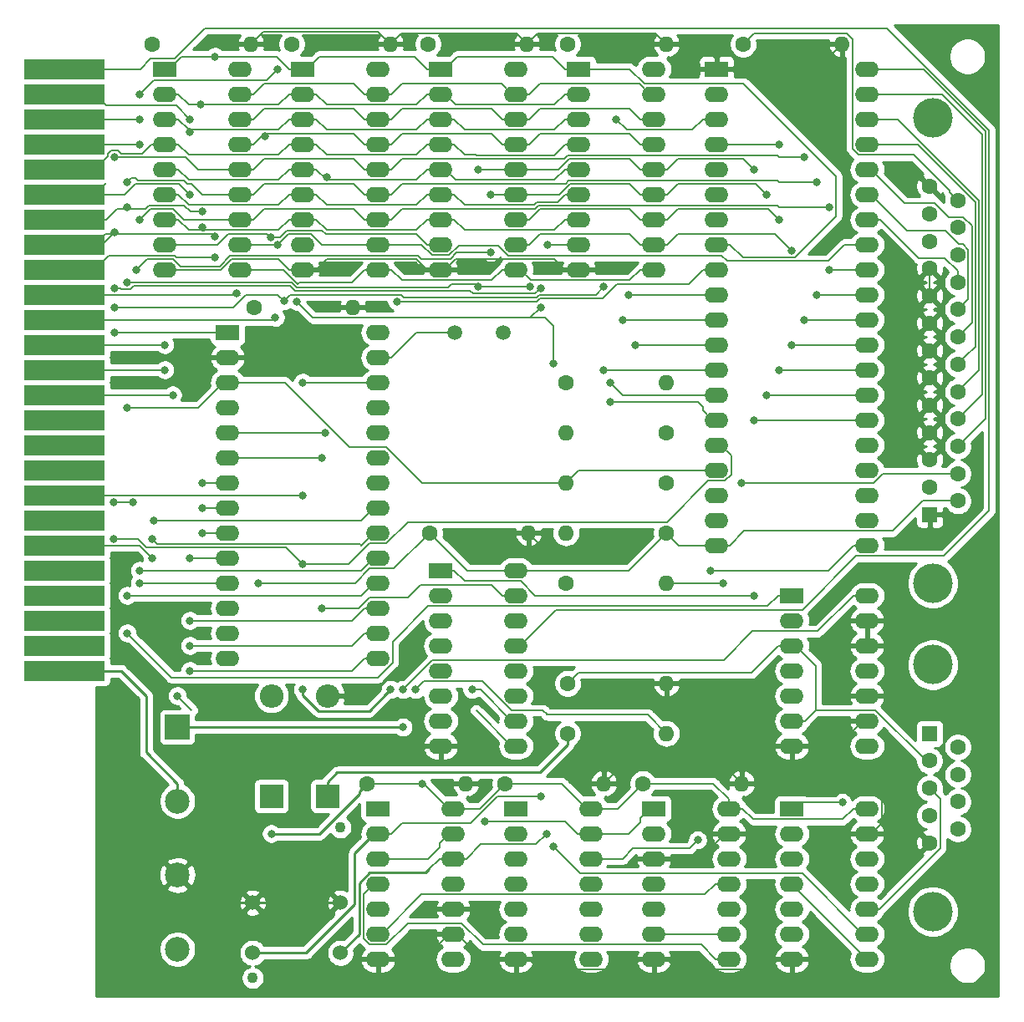
<source format=gbr>
G04 #@! TF.GenerationSoftware,KiCad,Pcbnew,5.1.4+dfsg1-1*
G04 #@! TF.CreationDate,2020-04-11T15:03:04+12:00*
G04 #@! TF.ProjectId,TIM1,54494d31-2e6b-4696-9361-645f70636258,rev?*
G04 #@! TF.SameCoordinates,Original*
G04 #@! TF.FileFunction,Copper,L1,Top*
G04 #@! TF.FilePolarity,Positive*
%FSLAX46Y46*%
G04 Gerber Fmt 4.6, Leading zero omitted, Abs format (unit mm)*
G04 Created by KiCad (PCBNEW 5.1.4+dfsg1-1) date 2020-04-11 15:03:04*
%MOMM*%
%LPD*%
G04 APERTURE LIST*
%ADD10C,1.100000*%
%ADD11C,1.524000*%
%ADD12C,2.500000*%
%ADD13R,2.500000X2.500000*%
%ADD14O,2.400000X1.600000*%
%ADD15R,2.400000X1.600000*%
%ADD16C,4.000000*%
%ADD17C,1.600000*%
%ADD18R,1.600000X1.600000*%
%ADD19C,1.500000*%
%ADD20R,8.128000X2.032000*%
%ADD21O,1.600000X1.600000*%
%ADD22O,2.400000X2.400000*%
%ADD23R,2.400000X2.400000*%
%ADD24C,0.800000*%
%ADD25C,0.152400*%
%ADD26C,0.250000*%
%ADD27C,0.254000*%
G04 APERTURE END LIST*
D10*
X146050000Y-126365000D03*
X154940000Y-111125000D03*
D11*
X146050000Y-123825000D03*
X154940000Y-123825000D03*
X154940000Y-118745000D03*
X146050000Y-118745000D03*
D12*
X138430000Y-123465000D03*
X138430000Y-115965000D03*
X138430000Y-108465000D03*
D13*
X138430000Y-100965000D03*
D14*
X158750000Y-60960000D03*
X143510000Y-93980000D03*
X158750000Y-63500000D03*
X143510000Y-91440000D03*
X158750000Y-66040000D03*
X143510000Y-88900000D03*
X158750000Y-68580000D03*
X143510000Y-86360000D03*
X158750000Y-71120000D03*
X143510000Y-83820000D03*
X158750000Y-73660000D03*
X143510000Y-81280000D03*
X158750000Y-76200000D03*
X143510000Y-78740000D03*
X158750000Y-78740000D03*
X143510000Y-76200000D03*
X158750000Y-81280000D03*
X143510000Y-73660000D03*
X158750000Y-83820000D03*
X143510000Y-71120000D03*
X158750000Y-86360000D03*
X143510000Y-68580000D03*
X158750000Y-88900000D03*
X143510000Y-66040000D03*
X158750000Y-91440000D03*
X143510000Y-63500000D03*
X158750000Y-93980000D03*
D15*
X143510000Y-60960000D03*
D16*
X214930000Y-39260000D03*
X214930000Y-86360000D03*
D17*
X217470000Y-47575000D03*
X217470000Y-50345000D03*
X217470000Y-53115000D03*
X217470000Y-55885000D03*
X217470000Y-58655000D03*
X217470000Y-61425000D03*
X217470000Y-64195000D03*
X217470000Y-66965000D03*
X217470000Y-69735000D03*
X217470000Y-72505000D03*
X217470000Y-75275000D03*
X217470000Y-78045000D03*
X214630000Y-46190000D03*
X214630000Y-48960000D03*
X214630000Y-51730000D03*
X214630000Y-54500000D03*
X214630000Y-57270000D03*
X214630000Y-60040000D03*
X214630000Y-62810000D03*
X214630000Y-65580000D03*
X214630000Y-68350000D03*
X214630000Y-71120000D03*
X214630000Y-73890000D03*
X214630000Y-76660000D03*
D18*
X214630000Y-79430000D03*
D19*
X171450000Y-60960000D03*
X166550000Y-60960000D03*
D20*
X127000000Y-34290000D03*
X127000000Y-36830000D03*
X127000000Y-39370000D03*
X127000000Y-41910000D03*
X127000000Y-44450000D03*
X127000000Y-54610000D03*
X127000000Y-57150000D03*
X127000000Y-52070000D03*
X127000000Y-49530000D03*
X127000000Y-46990000D03*
X127000000Y-59690000D03*
X127000000Y-62230000D03*
X127000000Y-69850000D03*
X127000000Y-64770000D03*
X127000000Y-67310000D03*
X127000000Y-80010000D03*
X127000000Y-82550000D03*
X127000000Y-77470000D03*
X127000000Y-74930000D03*
X127000000Y-72390000D03*
X127000000Y-90170000D03*
X127000000Y-92710000D03*
X127000000Y-85090000D03*
X127000000Y-87630000D03*
X127000000Y-95250000D03*
D21*
X187960000Y-101600000D03*
D17*
X177960000Y-101600000D03*
D21*
X145890000Y-31750000D03*
D17*
X135890000Y-31750000D03*
D21*
X160020000Y-31750000D03*
D17*
X150020000Y-31750000D03*
D21*
X173830000Y-31750000D03*
D17*
X163830000Y-31750000D03*
D21*
X187960000Y-31750000D03*
D17*
X177960000Y-31750000D03*
D21*
X167640000Y-106680000D03*
D17*
X157640000Y-106680000D03*
D21*
X195580000Y-106680000D03*
D17*
X185580000Y-106680000D03*
D21*
X205740000Y-31750000D03*
D17*
X195740000Y-31750000D03*
D21*
X156210000Y-58420000D03*
D17*
X146210000Y-58420000D03*
D21*
X181610000Y-106680000D03*
D17*
X171610000Y-106680000D03*
D21*
X173990000Y-81280000D03*
D17*
X163990000Y-81280000D03*
D21*
X187960000Y-96520000D03*
D17*
X177960000Y-96520000D03*
D22*
X147955000Y-97790000D03*
D23*
X147955000Y-107950000D03*
D22*
X153670000Y-97790000D03*
D23*
X153670000Y-107950000D03*
D16*
X214930000Y-94640000D03*
X214930000Y-119640000D03*
D17*
X217470000Y-111295000D03*
X217470000Y-108525000D03*
X217470000Y-105755000D03*
X217470000Y-102985000D03*
X214630000Y-112680000D03*
X214630000Y-109910000D03*
X214630000Y-107140000D03*
X214630000Y-104370000D03*
D18*
X214630000Y-101600000D03*
D21*
X177800000Y-71120000D03*
D17*
X187960000Y-71120000D03*
D21*
X187960000Y-66040000D03*
D17*
X177800000Y-66040000D03*
D21*
X177800000Y-76200000D03*
D17*
X187960000Y-76200000D03*
D21*
X187960000Y-86360000D03*
D17*
X177800000Y-86360000D03*
D21*
X177800000Y-81280000D03*
D17*
X187960000Y-81280000D03*
D14*
X180340000Y-109220000D03*
X172720000Y-124460000D03*
X180340000Y-111760000D03*
X172720000Y-121920000D03*
X180340000Y-114300000D03*
X172720000Y-119380000D03*
X180340000Y-116840000D03*
X172720000Y-116840000D03*
X180340000Y-119380000D03*
X172720000Y-114300000D03*
X180340000Y-121920000D03*
X172720000Y-111760000D03*
X180340000Y-124460000D03*
D15*
X172720000Y-109220000D03*
D14*
X166370000Y-109220000D03*
X158750000Y-124460000D03*
X166370000Y-111760000D03*
X158750000Y-121920000D03*
X166370000Y-114300000D03*
X158750000Y-119380000D03*
X166370000Y-116840000D03*
X158750000Y-116840000D03*
X166370000Y-119380000D03*
X158750000Y-114300000D03*
X166370000Y-121920000D03*
X158750000Y-111760000D03*
X166370000Y-124460000D03*
D15*
X158750000Y-109220000D03*
D14*
X194310000Y-109220000D03*
X186690000Y-124460000D03*
X194310000Y-111760000D03*
X186690000Y-121920000D03*
X194310000Y-114300000D03*
X186690000Y-119380000D03*
X194310000Y-116840000D03*
X186690000Y-116840000D03*
X194310000Y-119380000D03*
X186690000Y-114300000D03*
X194310000Y-121920000D03*
X186690000Y-111760000D03*
X194310000Y-124460000D03*
D15*
X186690000Y-109220000D03*
D14*
X144780000Y-34290000D03*
X137160000Y-54610000D03*
X144780000Y-36830000D03*
X137160000Y-52070000D03*
X144780000Y-39370000D03*
X137160000Y-49530000D03*
X144780000Y-41910000D03*
X137160000Y-46990000D03*
X144780000Y-44450000D03*
X137160000Y-44450000D03*
X144780000Y-46990000D03*
X137160000Y-41910000D03*
X144780000Y-49530000D03*
X137160000Y-39370000D03*
X144780000Y-52070000D03*
X137160000Y-36830000D03*
X144780000Y-54610000D03*
D15*
X137160000Y-34290000D03*
D14*
X172720000Y-85090000D03*
X165100000Y-102870000D03*
X172720000Y-87630000D03*
X165100000Y-100330000D03*
X172720000Y-90170000D03*
X165100000Y-97790000D03*
X172720000Y-92710000D03*
X165100000Y-95250000D03*
X172720000Y-95250000D03*
X165100000Y-92710000D03*
X172720000Y-97790000D03*
X165100000Y-90170000D03*
X172720000Y-100330000D03*
X165100000Y-87630000D03*
X172720000Y-102870000D03*
D15*
X165100000Y-85090000D03*
D14*
X172720000Y-34290000D03*
X165100000Y-54610000D03*
X172720000Y-36830000D03*
X165100000Y-52070000D03*
X172720000Y-39370000D03*
X165100000Y-49530000D03*
X172720000Y-41910000D03*
X165100000Y-46990000D03*
X172720000Y-44450000D03*
X165100000Y-44450000D03*
X172720000Y-46990000D03*
X165100000Y-41910000D03*
X172720000Y-49530000D03*
X165100000Y-39370000D03*
X172720000Y-52070000D03*
X165100000Y-36830000D03*
X172720000Y-54610000D03*
D15*
X165100000Y-34290000D03*
D14*
X158750000Y-34290000D03*
X151130000Y-54610000D03*
X158750000Y-36830000D03*
X151130000Y-52070000D03*
X158750000Y-39370000D03*
X151130000Y-49530000D03*
X158750000Y-41910000D03*
X151130000Y-46990000D03*
X158750000Y-44450000D03*
X151130000Y-44450000D03*
X158750000Y-46990000D03*
X151130000Y-41910000D03*
X158750000Y-49530000D03*
X151130000Y-39370000D03*
X158750000Y-52070000D03*
X151130000Y-36830000D03*
X158750000Y-54610000D03*
D15*
X151130000Y-34290000D03*
D14*
X186690000Y-34290000D03*
X179070000Y-54610000D03*
X186690000Y-36830000D03*
X179070000Y-52070000D03*
X186690000Y-39370000D03*
X179070000Y-49530000D03*
X186690000Y-41910000D03*
X179070000Y-46990000D03*
X186690000Y-44450000D03*
X179070000Y-44450000D03*
X186690000Y-46990000D03*
X179070000Y-41910000D03*
X186690000Y-49530000D03*
X179070000Y-39370000D03*
X186690000Y-52070000D03*
X179070000Y-36830000D03*
X186690000Y-54610000D03*
D15*
X179070000Y-34290000D03*
D14*
X208280000Y-34290000D03*
X193040000Y-82550000D03*
X208280000Y-36830000D03*
X193040000Y-80010000D03*
X208280000Y-39370000D03*
X193040000Y-77470000D03*
X208280000Y-41910000D03*
X193040000Y-74930000D03*
X208280000Y-44450000D03*
X193040000Y-72390000D03*
X208280000Y-46990000D03*
X193040000Y-69850000D03*
X208280000Y-49530000D03*
X193040000Y-67310000D03*
X208280000Y-52070000D03*
X193040000Y-64770000D03*
X208280000Y-54610000D03*
X193040000Y-62230000D03*
X208280000Y-57150000D03*
X193040000Y-59690000D03*
X208280000Y-59690000D03*
X193040000Y-57150000D03*
X208280000Y-62230000D03*
X193040000Y-54610000D03*
X208280000Y-64770000D03*
X193040000Y-52070000D03*
X208280000Y-67310000D03*
X193040000Y-49530000D03*
X208280000Y-69850000D03*
X193040000Y-46990000D03*
X208280000Y-72390000D03*
X193040000Y-44450000D03*
X208280000Y-74930000D03*
X193040000Y-41910000D03*
X208280000Y-77470000D03*
X193040000Y-39370000D03*
X208280000Y-80010000D03*
X193040000Y-36830000D03*
X208280000Y-82550000D03*
D15*
X193040000Y-34290000D03*
D14*
X208280000Y-109220000D03*
X200660000Y-124460000D03*
X208280000Y-111760000D03*
X200660000Y-121920000D03*
X208280000Y-114300000D03*
X200660000Y-119380000D03*
X208280000Y-116840000D03*
X200660000Y-116840000D03*
X208280000Y-119380000D03*
X200660000Y-114300000D03*
X208280000Y-121920000D03*
X200660000Y-111760000D03*
X208280000Y-124460000D03*
D15*
X200660000Y-109220000D03*
D14*
X208280000Y-87630000D03*
X200660000Y-102870000D03*
X208280000Y-90170000D03*
X200660000Y-100330000D03*
X208280000Y-92710000D03*
X200660000Y-97790000D03*
X208280000Y-95250000D03*
X200660000Y-95250000D03*
X208280000Y-97790000D03*
X200660000Y-92710000D03*
X208280000Y-100330000D03*
X200660000Y-90170000D03*
X208280000Y-102870000D03*
D15*
X200660000Y-87630000D03*
D24*
X162560000Y-97155000D03*
X137795000Y-63500000D03*
X182245000Y-96520000D03*
X182245000Y-83820000D03*
X185420000Y-81280000D03*
X153628799Y-103546201D03*
X146610001Y-86360000D03*
X163195000Y-106680000D03*
X147955000Y-111760000D03*
X195580000Y-76200000D03*
X175853800Y-111760000D03*
X175260000Y-107950000D03*
X133350000Y-68580000D03*
X193675000Y-86360000D03*
X176530000Y-113030000D03*
X192405000Y-85090000D03*
X191135000Y-112395000D03*
X169545000Y-110490000D03*
X151130000Y-77470000D03*
X151130000Y-66040000D03*
X160655000Y-57826200D03*
X132080000Y-60960000D03*
X160020000Y-97155000D03*
X151130000Y-97155000D03*
X151130000Y-84413800D03*
X131997600Y-81873800D03*
X132080000Y-58420000D03*
X181610000Y-56362410D03*
X182880000Y-39370000D03*
X158750000Y-116840000D03*
X149225000Y-57785000D03*
X139700000Y-95250000D03*
X137160000Y-62230000D03*
X139700000Y-92710000D03*
X137160000Y-64770000D03*
X139700000Y-90170000D03*
X137960010Y-67310000D03*
X199390000Y-41910000D03*
X196850000Y-87630000D03*
X133350000Y-87630000D03*
X168910000Y-44450000D03*
X133350000Y-55880000D03*
X168910000Y-56362410D03*
X196850000Y-69850000D03*
X196850000Y-44450000D03*
X174119306Y-56365974D03*
X139700000Y-39370000D03*
X153400369Y-71120000D03*
X153558610Y-45202420D03*
X182245000Y-67986200D03*
X134620000Y-85090000D03*
X134296210Y-54610000D03*
X170180000Y-52857590D03*
X170180000Y-46990000D03*
X198120000Y-67310000D03*
X198120000Y-46990000D03*
X134620000Y-39370000D03*
X182245000Y-66040000D03*
X153035000Y-73660000D03*
X199390000Y-64770000D03*
X199390000Y-49530000D03*
X135890000Y-81915000D03*
X134620000Y-41910000D03*
X140970000Y-76200000D03*
X140970000Y-50317590D03*
X181610000Y-64770000D03*
X136007580Y-80010000D03*
X200660000Y-62230000D03*
X200660000Y-52705000D03*
X140970000Y-78740000D03*
X184785000Y-62230000D03*
X132080000Y-43180000D03*
X201930000Y-59690000D03*
X201930000Y-43180000D03*
X139700000Y-46990000D03*
X139700000Y-40640000D03*
X140970000Y-81280000D03*
X183515000Y-59690000D03*
X133350000Y-45720000D03*
X203200000Y-57150000D03*
X203200000Y-45720000D03*
X140970000Y-48742410D03*
X140776210Y-37906210D03*
X133350000Y-48260000D03*
X139700000Y-83820000D03*
X184150000Y-57150000D03*
X134620000Y-49530000D03*
X204470000Y-54610000D03*
X204470000Y-48260000D03*
X142240000Y-51282410D03*
X142240000Y-33020000D03*
X134620000Y-86360000D03*
X132080000Y-50800000D03*
X134620000Y-36830000D03*
X148590000Y-34290000D03*
X148590000Y-52070000D03*
X142240000Y-53340000D03*
X144462137Y-57009954D03*
X147320000Y-41122410D03*
X148348611Y-59448611D03*
X153035000Y-88900000D03*
X147882892Y-51362892D03*
X135890000Y-83820000D03*
X138430000Y-97790000D03*
X132080000Y-56473800D03*
X168275000Y-97155000D03*
X175218800Y-56473799D03*
X150495000Y-57826200D03*
X175260000Y-58420000D03*
X175895000Y-52070000D03*
X176530000Y-64135000D03*
X205781200Y-108585000D03*
X161290000Y-97155000D03*
X161290000Y-100965000D03*
X133350000Y-91440000D03*
X131997600Y-78146200D03*
X133943800Y-78146200D03*
D25*
X186055000Y-99695000D02*
X187960000Y-101600000D01*
X172261800Y-99253790D02*
X175453790Y-99253790D01*
X169334220Y-96326210D02*
X172261800Y-99253790D01*
X162560000Y-97155000D02*
X163388790Y-96326210D01*
X163388790Y-96326210D02*
X169334220Y-96326210D01*
X175453790Y-99253790D02*
X175895000Y-99695000D01*
X175895000Y-99695000D02*
X176530000Y-99695000D01*
X175895000Y-99695000D02*
X177800000Y-99695000D01*
X175853800Y-99695000D02*
X177800000Y-99695000D01*
X177800000Y-99695000D02*
X186055000Y-99695000D01*
X162642400Y-60960000D02*
X166550000Y-60960000D01*
X158750000Y-63500000D02*
X160102400Y-63500000D01*
X160102400Y-63500000D02*
X162642400Y-60960000D01*
D26*
X153670000Y-106500000D02*
X153670000Y-107950000D01*
X154615001Y-105554999D02*
X153670000Y-106500000D01*
X175136371Y-105554999D02*
X154615001Y-105554999D01*
X177960000Y-102731370D02*
X175136371Y-105554999D01*
X177960000Y-101600000D02*
X177960000Y-102731370D01*
D25*
X174629999Y-30950001D02*
X173830000Y-31750000D01*
X174906201Y-30673799D02*
X174629999Y-30950001D01*
X186883799Y-30673799D02*
X174906201Y-30673799D01*
X187960000Y-31750000D02*
X186883799Y-30673799D01*
X160819999Y-30950001D02*
X160020000Y-31750000D01*
X172753799Y-30673799D02*
X161096201Y-30673799D01*
X161096201Y-30673799D02*
X160819999Y-30950001D01*
X173830000Y-31750000D02*
X172753799Y-30673799D01*
X147160000Y-30480000D02*
X146689999Y-30950001D01*
X146689999Y-30950001D02*
X145890000Y-31750000D01*
X158750000Y-30480000D02*
X147160000Y-30480000D01*
X160020000Y-31750000D02*
X158750000Y-30480000D01*
X193040000Y-33337600D02*
X193040000Y-34290000D01*
X191452400Y-31750000D02*
X193040000Y-33337600D01*
X187960000Y-31750000D02*
X191452400Y-31750000D01*
X203200000Y-34290000D02*
X205740000Y-31750000D01*
X193040000Y-34290000D02*
X203200000Y-34290000D01*
X148701390Y-53533790D02*
X149777600Y-54610000D01*
X143934220Y-53533790D02*
X148701390Y-53533790D01*
X142858010Y-54610000D02*
X143934220Y-53533790D01*
X149777600Y-54610000D02*
X151130000Y-54610000D01*
X137160000Y-54610000D02*
X142858010Y-54610000D01*
X165100000Y-54610000D02*
X166452400Y-54610000D01*
X177717600Y-54610000D02*
X179070000Y-54610000D01*
X176641390Y-53533790D02*
X177717600Y-54610000D01*
X165500000Y-54610000D02*
X166576210Y-53533790D01*
X166576210Y-53533790D02*
X176641390Y-53533790D01*
X165100000Y-54610000D02*
X165500000Y-54610000D01*
X163747600Y-54610000D02*
X165100000Y-54610000D01*
X162671390Y-53533790D02*
X163747600Y-54610000D01*
X152482400Y-54610000D02*
X153558610Y-53533790D01*
X153558610Y-53533790D02*
X162671390Y-53533790D01*
X151130000Y-54610000D02*
X152482400Y-54610000D01*
X165970000Y-121920000D02*
X166370000Y-121920000D01*
X165017600Y-122872400D02*
X165970000Y-121920000D01*
X165017600Y-123272400D02*
X165017600Y-122872400D01*
X163830000Y-124460000D02*
X165017600Y-123272400D01*
X158750000Y-124460000D02*
X163830000Y-124460000D01*
X199307600Y-124460000D02*
X200660000Y-124460000D01*
X198231390Y-125536210D02*
X199307600Y-124460000D01*
X189118610Y-125536210D02*
X198231390Y-125536210D01*
X188042400Y-124460000D02*
X189118610Y-125536210D01*
X186690000Y-124460000D02*
X188042400Y-124460000D01*
X213710000Y-111760000D02*
X214630000Y-112680000D01*
X208280000Y-111760000D02*
X213710000Y-111760000D01*
X207880000Y-100330000D02*
X208280000Y-100330000D01*
X206927600Y-101282400D02*
X207880000Y-100330000D01*
X206927600Y-101682400D02*
X206927600Y-101282400D01*
X205740000Y-102870000D02*
X206927600Y-101682400D01*
X200660000Y-102870000D02*
X205740000Y-102870000D01*
X209756210Y-106886210D02*
X205740000Y-102870000D01*
X209756210Y-110683790D02*
X209756210Y-106886210D01*
X208680000Y-111760000D02*
X209756210Y-110683790D01*
X208280000Y-111760000D02*
X208680000Y-111760000D01*
X166770000Y-121920000D02*
X166370000Y-121920000D01*
X167722400Y-122872400D02*
X166770000Y-121920000D01*
X167722400Y-123272400D02*
X167722400Y-122872400D01*
X168910000Y-124460000D02*
X167722400Y-123272400D01*
X172720000Y-124460000D02*
X168910000Y-124460000D01*
X193910000Y-111760000D02*
X194310000Y-111760000D01*
X192957600Y-112712400D02*
X193910000Y-111760000D01*
X192957600Y-113112400D02*
X192957600Y-112712400D01*
X191770000Y-114300000D02*
X192957600Y-113112400D01*
X186690000Y-114300000D02*
X191770000Y-114300000D01*
X185337600Y-124460000D02*
X186690000Y-124460000D01*
X174072400Y-124460000D02*
X175148610Y-125536210D01*
X184261390Y-125536210D02*
X185337600Y-124460000D01*
X175148610Y-125536210D02*
X184261390Y-125536210D01*
X172720000Y-124460000D02*
X174072400Y-124460000D01*
X214630000Y-54500000D02*
X214630000Y-57270000D01*
X194780001Y-105880001D02*
X195580000Y-106680000D01*
X193040000Y-104140000D02*
X194780001Y-105880001D01*
X184150000Y-104140000D02*
X193040000Y-104140000D01*
X181610000Y-106680000D02*
X184150000Y-104140000D01*
X163747600Y-102870000D02*
X165100000Y-102870000D01*
X163071399Y-103546201D02*
X163747600Y-102870000D01*
X143510000Y-63500000D02*
X137795000Y-63500000D01*
X187960000Y-96520000D02*
X182245000Y-96520000D01*
X176530000Y-83820000D02*
X173990000Y-81280000D01*
X182245000Y-83820000D02*
X176530000Y-83820000D01*
X184785000Y-81280000D02*
X182245000Y-83820000D01*
X185420000Y-81280000D02*
X184785000Y-81280000D01*
D26*
X138430000Y-115965000D02*
X143905000Y-110490000D01*
X143905000Y-110490000D02*
X143905000Y-105015000D01*
X143905000Y-105015000D02*
X145373799Y-103546201D01*
D25*
X145341399Y-103546201D02*
X145456201Y-103546201D01*
D26*
X145373799Y-103546201D02*
X145456201Y-103546201D01*
X141210000Y-118745000D02*
X146050000Y-118745000D01*
X138430000Y-115965000D02*
X141210000Y-118745000D01*
X146050000Y-118745000D02*
X154940000Y-118745000D01*
D25*
X145456201Y-103546201D02*
X153628799Y-103546201D01*
X153628799Y-103546201D02*
X163071399Y-103546201D01*
X216338630Y-78045000D02*
X217470000Y-78045000D01*
X195856190Y-81086210D02*
X210876628Y-81086210D01*
X213917838Y-78045000D02*
X216338630Y-78045000D01*
X210876628Y-81086210D02*
X213917838Y-78045000D01*
X194392400Y-82550000D02*
X195856190Y-81086210D01*
X193040000Y-82550000D02*
X194392400Y-82550000D01*
X196539999Y-30950001D02*
X195740000Y-31750000D01*
X196816201Y-30673799D02*
X196539999Y-30950001D01*
X206816201Y-31233423D02*
X206256577Y-30673799D01*
X206816201Y-32266577D02*
X206816201Y-31233423D01*
X206803790Y-32278988D02*
X206816201Y-32266577D01*
X206803790Y-42355780D02*
X206803790Y-32278988D01*
X207434220Y-42986210D02*
X206803790Y-42355780D01*
X213018988Y-42986210D02*
X207434220Y-42986210D01*
X206256577Y-30673799D02*
X196816201Y-30673799D01*
X216670001Y-46637223D02*
X213018988Y-42986210D01*
X216670001Y-46775001D02*
X216670001Y-46637223D01*
X217470000Y-47575000D02*
X216670001Y-46775001D01*
X206927600Y-109220000D02*
X208280000Y-109220000D01*
X205851399Y-110296201D02*
X206927600Y-109220000D01*
X196738601Y-110296201D02*
X205851399Y-110296201D01*
X195662400Y-109220000D02*
X196738601Y-110296201D01*
X194310000Y-109220000D02*
X195662400Y-109220000D01*
X194310000Y-108267600D02*
X194310000Y-109220000D01*
X192722400Y-106680000D02*
X194310000Y-108267600D01*
X185580000Y-106680000D02*
X192722400Y-106680000D01*
X189230000Y-82550000D02*
X193040000Y-82550000D01*
X187960000Y-81280000D02*
X189230000Y-82550000D01*
X183040000Y-109220000D02*
X185580000Y-106680000D01*
X180340000Y-109220000D02*
X183040000Y-109220000D01*
X172741370Y-106680000D02*
X171610000Y-106680000D01*
X179940000Y-109220000D02*
X177400000Y-106680000D01*
X177400000Y-106680000D02*
X172741370Y-106680000D01*
X180340000Y-109220000D02*
X179940000Y-109220000D01*
X169070000Y-109220000D02*
X171610000Y-106680000D01*
X166370000Y-109220000D02*
X169070000Y-109220000D01*
X157397600Y-106680000D02*
X157640000Y-106680000D01*
X184150000Y-85090000D02*
X172720000Y-85090000D01*
X187960000Y-81280000D02*
X184150000Y-85090000D01*
X167800000Y-85090000D02*
X163990000Y-81280000D01*
X172720000Y-85090000D02*
X167800000Y-85090000D01*
X158771370Y-106680000D02*
X157640000Y-106680000D01*
X165970000Y-109220000D02*
X163430000Y-106680000D01*
X166370000Y-109220000D02*
X165970000Y-109220000D01*
X157904220Y-84896210D02*
X156440430Y-86360000D01*
X156440430Y-86360000D02*
X146610001Y-86360000D01*
X163990000Y-81280000D02*
X160373790Y-84896210D01*
X160373790Y-84896210D02*
X157904220Y-84896210D01*
X163195000Y-106680000D02*
X158771370Y-106680000D01*
X163430000Y-106680000D02*
X163195000Y-106680000D01*
D26*
X138430000Y-106697234D02*
X135255000Y-103522234D01*
X138430000Y-108465000D02*
X138430000Y-106697234D01*
X135255000Y-103522234D02*
X135255000Y-97790000D01*
X132715000Y-95250000D02*
X127000000Y-95250000D01*
X135255000Y-97790000D02*
X132715000Y-95250000D01*
X157640000Y-106680000D02*
X156840001Y-107479999D01*
X152845002Y-111760000D02*
X147955000Y-111760000D01*
X156840001Y-107765001D02*
X152845002Y-111760000D01*
X156840001Y-107479999D02*
X156840001Y-107765001D01*
D25*
X202012400Y-100330000D02*
X200660000Y-100330000D01*
X203088610Y-99253790D02*
X202012400Y-100330000D01*
X214241990Y-104370000D02*
X209125780Y-99253790D01*
X209125780Y-99253790D02*
X203088610Y-99253790D01*
X214630000Y-104370000D02*
X214241990Y-104370000D01*
X201060000Y-92710000D02*
X200660000Y-92710000D01*
X203088610Y-94738610D02*
X201060000Y-92710000D01*
X203088610Y-99253790D02*
X203088610Y-94738610D01*
X178759999Y-95720001D02*
X177960000Y-96520000D01*
X179036201Y-95443799D02*
X178759999Y-95720001D01*
X196573801Y-95443799D02*
X179036201Y-95443799D01*
X199307600Y-92710000D02*
X196573801Y-95443799D01*
X200660000Y-92710000D02*
X199307600Y-92710000D01*
X208931990Y-76200000D02*
X195580000Y-76200000D01*
X217470000Y-75275000D02*
X209856990Y-75275000D01*
X209856990Y-75275000D02*
X208931990Y-76200000D01*
X218269999Y-71705001D02*
X217470000Y-72505000D01*
X220308251Y-69666749D02*
X218269999Y-71705001D01*
X213995000Y-34290000D02*
X220308251Y-40603251D01*
X220308251Y-40603251D02*
X220308251Y-69666749D01*
X208280000Y-34290000D02*
X213995000Y-34290000D01*
X218269999Y-68935001D02*
X217470000Y-69735000D01*
X219955841Y-67249159D02*
X218269999Y-68935001D01*
X215868778Y-36830000D02*
X219955841Y-40917063D01*
X219955841Y-40917063D02*
X219955841Y-67249159D01*
X208280000Y-36830000D02*
X215868778Y-36830000D01*
X218269999Y-66165001D02*
X217470000Y-66965000D01*
X211356161Y-39370000D02*
X219603431Y-47617270D01*
X219603431Y-64831569D02*
X218269999Y-66165001D01*
X219603431Y-47617270D02*
X219603431Y-64831569D01*
X208280000Y-39370000D02*
X211356161Y-39370000D01*
X218269999Y-63395001D02*
X217470000Y-64195000D01*
X219251021Y-62413979D02*
X218269999Y-63395001D01*
X219251021Y-47763243D02*
X219251021Y-62413979D01*
X213397778Y-41910000D02*
X219251021Y-47763243D01*
X208280000Y-41910000D02*
X213397778Y-41910000D01*
X218269999Y-60625001D02*
X217470000Y-61425000D01*
X218898611Y-59996389D02*
X218269999Y-60625001D01*
X218898611Y-50180833D02*
X218898611Y-59996389D01*
X217986577Y-49268799D02*
X218898611Y-50180833D01*
X216531577Y-49268799D02*
X217986577Y-49268799D01*
X215146577Y-47883799D02*
X216531577Y-49268799D01*
X212113799Y-47883799D02*
X215146577Y-47883799D01*
X208680000Y-44450000D02*
X212113799Y-47883799D01*
X208280000Y-44450000D02*
X208680000Y-44450000D01*
X218269999Y-57855001D02*
X217470000Y-58655000D01*
X218546201Y-52598423D02*
X218546201Y-57578799D01*
X217986577Y-52038799D02*
X218546201Y-52598423D01*
X217571021Y-52038799D02*
X217986577Y-52038799D01*
X216186021Y-50653799D02*
X217571021Y-52038799D01*
X212343799Y-50653799D02*
X216186021Y-50653799D01*
X208680000Y-46990000D02*
X212343799Y-50653799D01*
X218546201Y-57578799D02*
X218269999Y-57855001D01*
X208280000Y-46990000D02*
X208680000Y-46990000D01*
X217470000Y-54753630D02*
X217470000Y-55885000D01*
X216140169Y-53423799D02*
X217470000Y-54753630D01*
X213526199Y-53423799D02*
X216140169Y-53423799D01*
X209632400Y-49530000D02*
X213526199Y-53423799D01*
X208280000Y-49530000D02*
X209632400Y-49530000D01*
X215429999Y-107939999D02*
X214630000Y-107140000D01*
X215706201Y-113196577D02*
X215706201Y-108216201D01*
X209522778Y-119380000D02*
X215706201Y-113196577D01*
X215706201Y-108216201D02*
X215429999Y-107939999D01*
X208280000Y-119380000D02*
X209522778Y-119380000D01*
X165017600Y-114300000D02*
X166370000Y-114300000D01*
X163941390Y-115376210D02*
X165017600Y-114300000D01*
X169186190Y-112836210D02*
X167722400Y-114300000D01*
X167722400Y-114300000D02*
X166370000Y-114300000D01*
X174777590Y-112836210D02*
X169186190Y-112836210D01*
X175853800Y-111760000D02*
X174777590Y-112836210D01*
D26*
X157884006Y-115714990D02*
X156845000Y-116753996D01*
X163941390Y-115376210D02*
X163602610Y-115714990D01*
X163602610Y-115714990D02*
X157884006Y-115714990D01*
X156845000Y-121920000D02*
X154940000Y-123825000D01*
X156845000Y-116753996D02*
X156845000Y-121920000D01*
D25*
X160102400Y-111760000D02*
X158750000Y-111760000D01*
X170838382Y-107950000D02*
X168104592Y-110683790D01*
X161178610Y-110683790D02*
X160102400Y-111760000D01*
X168104592Y-110683790D02*
X161178610Y-110683790D01*
X175260000Y-107950000D02*
X170838382Y-107950000D01*
D26*
X158350000Y-111760000D02*
X158750000Y-111760000D01*
X156394990Y-118898772D02*
X156394990Y-113715010D01*
X156394990Y-113715010D02*
X158350000Y-111760000D01*
X151468762Y-123825000D02*
X156394990Y-118898772D01*
X146050000Y-123825000D02*
X151468762Y-123825000D01*
D25*
X179070000Y-74930000D02*
X193040000Y-74930000D01*
X177800000Y-76200000D02*
X179070000Y-74930000D01*
X159595780Y-72583790D02*
X163211990Y-76200000D01*
X163211990Y-76200000D02*
X177800000Y-76200000D01*
X155864937Y-72583790D02*
X159595780Y-72583790D01*
X143510000Y-66040000D02*
X149321147Y-66040000D01*
X149321147Y-66040000D02*
X155864937Y-72583790D01*
X143110000Y-66040000D02*
X143510000Y-66040000D01*
X140570000Y-68580000D02*
X143110000Y-66040000D01*
X133350000Y-68580000D02*
X140570000Y-68580000D01*
X192957600Y-121920000D02*
X186690000Y-121920000D01*
X194310000Y-121920000D02*
X192957600Y-121920000D01*
X193675000Y-86360000D02*
X187960000Y-86360000D01*
X179263790Y-115763790D02*
X176530000Y-113030000D01*
X201723790Y-115763790D02*
X179263790Y-115763790D01*
X208280000Y-121920000D02*
X207880000Y-121920000D01*
X207880000Y-121920000D02*
X201723790Y-115763790D01*
X208280000Y-82550000D02*
X206927600Y-82550000D01*
X204387600Y-85090000D02*
X192405000Y-85090000D01*
X206927600Y-82550000D02*
X204387600Y-85090000D01*
X183515000Y-114300000D02*
X180340000Y-114300000D01*
X190306210Y-113223790D02*
X191135000Y-112395000D01*
X183515000Y-114300000D02*
X184591210Y-113223790D01*
X184591210Y-113223790D02*
X190306210Y-113223790D01*
X186290000Y-109220000D02*
X186690000Y-109220000D01*
X185337600Y-110172400D02*
X186290000Y-109220000D01*
X185337600Y-110572400D02*
X185337600Y-110172400D01*
X184150000Y-111760000D02*
X185337600Y-110572400D01*
X180340000Y-111760000D02*
X184150000Y-111760000D01*
X173371990Y-110490000D02*
X169545000Y-110490000D01*
X177717600Y-110490000D02*
X173371990Y-110490000D01*
X180340000Y-111760000D02*
X178987600Y-111760000D01*
X178987600Y-111760000D02*
X177717600Y-110490000D01*
X165970000Y-111760000D02*
X166370000Y-111760000D01*
X165017600Y-112712400D02*
X165970000Y-111760000D01*
X165017600Y-113112400D02*
X165017600Y-112712400D01*
X163830000Y-114300000D02*
X165017600Y-113112400D01*
X158750000Y-114300000D02*
X163830000Y-114300000D01*
X163153790Y-117916210D02*
X191881390Y-117916210D01*
X191881390Y-117916210D02*
X192957600Y-116840000D01*
X159150000Y-121920000D02*
X163153790Y-117916210D01*
X192957600Y-116840000D02*
X194310000Y-116840000D01*
X158750000Y-121920000D02*
X159150000Y-121920000D01*
X127000000Y-77470000D02*
X151130000Y-77470000D01*
X151130000Y-66040000D02*
X158750000Y-66040000D01*
X191687600Y-54610000D02*
X190258980Y-56038620D01*
X193040000Y-54610000D02*
X191687600Y-54610000D01*
X190258980Y-56038620D02*
X182934568Y-56038620D01*
X182934568Y-56038620D02*
X181470778Y-57502410D01*
X161220685Y-57826200D02*
X160655000Y-57826200D01*
X174863164Y-57826200D02*
X161220685Y-57826200D01*
X175186954Y-57502410D02*
X174863164Y-57826200D01*
X181470778Y-57502410D02*
X175186954Y-57502410D01*
X132080000Y-60960000D02*
X143510000Y-60960000D01*
X159595780Y-82356210D02*
X157904220Y-82356210D01*
X187996640Y-80203790D02*
X161748200Y-80203790D01*
X192194220Y-76006210D02*
X187996640Y-80203790D01*
X161748200Y-80203790D02*
X159595780Y-82356210D01*
X193440000Y-72390000D02*
X194516210Y-73466210D01*
X194516210Y-75375780D02*
X193885780Y-76006210D01*
X193885780Y-76006210D02*
X192194220Y-76006210D01*
X157904220Y-82356210D02*
X155805430Y-84455000D01*
X193040000Y-72390000D02*
X193440000Y-72390000D01*
X194516210Y-73466210D02*
X194516210Y-75375780D01*
X155764230Y-84413800D02*
X151130000Y-84413800D01*
X155805430Y-84455000D02*
X155764230Y-84413800D01*
X135312173Y-82743790D02*
X134442183Y-81873800D01*
X151130000Y-84413800D02*
X149459990Y-82743790D01*
X134442183Y-81873800D02*
X131997600Y-81873800D01*
X149459990Y-82743790D02*
X135312173Y-82743790D01*
D26*
X152724316Y-99315001D02*
X157859999Y-99315001D01*
X151130000Y-97720685D02*
X152724316Y-99315001D01*
X159620001Y-97554999D02*
X160020000Y-97155000D01*
X157859999Y-99315001D02*
X159620001Y-97554999D01*
X151130000Y-97155000D02*
X151130000Y-97720685D01*
D25*
X181498611Y-56473799D02*
X181610000Y-56362410D01*
X191687600Y-39370000D02*
X193040000Y-39370000D01*
X183956210Y-40446210D02*
X190611390Y-40446210D01*
X190611390Y-40446210D02*
X191687600Y-39370000D01*
X182880000Y-39370000D02*
X183956210Y-40446210D01*
X181610000Y-56362410D02*
X180822410Y-57150000D01*
X194310000Y-124460000D02*
X192957600Y-124460000D01*
X158350000Y-116840000D02*
X158750000Y-116840000D01*
X191493810Y-122996210D02*
X169368200Y-122996210D01*
X169368200Y-122996210D02*
X167215780Y-120843790D01*
X192957600Y-124460000D02*
X191493810Y-122996210D01*
X167215780Y-120843790D02*
X161748200Y-120843790D01*
X159595780Y-122996210D02*
X157904220Y-122996210D01*
X157904220Y-122996210D02*
X157273790Y-122365780D01*
X161748200Y-120843790D02*
X159595780Y-122996210D01*
X157273790Y-122365780D02*
X157273790Y-117916210D01*
X157273790Y-117916210D02*
X158350000Y-116840000D01*
X145322869Y-57150000D02*
X144052869Y-58420000D01*
X148590000Y-57150000D02*
X145322869Y-57150000D01*
X144052869Y-58420000D02*
X143510000Y-58420000D01*
X149225000Y-57785000D02*
X148590000Y-57150000D01*
X143510000Y-58420000D02*
X144008383Y-58420000D01*
X132080000Y-58420000D02*
X143510000Y-58420000D01*
X149860001Y-57149999D02*
X149225000Y-57785000D01*
X180822411Y-57149999D02*
X175040982Y-57149999D01*
X181610000Y-56362410D02*
X180822411Y-57149999D01*
X175040982Y-57149999D02*
X174796397Y-57394585D01*
X174796397Y-57394585D02*
X161369347Y-57394585D01*
X161124762Y-57150000D02*
X149860001Y-57149999D01*
X161369347Y-57394585D02*
X161124762Y-57150000D01*
X149208010Y-54610000D02*
X150636630Y-56038620D01*
X144780000Y-54610000D02*
X149208010Y-54610000D01*
X171367600Y-54610000D02*
X172720000Y-54610000D01*
X161178610Y-55686210D02*
X170291390Y-55686210D01*
X160102400Y-54610000D02*
X161178610Y-55686210D01*
X170291390Y-55686210D02*
X171367600Y-54610000D01*
X158750000Y-54610000D02*
X160102400Y-54610000D01*
X185337600Y-54610000D02*
X186690000Y-54610000D01*
X184261390Y-55686210D02*
X185337600Y-54610000D01*
X174196210Y-55686210D02*
X184261390Y-55686210D01*
X173120000Y-54610000D02*
X174196210Y-55686210D01*
X172720000Y-54610000D02*
X173120000Y-54610000D01*
X157397600Y-54610000D02*
X156127600Y-55880000D01*
X158750000Y-54610000D02*
X157397600Y-54610000D01*
X150795250Y-55880000D02*
X150636630Y-56038620D01*
X156127600Y-55880000D02*
X150795250Y-55880000D01*
X144161990Y-95250000D02*
X139700000Y-95250000D01*
X156127600Y-95250000D02*
X144161990Y-95250000D01*
X158750000Y-93980000D02*
X157397600Y-93980000D01*
X157397600Y-93980000D02*
X156127600Y-95250000D01*
X137160000Y-62230000D02*
X127000000Y-62230000D01*
X144161990Y-92710000D02*
X139700000Y-92710000D01*
X158750000Y-91440000D02*
X157397600Y-91440000D01*
X156127600Y-92710000D02*
X144161990Y-92710000D01*
X157397600Y-91440000D02*
X156127600Y-92710000D01*
X137160000Y-64770000D02*
X127000000Y-64770000D01*
X156127600Y-90170000D02*
X139700000Y-90170000D01*
X158750000Y-88900000D02*
X157397600Y-88900000D01*
X157397600Y-88900000D02*
X156127600Y-90170000D01*
X137960010Y-67310000D02*
X127000000Y-67310000D01*
X193040000Y-41910000D02*
X199390000Y-41910000D01*
X166452400Y-85090000D02*
X165100000Y-85090000D01*
X167528610Y-86166210D02*
X166452400Y-85090000D01*
X174641990Y-87630000D02*
X173178200Y-86166210D01*
X173178200Y-86166210D02*
X167528610Y-86166210D01*
X196850000Y-87630000D02*
X174641990Y-87630000D01*
X172720000Y-44450000D02*
X174072400Y-44450000D01*
X157080000Y-87630000D02*
X133350000Y-87630000D01*
X158750000Y-86360000D02*
X158350000Y-86360000D01*
X158350000Y-86360000D02*
X157080000Y-87630000D01*
X185337600Y-44450000D02*
X186690000Y-44450000D01*
X184261390Y-43373790D02*
X185337600Y-44450000D01*
X178104593Y-43373790D02*
X184261390Y-43373790D01*
X177028383Y-44450000D02*
X178104593Y-43373790D01*
X172720000Y-44450000D02*
X177028383Y-44450000D01*
X172720000Y-44450000D02*
X168910000Y-44450000D01*
X165858971Y-56391029D02*
X166211380Y-56038620D01*
X144008383Y-55880000D02*
X143510000Y-55880000D01*
X143510000Y-55880000D02*
X133350000Y-55880000D01*
X143510000Y-55880000D02*
X149979628Y-55880000D01*
X149979628Y-55880000D02*
X150490657Y-56391029D01*
X150490657Y-56391029D02*
X165858971Y-56391029D01*
X166211380Y-56038620D02*
X168586210Y-56038620D01*
X168586210Y-56038620D02*
X168910000Y-56362410D01*
X208280000Y-69850000D02*
X196850000Y-69850000D01*
X188042400Y-44450000D02*
X186690000Y-44450000D01*
X189118610Y-43373790D02*
X188042400Y-44450000D01*
X195773790Y-43373790D02*
X189118610Y-43373790D01*
X196850000Y-44450000D02*
X195773790Y-43373790D01*
X168913564Y-56365974D02*
X168910000Y-56362410D01*
X174119306Y-56365974D02*
X168913564Y-56365974D01*
X163747600Y-44450000D02*
X165100000Y-44450000D01*
X153558610Y-45526210D02*
X162671390Y-45526210D01*
X162671390Y-45526210D02*
X163747600Y-44450000D01*
X152482400Y-44450000D02*
X153558610Y-45526210D01*
X151130000Y-44450000D02*
X152482400Y-44450000D01*
X176641390Y-45526210D02*
X177717600Y-44450000D01*
X177717600Y-44450000D02*
X179070000Y-44450000D01*
X166576210Y-45526210D02*
X176641390Y-45526210D01*
X165500000Y-44450000D02*
X166576210Y-45526210D01*
X165100000Y-44450000D02*
X165500000Y-44450000D01*
X148701390Y-45526210D02*
X149777600Y-44450000D01*
X139588610Y-45526210D02*
X148701390Y-45526210D01*
X149777600Y-44450000D02*
X151130000Y-44450000D01*
X138512400Y-44450000D02*
X139588610Y-45526210D01*
X137160000Y-44450000D02*
X138512400Y-44450000D01*
X138328400Y-37998400D02*
X139700000Y-39370000D01*
X131216400Y-37998400D02*
X138328400Y-37998400D01*
X127000000Y-36830000D02*
X130048000Y-36830000D01*
X130048000Y-36830000D02*
X131216400Y-37998400D01*
X143510000Y-71120000D02*
X153400369Y-71120000D01*
X191687600Y-68897600D02*
X192640000Y-69850000D01*
X192640000Y-69850000D02*
X193040000Y-69850000D01*
X191687600Y-68497600D02*
X191687600Y-68897600D01*
X191176200Y-67986200D02*
X191687600Y-68497600D01*
X182245000Y-67986200D02*
X191176200Y-67986200D01*
X172720000Y-46990000D02*
X174072400Y-46990000D01*
X157080000Y-85090000D02*
X134620000Y-85090000D01*
X158750000Y-83820000D02*
X158350000Y-83820000D01*
X158350000Y-83820000D02*
X157080000Y-85090000D01*
X185337600Y-46990000D02*
X186690000Y-46990000D01*
X184261390Y-45913790D02*
X185337600Y-46990000D01*
X178224220Y-45913790D02*
X184261390Y-45913790D01*
X177148010Y-46990000D02*
X178224220Y-45913790D01*
X172720000Y-46990000D02*
X177148010Y-46990000D01*
X186690000Y-46990000D02*
X188042400Y-46990000D01*
X189118610Y-45913790D02*
X197043790Y-45913790D01*
X188042400Y-46990000D02*
X189118610Y-45913790D01*
X135372420Y-53533790D02*
X138005780Y-53533790D01*
X134296210Y-54610000D02*
X135372420Y-53533790D01*
X138729580Y-54257590D02*
X142712038Y-54257590D01*
X138005780Y-53533790D02*
X138729580Y-54257590D01*
X142712038Y-54257590D02*
X143788248Y-53181380D01*
X170180000Y-46990000D02*
X172720000Y-46990000D01*
X208280000Y-67310000D02*
X198120000Y-67310000D01*
X198120000Y-46990000D02*
X197043790Y-45913790D01*
X197043790Y-45913790D02*
X196850000Y-45913790D01*
X162817362Y-53181380D02*
X143788248Y-53181380D01*
X163134602Y-53498620D02*
X162817362Y-53181380D01*
X170180000Y-52857590D02*
X166732780Y-52857590D01*
X166091753Y-53498620D02*
X163134602Y-53498620D01*
X166732780Y-52857590D02*
X166091753Y-53498620D01*
X167528610Y-48066210D02*
X166452400Y-46990000D01*
X166452400Y-46990000D02*
X165100000Y-46990000D01*
X153558610Y-48066210D02*
X152482400Y-46990000D01*
X162671390Y-48066210D02*
X153558610Y-48066210D01*
X152482400Y-46990000D02*
X151130000Y-46990000D01*
X163747600Y-46990000D02*
X162671390Y-48066210D01*
X165100000Y-46990000D02*
X163747600Y-46990000D01*
X148701390Y-48066210D02*
X139588610Y-48066210D01*
X149777600Y-46990000D02*
X148701390Y-48066210D01*
X138512400Y-46990000D02*
X137160000Y-46990000D01*
X139588610Y-48066210D02*
X138512400Y-46990000D01*
X151130000Y-46990000D02*
X149777600Y-46990000D01*
X127000000Y-39370000D02*
X134620000Y-39370000D01*
X143510000Y-73660000D02*
X152400000Y-73660000D01*
X177717600Y-46990000D02*
X179070000Y-46990000D01*
X176958630Y-47748970D02*
X177717600Y-46990000D01*
X174856664Y-47748970D02*
X176958630Y-47748970D01*
X174539425Y-48066210D02*
X174856664Y-47748970D01*
X167528610Y-48066210D02*
X174539425Y-48066210D01*
X152400000Y-73660000D02*
X153035000Y-73660000D01*
X183515000Y-67310000D02*
X182245000Y-66040000D01*
X193040000Y-67310000D02*
X183515000Y-67310000D01*
X185337600Y-49530000D02*
X186690000Y-49530000D01*
X184261390Y-48453790D02*
X185337600Y-49530000D01*
X175148610Y-48453790D02*
X184261390Y-48453790D01*
X174072400Y-49530000D02*
X175148610Y-48453790D01*
X172720000Y-49530000D02*
X174072400Y-49530000D01*
X158750000Y-81280000D02*
X158350000Y-81280000D01*
X158350000Y-81280000D02*
X157080000Y-82550000D01*
X208280000Y-64770000D02*
X199390000Y-64770000D01*
X188042400Y-49530000D02*
X186690000Y-49530000D01*
X189118610Y-48453790D02*
X188042400Y-49530000D01*
X198313790Y-48453790D02*
X189118610Y-48453790D01*
X199390000Y-49530000D02*
X198313790Y-48453790D01*
X136366380Y-82391380D02*
X135890000Y-81915000D01*
X157080000Y-82550000D02*
X156921380Y-82391380D01*
X156921380Y-82391380D02*
X136366380Y-82391380D01*
X149777600Y-49530000D02*
X151130000Y-49530000D01*
X148701390Y-50606210D02*
X149777600Y-49530000D01*
X138512400Y-49530000D02*
X139588610Y-50606210D01*
X137160000Y-49530000D02*
X138512400Y-49530000D01*
X163747600Y-49530000D02*
X165100000Y-49530000D01*
X153558610Y-50606210D02*
X162671390Y-50606210D01*
X162671390Y-50606210D02*
X163747600Y-49530000D01*
X152482400Y-49530000D02*
X153558610Y-50606210D01*
X151130000Y-49530000D02*
X152482400Y-49530000D01*
X177717600Y-49530000D02*
X179070000Y-49530000D01*
X176641390Y-50606210D02*
X177717600Y-49530000D01*
X167528610Y-50606210D02*
X176641390Y-50606210D01*
X166452400Y-49530000D02*
X167528610Y-50606210D01*
X165100000Y-49530000D02*
X166452400Y-49530000D01*
X127000000Y-41910000D02*
X133350000Y-41910000D01*
X133350000Y-41910000D02*
X134620000Y-41910000D01*
X143510000Y-76200000D02*
X140970000Y-76200000D01*
X140970000Y-50317590D02*
X140970000Y-50641380D01*
X141128620Y-50641380D02*
X141163790Y-50606210D01*
X140970000Y-50641380D02*
X141128620Y-50641380D01*
X139588610Y-50606210D02*
X141163790Y-50606210D01*
X141163790Y-50606210D02*
X148701390Y-50606210D01*
X193040000Y-64770000D02*
X181610000Y-64770000D01*
X185337600Y-52070000D02*
X186690000Y-52070000D01*
X184261390Y-50993790D02*
X185337600Y-52070000D01*
X174072400Y-52070000D02*
X175148610Y-50993790D01*
X175148610Y-50993790D02*
X184261390Y-50993790D01*
X172720000Y-52070000D02*
X174072400Y-52070000D01*
X157080000Y-80010000D02*
X136007580Y-80010000D01*
X158750000Y-78740000D02*
X158350000Y-78740000D01*
X158350000Y-78740000D02*
X157080000Y-80010000D01*
X208280000Y-62230000D02*
X200660000Y-62230000D01*
X188042400Y-52070000D02*
X186690000Y-52070000D01*
X189118610Y-50993790D02*
X188042400Y-52070000D01*
X198948790Y-50993790D02*
X189118610Y-50993790D01*
X200660000Y-52705000D02*
X198948790Y-50993790D01*
X153558610Y-42986210D02*
X152482400Y-41910000D01*
X162671390Y-42986210D02*
X153558610Y-42986210D01*
X152482400Y-41910000D02*
X151130000Y-41910000D01*
X163747600Y-41910000D02*
X162671390Y-42986210D01*
X165100000Y-41910000D02*
X163747600Y-41910000D01*
X139588610Y-42986210D02*
X138512400Y-41910000D01*
X138512400Y-41910000D02*
X137160000Y-41910000D01*
X149777600Y-41910000D02*
X148701390Y-42986210D01*
X148701390Y-42986210D02*
X139588610Y-42986210D01*
X151130000Y-41910000D02*
X149777600Y-41910000D01*
X136760000Y-41910000D02*
X137160000Y-41910000D01*
X130048000Y-44450000D02*
X127000000Y-44450000D01*
X131403799Y-43094201D02*
X130048000Y-44450000D01*
X131755423Y-42503799D02*
X131403799Y-42855423D01*
X132404577Y-42503799D02*
X131755423Y-42503799D01*
X132728368Y-42827590D02*
X132404577Y-42503799D01*
X134890010Y-42827590D02*
X132728368Y-42827590D01*
X135807600Y-41910000D02*
X134890010Y-42827590D01*
X131403799Y-42855423D02*
X131403799Y-43094201D01*
X137160000Y-41910000D02*
X135807600Y-41910000D01*
X143510000Y-78740000D02*
X140970000Y-78740000D01*
X177717600Y-41910000D02*
X179070000Y-41910000D01*
X176606220Y-43021380D02*
X177717600Y-41910000D01*
X165100000Y-41910000D02*
X166452400Y-41910000D01*
X166452400Y-41910000D02*
X167528610Y-42986210D01*
X167528610Y-42986210D02*
X168716210Y-42986210D01*
X168716210Y-42986210D02*
X168751380Y-43021380D01*
X168751380Y-43021380D02*
X176606220Y-43021380D01*
X184785000Y-62230000D02*
X193040000Y-62230000D01*
X157397600Y-44450000D02*
X158750000Y-44450000D01*
X147243780Y-43338620D02*
X156286220Y-43338620D01*
X146132400Y-44450000D02*
X147243780Y-43338620D01*
X156286220Y-43338620D02*
X157397600Y-44450000D01*
X144780000Y-44450000D02*
X146132400Y-44450000D01*
X143427600Y-44450000D02*
X144780000Y-44450000D01*
X140554017Y-44450000D02*
X143427600Y-44450000D01*
X139284017Y-43180000D02*
X140554017Y-44450000D01*
X132080000Y-43180000D02*
X139284017Y-43180000D01*
X208280000Y-59690000D02*
X201930000Y-59690000D01*
X199390000Y-43180000D02*
X201930000Y-43180000D01*
X160102400Y-44450000D02*
X161178610Y-43373790D01*
X158750000Y-44450000D02*
X160102400Y-44450000D01*
X177958620Y-43021380D02*
X199231380Y-43021380D01*
X199231380Y-43021380D02*
X199390000Y-43180000D01*
X161178610Y-43373790D02*
X177606210Y-43373790D01*
X177606210Y-43373790D02*
X177958620Y-43021380D01*
X176641390Y-40446210D02*
X167528610Y-40446210D01*
X166452400Y-39370000D02*
X165100000Y-39370000D01*
X167528610Y-40446210D02*
X166452400Y-39370000D01*
X177717600Y-39370000D02*
X176641390Y-40446210D01*
X179070000Y-39370000D02*
X177717600Y-39370000D01*
X152482400Y-39370000D02*
X151130000Y-39370000D01*
X153558610Y-40446210D02*
X152482400Y-39370000D01*
X162671390Y-40446210D02*
X153558610Y-40446210D01*
X163747600Y-39370000D02*
X162671390Y-40446210D01*
X165100000Y-39370000D02*
X163747600Y-39370000D01*
X148701390Y-40446210D02*
X139588610Y-40446210D01*
X138512400Y-39370000D02*
X137160000Y-39370000D01*
X139588610Y-40446210D02*
X138512400Y-39370000D01*
X149777600Y-39370000D02*
X148701390Y-40446210D01*
X151130000Y-39370000D02*
X149777600Y-39370000D01*
X127000000Y-46990000D02*
X130048000Y-46990000D01*
X130048000Y-46990000D02*
X131216400Y-45821600D01*
X131216400Y-46990000D02*
X127000000Y-46990000D01*
X133080778Y-46990000D02*
X131216400Y-46990000D01*
X134156988Y-45913790D02*
X133080778Y-46990000D01*
X138623790Y-45913790D02*
X134156988Y-45913790D01*
X139700000Y-46990000D02*
X138623790Y-45913790D01*
X143510000Y-81280000D02*
X140970000Y-81280000D01*
X183515000Y-59690000D02*
X193040000Y-59690000D01*
X156286220Y-45878620D02*
X157397600Y-46990000D01*
X147243780Y-45878620D02*
X156286220Y-45878620D01*
X157397600Y-46990000D02*
X158750000Y-46990000D01*
X146132400Y-46990000D02*
X147243780Y-45878620D01*
X144780000Y-46990000D02*
X146132400Y-46990000D01*
X144780000Y-46990000D02*
X140970000Y-46990000D01*
X140970000Y-46990000D02*
X139858620Y-45878620D01*
X139125397Y-45561380D02*
X139442637Y-45878620D01*
X139442637Y-45878620D02*
X139858620Y-45878620D01*
X134461380Y-45561380D02*
X139125397Y-45561380D01*
X134220001Y-45320001D02*
X134461380Y-45561380D01*
X133749999Y-45320001D02*
X134220001Y-45320001D01*
X133350000Y-45720000D02*
X133749999Y-45320001D01*
X208280000Y-57150000D02*
X203200000Y-57150000D01*
X160102400Y-46990000D02*
X158750000Y-46990000D01*
X161213780Y-45878620D02*
X160102400Y-46990000D01*
X199390000Y-45720000D02*
X199231380Y-45561380D01*
X203200000Y-45720000D02*
X199390000Y-45720000D01*
X199231380Y-45561380D02*
X178078247Y-45561380D01*
X178078247Y-45561380D02*
X177761008Y-45878620D01*
X177761008Y-45878620D02*
X161213780Y-45878620D01*
X149777600Y-36830000D02*
X151130000Y-36830000D01*
X148701390Y-37906210D02*
X149777600Y-36830000D01*
X138512400Y-36830000D02*
X139588610Y-37906210D01*
X137160000Y-36830000D02*
X138512400Y-36830000D01*
X162671390Y-37906210D02*
X163747600Y-36830000D01*
X163747600Y-36830000D02*
X165100000Y-36830000D01*
X153558610Y-37906210D02*
X162671390Y-37906210D01*
X152482400Y-36830000D02*
X153558610Y-37906210D01*
X151130000Y-36830000D02*
X152482400Y-36830000D01*
X177717600Y-36830000D02*
X179070000Y-36830000D01*
X176641390Y-37906210D02*
X177717600Y-36830000D01*
X166576210Y-37906210D02*
X176641390Y-37906210D01*
X165500000Y-36830000D02*
X166576210Y-37906210D01*
X165100000Y-36830000D02*
X165500000Y-36830000D01*
X140681380Y-48453790D02*
X140970000Y-48742410D01*
X127000000Y-49530000D02*
X131216400Y-49530000D01*
X131216400Y-49530000D02*
X132292610Y-48453790D01*
X139588610Y-37906210D02*
X140776210Y-37906210D01*
X140776210Y-37906210D02*
X148701390Y-37906210D01*
X139766428Y-48742410D02*
X140404315Y-48742410D01*
X140404315Y-48742410D02*
X140970000Y-48742410D01*
X139125398Y-48101380D02*
X139766428Y-48742410D01*
X135550237Y-48101380D02*
X139125398Y-48101380D01*
X135197828Y-48453790D02*
X135550237Y-48101380D01*
X133350000Y-48260000D02*
X133156210Y-48453790D01*
X132292610Y-48453790D02*
X133156210Y-48453790D01*
X133156210Y-48453790D02*
X135197828Y-48453790D01*
X139700000Y-83820000D02*
X143510000Y-83820000D01*
X184150000Y-57150000D02*
X193040000Y-57150000D01*
X156321390Y-48453790D02*
X157397600Y-49530000D01*
X147208610Y-48453790D02*
X156321390Y-48453790D01*
X157397600Y-49530000D02*
X158750000Y-49530000D01*
X146132400Y-49530000D02*
X147208610Y-48453790D01*
X144780000Y-49530000D02*
X146132400Y-49530000D01*
X144780000Y-49530000D02*
X139081990Y-49530000D01*
X138005780Y-48453790D02*
X135696210Y-48453790D01*
X139081990Y-49530000D02*
X138005780Y-48453790D01*
X135696210Y-48453790D02*
X134620000Y-49530000D01*
X208280000Y-54610000D02*
X204470000Y-54610000D01*
X199390000Y-48260000D02*
X204470000Y-48260000D01*
X160102400Y-49530000D02*
X161213780Y-48418620D01*
X199231380Y-48101380D02*
X199390000Y-48260000D01*
X174685398Y-48418620D02*
X175002637Y-48101380D01*
X158750000Y-49530000D02*
X160102400Y-49530000D01*
X161213780Y-48418620D02*
X174685398Y-48418620D01*
X175002637Y-48101380D02*
X199231380Y-48101380D01*
X137560000Y-34290000D02*
X138830000Y-33020000D01*
X137160000Y-34290000D02*
X137560000Y-34290000D01*
X149777600Y-34290000D02*
X151130000Y-34290000D01*
X148507600Y-33020000D02*
X149777600Y-34290000D01*
X151530000Y-34290000D02*
X152800000Y-33020000D01*
X151130000Y-34290000D02*
X151530000Y-34290000D01*
X163747600Y-34290000D02*
X165100000Y-34290000D01*
X162477600Y-33020000D02*
X163747600Y-34290000D01*
X152800000Y-33020000D02*
X162477600Y-33020000D01*
X165500000Y-34290000D02*
X166770000Y-33020000D01*
X165100000Y-34290000D02*
X165500000Y-34290000D01*
X177717600Y-34290000D02*
X179070000Y-34290000D01*
X176447600Y-33020000D02*
X177717600Y-34290000D01*
X166770000Y-33020000D02*
X176447600Y-33020000D01*
X141951380Y-50993790D02*
X142240000Y-51282410D01*
X131124210Y-50993790D02*
X141951380Y-50993790D01*
X127000000Y-52070000D02*
X130048000Y-52070000D01*
X130048000Y-52070000D02*
X131124210Y-50993790D01*
X138830000Y-33020000D02*
X142240000Y-33020000D01*
X142240000Y-33020000D02*
X148507600Y-33020000D01*
X143510000Y-86360000D02*
X134620000Y-86360000D01*
X130810000Y-52070000D02*
X127000000Y-52070000D01*
X132080000Y-50800000D02*
X130810000Y-52070000D01*
X194392400Y-52070000D02*
X193040000Y-52070000D01*
X200984577Y-53381201D02*
X195703601Y-53381201D01*
X205146201Y-49219577D02*
X200984577Y-53381201D01*
X205146201Y-45126201D02*
X205146201Y-49219577D01*
X195773790Y-35753790D02*
X205146201Y-45126201D01*
X185712173Y-35753790D02*
X195773790Y-35753790D01*
X195703601Y-53381201D02*
X194392400Y-52070000D01*
X184248383Y-34290000D02*
X185712173Y-35753790D01*
X179070000Y-34290000D02*
X184248383Y-34290000D01*
X144780000Y-52070000D02*
X146132400Y-52070000D01*
X134620000Y-36830000D02*
X136048620Y-35401380D01*
X147478620Y-35401380D02*
X148590000Y-34290000D01*
X136048620Y-35401380D02*
X147478620Y-35401380D01*
X144780000Y-52070000D02*
X147576823Y-52070000D01*
X147576823Y-52070000D02*
X148590000Y-52070000D01*
X153051990Y-52070000D02*
X158750000Y-52070000D01*
X151975780Y-50993790D02*
X153051990Y-52070000D01*
X148590000Y-52070000D02*
X149666210Y-50993790D01*
X149666210Y-50993790D02*
X151975780Y-50993790D01*
X164254220Y-53146210D02*
X163178010Y-52070000D01*
X166910601Y-52181389D02*
X165945780Y-53146210D01*
X163178010Y-52070000D02*
X158750000Y-52070000D01*
X165945780Y-53146210D02*
X164254220Y-53146210D01*
X171909390Y-53181380D02*
X170909399Y-52181389D01*
X170909399Y-52181389D02*
X166910601Y-52181389D01*
X208280000Y-52070000D02*
X206009222Y-52070000D01*
X194085601Y-53733611D02*
X193533370Y-53181380D01*
X206009222Y-52070000D02*
X204345611Y-53733611D01*
X204345611Y-53733611D02*
X194085601Y-53733611D01*
X193533370Y-53181380D02*
X171909390Y-53181380D01*
X175148610Y-35753790D02*
X174072400Y-36830000D01*
X174072400Y-36830000D02*
X172720000Y-36830000D01*
X185213790Y-35753790D02*
X175148610Y-35753790D01*
X186290000Y-36830000D02*
X185213790Y-35753790D01*
X186690000Y-36830000D02*
X186290000Y-36830000D01*
X161178610Y-35753790D02*
X160102400Y-36830000D01*
X171243790Y-35753790D02*
X161178610Y-35753790D01*
X160102400Y-36830000D02*
X158750000Y-36830000D01*
X172320000Y-36830000D02*
X171243790Y-35753790D01*
X172720000Y-36830000D02*
X172320000Y-36830000D01*
X147208610Y-35753790D02*
X146132400Y-36830000D01*
X156321390Y-35753790D02*
X147208610Y-35753790D01*
X157397600Y-36830000D02*
X156321390Y-35753790D01*
X146132400Y-36830000D02*
X144780000Y-36830000D01*
X158750000Y-36830000D02*
X157397600Y-36830000D01*
X131476620Y-53181380D02*
X130048000Y-54610000D01*
X130048000Y-54610000D02*
X127000000Y-54610000D01*
X138151753Y-53181380D02*
X131476620Y-53181380D01*
X138310373Y-53340000D02*
X138151753Y-53181380D01*
X142240000Y-53340000D02*
X138310373Y-53340000D01*
X157397600Y-39370000D02*
X158750000Y-39370000D01*
X156286220Y-38258620D02*
X157397600Y-39370000D01*
X147243780Y-38258620D02*
X156286220Y-38258620D01*
X146132400Y-39370000D02*
X147243780Y-38258620D01*
X144780000Y-39370000D02*
X146132400Y-39370000D01*
X171367600Y-39370000D02*
X172720000Y-39370000D01*
X160102400Y-39370000D02*
X161213780Y-38258620D01*
X170256220Y-38258620D02*
X171367600Y-39370000D01*
X161213780Y-38258620D02*
X170256220Y-38258620D01*
X158750000Y-39370000D02*
X160102400Y-39370000D01*
X185337600Y-39370000D02*
X186690000Y-39370000D01*
X175148610Y-38293790D02*
X184261390Y-38293790D01*
X184261390Y-38293790D02*
X185337600Y-39370000D01*
X174072400Y-39370000D02*
X175148610Y-38293790D01*
X172720000Y-39370000D02*
X174072400Y-39370000D01*
X127000000Y-57150000D02*
X144780000Y-57150000D01*
X144780000Y-57150000D02*
X144602183Y-57150000D01*
X144602183Y-57150000D02*
X144462137Y-57009954D01*
X157397600Y-41910000D02*
X158750000Y-41910000D01*
X147243780Y-40798620D02*
X156286220Y-40798620D01*
X156286220Y-40798620D02*
X157397600Y-41910000D01*
X146132400Y-41910000D02*
X147243780Y-40798620D01*
X144780000Y-41910000D02*
X146132400Y-41910000D01*
X171367600Y-41910000D02*
X172720000Y-41910000D01*
X161213780Y-40798620D02*
X170256220Y-40798620D01*
X160102400Y-41910000D02*
X161213780Y-40798620D01*
X170256220Y-40798620D02*
X171367600Y-41910000D01*
X158750000Y-41910000D02*
X160102400Y-41910000D01*
X185337600Y-41910000D02*
X186690000Y-41910000D01*
X184261390Y-40833790D02*
X185337600Y-41910000D01*
X174072400Y-41910000D02*
X175148610Y-40833790D01*
X175148610Y-40833790D02*
X184261390Y-40833790D01*
X172720000Y-41910000D02*
X174072400Y-41910000D01*
X148107222Y-59690000D02*
X148348611Y-59448611D01*
X127000000Y-59690000D02*
X148107222Y-59690000D01*
X163747600Y-52070000D02*
X165100000Y-52070000D01*
X162671390Y-50993790D02*
X163747600Y-52070000D01*
X153447808Y-50993790D02*
X162671390Y-50993790D01*
X137160000Y-52070000D02*
X142453188Y-52070000D01*
X142453188Y-52070000D02*
X143564568Y-50958620D01*
X153095398Y-50641380D02*
X153447808Y-50993790D01*
X149202998Y-50958620D02*
X149520237Y-50641380D01*
X149520237Y-50641380D02*
X153095398Y-50641380D01*
X163018200Y-86553790D02*
X161748200Y-87823790D01*
X172720000Y-87630000D02*
X171367600Y-87630000D01*
X156828010Y-88900000D02*
X153035000Y-88900000D01*
X157904220Y-87823790D02*
X156828010Y-88900000D01*
X171367600Y-87630000D02*
X170291390Y-86553790D01*
X161748200Y-87823790D02*
X157904220Y-87823790D01*
X170291390Y-86553790D02*
X163018200Y-86553790D01*
X148798725Y-51362892D02*
X149520237Y-50641380D01*
X147882892Y-51362892D02*
X148798725Y-51362892D01*
X147478620Y-50958620D02*
X143564568Y-50958620D01*
X147882892Y-51362892D02*
X147478620Y-50958620D01*
X127000000Y-82550000D02*
X134620000Y-82550000D01*
X134620000Y-82550000D02*
X135890000Y-83820000D01*
X172320000Y-102870000D02*
X172720000Y-102870000D01*
X168703790Y-99253790D02*
X172320000Y-102870000D01*
X138430000Y-97790000D02*
X139893790Y-99253790D01*
X169145000Y-97155000D02*
X168275000Y-97155000D01*
X172720000Y-100330000D02*
X172320000Y-100330000D01*
X172320000Y-100330000D02*
X169145000Y-97155000D01*
X174818801Y-56873798D02*
X175218800Y-56473799D01*
X174650424Y-57042175D02*
X174818801Y-56873798D01*
X168345297Y-57042175D02*
X174650424Y-57042175D01*
X150344684Y-56743439D02*
X168046561Y-56743439D01*
X149833656Y-56232410D02*
X150344684Y-56743439D01*
X132728086Y-56556201D02*
X133674577Y-56556201D01*
X168046561Y-56743439D02*
X168345297Y-57042175D01*
X132645685Y-56473800D02*
X132728086Y-56556201D01*
X133674577Y-56556201D02*
X133998368Y-56232410D01*
X132080000Y-56473800D02*
X132645685Y-56473800D01*
X133998368Y-56232410D02*
X149833656Y-56232410D01*
X173120000Y-92710000D02*
X172720000Y-92710000D01*
X127000000Y-34290000D02*
X134662838Y-34290000D01*
X135739039Y-33213799D02*
X138137819Y-33213799D01*
X138137819Y-33213799D02*
X141224028Y-30127590D01*
X141224028Y-30127590D02*
X210330973Y-30127590D01*
X210330973Y-30127590D02*
X220660661Y-40457278D01*
X176771380Y-89058620D02*
X173120000Y-92710000D01*
X220660661Y-40457278D02*
X220660661Y-79059339D01*
X220660661Y-79059339D02*
X216093790Y-83626210D01*
X216093790Y-83626210D02*
X207160952Y-83626210D01*
X207160952Y-83626210D02*
X201728542Y-89058620D01*
X134662838Y-34290000D02*
X135739039Y-33213799D01*
X201728542Y-89058620D02*
X176771380Y-89058620D01*
X150495000Y-57826200D02*
X152165001Y-59496201D01*
X174183799Y-59496201D02*
X175260000Y-58420000D01*
X152165001Y-59496201D02*
X174183799Y-59496201D01*
X175895000Y-52070000D02*
X179070000Y-52070000D01*
X175701201Y-59496201D02*
X174183799Y-59496201D01*
X176530000Y-64135000D02*
X176530000Y-60325000D01*
X176530000Y-60325000D02*
X175701201Y-59496201D01*
X201295000Y-108585000D02*
X200660000Y-109220000D01*
X205781200Y-108585000D02*
X201295000Y-108585000D01*
X208280000Y-124460000D02*
X200660000Y-116840000D01*
X208280000Y-87630000D02*
X206927600Y-87630000D01*
X206927600Y-87630000D02*
X203311390Y-91246210D01*
X203311390Y-91246210D02*
X196699030Y-91246210D01*
X196699030Y-91246210D02*
X193771450Y-94173790D01*
X164254220Y-94173790D02*
X161290000Y-97138010D01*
X193771450Y-94173790D02*
X164254220Y-94173790D01*
D26*
X138430000Y-100965000D02*
X161290000Y-100965000D01*
D25*
X137836201Y-95926201D02*
X133350000Y-91440000D01*
X158725789Y-95926201D02*
X137836201Y-95926201D01*
X160226210Y-94425780D02*
X158725789Y-95926201D01*
X199307600Y-87630000D02*
X198231390Y-88706210D01*
X200660000Y-87630000D02*
X199307600Y-87630000D01*
X198231390Y-88706210D02*
X163793360Y-88706210D01*
X163793360Y-88706210D02*
X160226210Y-92273360D01*
X160226210Y-92273360D02*
X160226210Y-94425780D01*
X131997600Y-78146200D02*
X133943800Y-78146200D01*
D27*
G36*
X221590000Y-128245000D02*
G01*
X130200000Y-128245000D01*
X130200000Y-123279344D01*
X136545000Y-123279344D01*
X136545000Y-123650656D01*
X136617439Y-124014834D01*
X136759534Y-124357882D01*
X136965825Y-124666618D01*
X137228382Y-124929175D01*
X137537118Y-125135466D01*
X137880166Y-125277561D01*
X138244344Y-125350000D01*
X138615656Y-125350000D01*
X138979834Y-125277561D01*
X139322882Y-125135466D01*
X139631618Y-124929175D01*
X139894175Y-124666618D01*
X140100466Y-124357882D01*
X140242561Y-124014834D01*
X140315000Y-123650656D01*
X140315000Y-123279344D01*
X140242561Y-122915166D01*
X140100466Y-122572118D01*
X139894175Y-122263382D01*
X139631618Y-122000825D01*
X139322882Y-121794534D01*
X138979834Y-121652439D01*
X138615656Y-121580000D01*
X138244344Y-121580000D01*
X137880166Y-121652439D01*
X137537118Y-121794534D01*
X137228382Y-122000825D01*
X136965825Y-122263382D01*
X136759534Y-122572118D01*
X136617439Y-122915166D01*
X136545000Y-123279344D01*
X130200000Y-123279344D01*
X130200000Y-119710565D01*
X145264040Y-119710565D01*
X145331020Y-119950656D01*
X145580048Y-120067756D01*
X145847135Y-120134023D01*
X146122017Y-120146910D01*
X146394133Y-120105922D01*
X146653023Y-120012636D01*
X146768980Y-119950656D01*
X146835960Y-119710565D01*
X146050000Y-118924605D01*
X145264040Y-119710565D01*
X130200000Y-119710565D01*
X130200000Y-118817017D01*
X144648090Y-118817017D01*
X144689078Y-119089133D01*
X144782364Y-119348023D01*
X144844344Y-119463980D01*
X145084435Y-119530960D01*
X145870395Y-118745000D01*
X146229605Y-118745000D01*
X147015565Y-119530960D01*
X147255656Y-119463980D01*
X147372756Y-119214952D01*
X147439023Y-118947865D01*
X147445157Y-118817017D01*
X153538090Y-118817017D01*
X153579078Y-119089133D01*
X153672364Y-119348023D01*
X153734344Y-119463980D01*
X153974435Y-119530960D01*
X154760395Y-118745000D01*
X153974435Y-117959040D01*
X153734344Y-118026020D01*
X153617244Y-118275048D01*
X153550977Y-118542135D01*
X153538090Y-118817017D01*
X147445157Y-118817017D01*
X147451910Y-118672983D01*
X147410922Y-118400867D01*
X147317636Y-118141977D01*
X147255656Y-118026020D01*
X147015565Y-117959040D01*
X146229605Y-118745000D01*
X145870395Y-118745000D01*
X145084435Y-117959040D01*
X144844344Y-118026020D01*
X144727244Y-118275048D01*
X144660977Y-118542135D01*
X144648090Y-118817017D01*
X130200000Y-118817017D01*
X130200000Y-117278605D01*
X137296000Y-117278605D01*
X137421914Y-117568577D01*
X137754126Y-117734433D01*
X138112312Y-117832290D01*
X138482706Y-117858389D01*
X138851075Y-117811725D01*
X138947751Y-117779435D01*
X145264040Y-117779435D01*
X146050000Y-118565395D01*
X146835960Y-117779435D01*
X146768980Y-117539344D01*
X146519952Y-117422244D01*
X146252865Y-117355977D01*
X145977983Y-117343090D01*
X145705867Y-117384078D01*
X145446977Y-117477364D01*
X145331020Y-117539344D01*
X145264040Y-117779435D01*
X138947751Y-117779435D01*
X139203262Y-117694094D01*
X139438086Y-117568577D01*
X139564000Y-117278605D01*
X138430000Y-116144605D01*
X137296000Y-117278605D01*
X130200000Y-117278605D01*
X130200000Y-116017706D01*
X136536611Y-116017706D01*
X136583275Y-116386075D01*
X136700906Y-116738262D01*
X136826423Y-116973086D01*
X137116395Y-117099000D01*
X138250395Y-115965000D01*
X138609605Y-115965000D01*
X139743605Y-117099000D01*
X140033577Y-116973086D01*
X140199433Y-116640874D01*
X140297290Y-116282688D01*
X140323389Y-115912294D01*
X140276725Y-115543925D01*
X140159094Y-115191738D01*
X140033577Y-114956914D01*
X139743605Y-114831000D01*
X138609605Y-115965000D01*
X138250395Y-115965000D01*
X137116395Y-114831000D01*
X136826423Y-114956914D01*
X136660567Y-115289126D01*
X136562710Y-115647312D01*
X136536611Y-116017706D01*
X130200000Y-116017706D01*
X130200000Y-114651395D01*
X137296000Y-114651395D01*
X138430000Y-115785395D01*
X139564000Y-114651395D01*
X139438086Y-114361423D01*
X139105874Y-114195567D01*
X138747688Y-114097710D01*
X138377294Y-114071611D01*
X138008925Y-114118275D01*
X137656738Y-114235906D01*
X137421914Y-114361423D01*
X137296000Y-114651395D01*
X130200000Y-114651395D01*
X130200000Y-96904072D01*
X131064000Y-96904072D01*
X131188482Y-96891812D01*
X131308180Y-96855502D01*
X131418494Y-96796537D01*
X131515185Y-96717185D01*
X131594537Y-96620494D01*
X131653502Y-96510180D01*
X131689812Y-96390482D01*
X131702072Y-96266000D01*
X131702072Y-96010000D01*
X132400199Y-96010000D01*
X134495001Y-98104804D01*
X134495000Y-103484911D01*
X134491324Y-103522234D01*
X134495000Y-103559556D01*
X134495000Y-103559566D01*
X134505997Y-103671219D01*
X134537720Y-103775798D01*
X134549454Y-103814480D01*
X134620026Y-103946510D01*
X134624061Y-103951426D01*
X134714999Y-104062235D01*
X134744003Y-104086038D01*
X137486392Y-106828428D01*
X137228382Y-107000825D01*
X136965825Y-107263382D01*
X136759534Y-107572118D01*
X136617439Y-107915166D01*
X136545000Y-108279344D01*
X136545000Y-108650656D01*
X136617439Y-109014834D01*
X136759534Y-109357882D01*
X136965825Y-109666618D01*
X137228382Y-109929175D01*
X137537118Y-110135466D01*
X137880166Y-110277561D01*
X138244344Y-110350000D01*
X138615656Y-110350000D01*
X138979834Y-110277561D01*
X139322882Y-110135466D01*
X139631618Y-109929175D01*
X139894175Y-109666618D01*
X140100466Y-109357882D01*
X140242561Y-109014834D01*
X140315000Y-108650656D01*
X140315000Y-108279344D01*
X140242561Y-107915166D01*
X140100466Y-107572118D01*
X139894175Y-107263382D01*
X139631618Y-107000825D01*
X139322882Y-106794534D01*
X139215367Y-106750000D01*
X146116928Y-106750000D01*
X146116928Y-109150000D01*
X146129188Y-109274482D01*
X146165498Y-109394180D01*
X146224463Y-109504494D01*
X146303815Y-109601185D01*
X146400506Y-109680537D01*
X146510820Y-109739502D01*
X146630518Y-109775812D01*
X146755000Y-109788072D01*
X149155000Y-109788072D01*
X149279482Y-109775812D01*
X149399180Y-109739502D01*
X149509494Y-109680537D01*
X149606185Y-109601185D01*
X149685537Y-109504494D01*
X149744502Y-109394180D01*
X149780812Y-109274482D01*
X149793072Y-109150000D01*
X149793072Y-106750000D01*
X149780812Y-106625518D01*
X149744502Y-106505820D01*
X149685537Y-106395506D01*
X149606185Y-106298815D01*
X149509494Y-106219463D01*
X149399180Y-106160498D01*
X149279482Y-106124188D01*
X149155000Y-106111928D01*
X146755000Y-106111928D01*
X146630518Y-106124188D01*
X146510820Y-106160498D01*
X146400506Y-106219463D01*
X146303815Y-106298815D01*
X146224463Y-106395506D01*
X146165498Y-106505820D01*
X146129188Y-106625518D01*
X146116928Y-106750000D01*
X139215367Y-106750000D01*
X139190000Y-106739493D01*
X139190000Y-106734556D01*
X139193676Y-106697233D01*
X139190000Y-106659910D01*
X139190000Y-106659901D01*
X139179003Y-106548248D01*
X139135546Y-106404987D01*
X139126335Y-106387754D01*
X139064974Y-106272957D01*
X138993799Y-106186231D01*
X138970001Y-106157233D01*
X138941003Y-106133435D01*
X136026607Y-103219039D01*
X163308096Y-103219039D01*
X163325633Y-103301818D01*
X163436285Y-103561646D01*
X163595500Y-103794895D01*
X163797161Y-103992601D01*
X164033517Y-104147166D01*
X164295486Y-104252650D01*
X164573000Y-104305000D01*
X164973000Y-104305000D01*
X164973000Y-102997000D01*
X165227000Y-102997000D01*
X165227000Y-104305000D01*
X165627000Y-104305000D01*
X165904514Y-104252650D01*
X166166483Y-104147166D01*
X166402839Y-103992601D01*
X166604500Y-103794895D01*
X166763715Y-103561646D01*
X166874367Y-103301818D01*
X166891904Y-103219039D01*
X166769915Y-102997000D01*
X165227000Y-102997000D01*
X164973000Y-102997000D01*
X163430085Y-102997000D01*
X163308096Y-103219039D01*
X136026607Y-103219039D01*
X136015000Y-103207433D01*
X136015000Y-99715000D01*
X136541928Y-99715000D01*
X136541928Y-102215000D01*
X136554188Y-102339482D01*
X136590498Y-102459180D01*
X136649463Y-102569494D01*
X136728815Y-102666185D01*
X136825506Y-102745537D01*
X136935820Y-102804502D01*
X137055518Y-102840812D01*
X137180000Y-102853072D01*
X139680000Y-102853072D01*
X139804482Y-102840812D01*
X139924180Y-102804502D01*
X140034494Y-102745537D01*
X140131185Y-102666185D01*
X140210537Y-102569494D01*
X140269502Y-102459180D01*
X140305812Y-102339482D01*
X140318072Y-102215000D01*
X140318072Y-101725000D01*
X160586289Y-101725000D01*
X160630226Y-101768937D01*
X160799744Y-101882205D01*
X160988102Y-101960226D01*
X161188061Y-102000000D01*
X161391939Y-102000000D01*
X161591898Y-101960226D01*
X161780256Y-101882205D01*
X161949774Y-101768937D01*
X162093937Y-101624774D01*
X162207205Y-101455256D01*
X162285226Y-101266898D01*
X162325000Y-101066939D01*
X162325000Y-100863061D01*
X162285226Y-100663102D01*
X162207205Y-100474744D01*
X162093937Y-100305226D01*
X161949774Y-100161063D01*
X161780256Y-100047795D01*
X161591898Y-99969774D01*
X161391939Y-99930000D01*
X161188061Y-99930000D01*
X160988102Y-99969774D01*
X160799744Y-100047795D01*
X160630226Y-100161063D01*
X160586289Y-100205000D01*
X140318072Y-100205000D01*
X140318072Y-99825629D01*
X140399117Y-99759117D01*
X140487992Y-99650822D01*
X140554032Y-99527271D01*
X140594699Y-99393209D01*
X140608430Y-99253790D01*
X140594699Y-99114370D01*
X140554032Y-98980308D01*
X140487992Y-98856757D01*
X140421388Y-98775599D01*
X139465000Y-97819212D01*
X139465000Y-97688061D01*
X139425226Y-97488102D01*
X139347205Y-97299744D01*
X139233937Y-97130226D01*
X139089774Y-96986063D01*
X138920256Y-96872795D01*
X138731898Y-96794774D01*
X138531939Y-96755000D01*
X138328061Y-96755000D01*
X138128102Y-96794774D01*
X137939744Y-96872795D01*
X137770226Y-96986063D01*
X137626063Y-97130226D01*
X137512795Y-97299744D01*
X137434774Y-97488102D01*
X137395000Y-97688061D01*
X137395000Y-97891939D01*
X137434774Y-98091898D01*
X137512795Y-98280256D01*
X137626063Y-98449774D01*
X137770226Y-98593937D01*
X137939744Y-98707205D01*
X138128102Y-98785226D01*
X138328061Y-98825000D01*
X138459212Y-98825000D01*
X138711140Y-99076928D01*
X137180000Y-99076928D01*
X137055518Y-99089188D01*
X136935820Y-99125498D01*
X136825506Y-99184463D01*
X136728815Y-99263815D01*
X136649463Y-99360506D01*
X136590498Y-99470820D01*
X136554188Y-99590518D01*
X136541928Y-99715000D01*
X136015000Y-99715000D01*
X136015000Y-97827322D01*
X136018676Y-97789999D01*
X136015000Y-97752676D01*
X136015000Y-97752667D01*
X136004003Y-97641014D01*
X135960546Y-97497753D01*
X135889974Y-97365724D01*
X135833089Y-97296409D01*
X135818799Y-97278996D01*
X135818795Y-97278992D01*
X135795001Y-97249999D01*
X135766008Y-97226205D01*
X133278804Y-94739003D01*
X133255001Y-94709999D01*
X133139276Y-94615026D01*
X133007247Y-94544454D01*
X132863986Y-94500997D01*
X132752333Y-94490000D01*
X132752322Y-94490000D01*
X132715000Y-94486324D01*
X132677678Y-94490000D01*
X131702072Y-94490000D01*
X131702072Y-94234000D01*
X131689812Y-94109518D01*
X131653502Y-93989820D01*
X131648253Y-93980000D01*
X131653502Y-93970180D01*
X131689812Y-93850482D01*
X131702072Y-93726000D01*
X131702072Y-91694000D01*
X131689812Y-91569518D01*
X131653502Y-91449820D01*
X131648253Y-91440000D01*
X131653502Y-91430180D01*
X131689812Y-91310482D01*
X131702072Y-91186000D01*
X131702072Y-89154000D01*
X131689812Y-89029518D01*
X131653502Y-88909820D01*
X131648253Y-88900000D01*
X131653502Y-88890180D01*
X131689812Y-88770482D01*
X131702072Y-88646000D01*
X131702072Y-86614000D01*
X131689812Y-86489518D01*
X131653502Y-86369820D01*
X131648253Y-86360000D01*
X131653502Y-86350180D01*
X131689812Y-86230482D01*
X131702072Y-86106000D01*
X131702072Y-84074000D01*
X131689812Y-83949518D01*
X131653502Y-83829820D01*
X131648253Y-83820000D01*
X131653502Y-83810180D01*
X131689812Y-83690482D01*
X131702072Y-83566000D01*
X131702072Y-83261200D01*
X134325413Y-83261200D01*
X134855000Y-83790788D01*
X134855000Y-83921939D01*
X134888039Y-84088039D01*
X134721939Y-84055000D01*
X134518061Y-84055000D01*
X134318102Y-84094774D01*
X134129744Y-84172795D01*
X133960226Y-84286063D01*
X133816063Y-84430226D01*
X133702795Y-84599744D01*
X133624774Y-84788102D01*
X133585000Y-84988061D01*
X133585000Y-85191939D01*
X133624774Y-85391898D01*
X133702795Y-85580256D01*
X133799510Y-85725000D01*
X133702795Y-85869744D01*
X133624774Y-86058102D01*
X133585000Y-86258061D01*
X133585000Y-86461939D01*
X133618039Y-86628039D01*
X133451939Y-86595000D01*
X133248061Y-86595000D01*
X133048102Y-86634774D01*
X132859744Y-86712795D01*
X132690226Y-86826063D01*
X132546063Y-86970226D01*
X132432795Y-87139744D01*
X132354774Y-87328102D01*
X132315000Y-87528061D01*
X132315000Y-87731939D01*
X132354774Y-87931898D01*
X132432795Y-88120256D01*
X132546063Y-88289774D01*
X132690226Y-88433937D01*
X132859744Y-88547205D01*
X133048102Y-88625226D01*
X133248061Y-88665000D01*
X133451939Y-88665000D01*
X133651898Y-88625226D01*
X133840256Y-88547205D01*
X134009774Y-88433937D01*
X134102511Y-88341200D01*
X141781555Y-88341200D01*
X141777818Y-88348192D01*
X141695764Y-88618691D01*
X141668057Y-88900000D01*
X141695764Y-89181309D01*
X141777818Y-89451808D01*
X141781555Y-89458800D01*
X140452511Y-89458800D01*
X140359774Y-89366063D01*
X140190256Y-89252795D01*
X140001898Y-89174774D01*
X139801939Y-89135000D01*
X139598061Y-89135000D01*
X139398102Y-89174774D01*
X139209744Y-89252795D01*
X139040226Y-89366063D01*
X138896063Y-89510226D01*
X138782795Y-89679744D01*
X138704774Y-89868102D01*
X138665000Y-90068061D01*
X138665000Y-90271939D01*
X138704774Y-90471898D01*
X138782795Y-90660256D01*
X138896063Y-90829774D01*
X139040226Y-90973937D01*
X139209744Y-91087205D01*
X139398102Y-91165226D01*
X139598061Y-91205000D01*
X139801939Y-91205000D01*
X140001898Y-91165226D01*
X140190256Y-91087205D01*
X140359774Y-90973937D01*
X140452511Y-90881200D01*
X141781555Y-90881200D01*
X141777818Y-90888192D01*
X141695764Y-91158691D01*
X141668057Y-91440000D01*
X141695764Y-91721309D01*
X141777818Y-91991808D01*
X141781555Y-91998800D01*
X140452511Y-91998800D01*
X140359774Y-91906063D01*
X140190256Y-91792795D01*
X140001898Y-91714774D01*
X139801939Y-91675000D01*
X139598061Y-91675000D01*
X139398102Y-91714774D01*
X139209744Y-91792795D01*
X139040226Y-91906063D01*
X138896063Y-92050226D01*
X138782795Y-92219744D01*
X138704774Y-92408102D01*
X138665000Y-92608061D01*
X138665000Y-92811939D01*
X138704774Y-93011898D01*
X138782795Y-93200256D01*
X138896063Y-93369774D01*
X139040226Y-93513937D01*
X139209744Y-93627205D01*
X139398102Y-93705226D01*
X139598061Y-93745000D01*
X139801939Y-93745000D01*
X140001898Y-93705226D01*
X140190256Y-93627205D01*
X140359774Y-93513937D01*
X140452511Y-93421200D01*
X141781555Y-93421200D01*
X141777818Y-93428192D01*
X141695764Y-93698691D01*
X141668057Y-93980000D01*
X141695764Y-94261309D01*
X141777818Y-94531808D01*
X141781555Y-94538800D01*
X140452511Y-94538800D01*
X140359774Y-94446063D01*
X140190256Y-94332795D01*
X140001898Y-94254774D01*
X139801939Y-94215000D01*
X139598061Y-94215000D01*
X139398102Y-94254774D01*
X139209744Y-94332795D01*
X139040226Y-94446063D01*
X138896063Y-94590226D01*
X138782795Y-94759744D01*
X138704774Y-94948102D01*
X138665000Y-95148061D01*
X138665000Y-95215001D01*
X138130790Y-95215001D01*
X134385000Y-91469213D01*
X134385000Y-91338061D01*
X134345226Y-91138102D01*
X134267205Y-90949744D01*
X134153937Y-90780226D01*
X134009774Y-90636063D01*
X133840256Y-90522795D01*
X133651898Y-90444774D01*
X133451939Y-90405000D01*
X133248061Y-90405000D01*
X133048102Y-90444774D01*
X132859744Y-90522795D01*
X132690226Y-90636063D01*
X132546063Y-90780226D01*
X132432795Y-90949744D01*
X132354774Y-91138102D01*
X132315000Y-91338061D01*
X132315000Y-91541939D01*
X132354774Y-91741898D01*
X132432795Y-91930256D01*
X132546063Y-92099774D01*
X132690226Y-92243937D01*
X132859744Y-92357205D01*
X133048102Y-92435226D01*
X133248061Y-92475000D01*
X133379213Y-92475000D01*
X137308608Y-96404397D01*
X137330874Y-96431528D01*
X137358005Y-96453794D01*
X137358009Y-96453798D01*
X137408490Y-96495226D01*
X137439168Y-96520403D01*
X137562720Y-96586443D01*
X137696781Y-96627110D01*
X137801265Y-96637401D01*
X137801274Y-96637401D01*
X137836200Y-96640841D01*
X137871126Y-96637401D01*
X146527078Y-96637401D01*
X146421871Y-96765596D01*
X146251479Y-97084378D01*
X146146552Y-97430277D01*
X146111122Y-97790000D01*
X146146552Y-98149723D01*
X146251479Y-98495622D01*
X146421871Y-98814404D01*
X146651181Y-99093819D01*
X146930596Y-99323129D01*
X147249378Y-99493521D01*
X147595277Y-99598448D01*
X147864861Y-99625000D01*
X148045139Y-99625000D01*
X148314723Y-99598448D01*
X148660622Y-99493521D01*
X148979404Y-99323129D01*
X149258819Y-99093819D01*
X149488129Y-98814404D01*
X149658521Y-98495622D01*
X149763448Y-98149723D01*
X149798878Y-97790000D01*
X149763448Y-97430277D01*
X149658521Y-97084378D01*
X149488129Y-96765596D01*
X149382922Y-96637401D01*
X150231065Y-96637401D01*
X150212795Y-96664744D01*
X150134774Y-96853102D01*
X150095000Y-97053061D01*
X150095000Y-97256939D01*
X150134774Y-97456898D01*
X150212795Y-97645256D01*
X150326063Y-97814774D01*
X150381013Y-97869724D01*
X150424454Y-98012932D01*
X150449037Y-98058921D01*
X150495026Y-98144961D01*
X150541678Y-98201806D01*
X150590000Y-98260686D01*
X150618998Y-98284484D01*
X152160517Y-99826004D01*
X152184315Y-99855002D01*
X152300040Y-99949975D01*
X152432069Y-100020547D01*
X152575330Y-100064004D01*
X152686983Y-100075001D01*
X152686992Y-100075001D01*
X152724315Y-100078677D01*
X152761638Y-100075001D01*
X157822677Y-100075001D01*
X157859999Y-100078677D01*
X157897321Y-100075001D01*
X157897332Y-100075001D01*
X158008985Y-100064004D01*
X158152246Y-100020547D01*
X158284275Y-99949975D01*
X158400000Y-99855002D01*
X158423803Y-99825998D01*
X160059802Y-98190000D01*
X160121939Y-98190000D01*
X160321898Y-98150226D01*
X160510256Y-98072205D01*
X160655000Y-97975490D01*
X160799744Y-98072205D01*
X160988102Y-98150226D01*
X161188061Y-98190000D01*
X161391939Y-98190000D01*
X161591898Y-98150226D01*
X161780256Y-98072205D01*
X161925000Y-97975490D01*
X162069744Y-98072205D01*
X162258102Y-98150226D01*
X162458061Y-98190000D01*
X162661939Y-98190000D01*
X162861898Y-98150226D01*
X163050256Y-98072205D01*
X163219774Y-97958937D01*
X163269772Y-97908939D01*
X163285764Y-98071309D01*
X163367818Y-98341808D01*
X163501068Y-98591101D01*
X163680392Y-98809608D01*
X163898899Y-98988932D01*
X164031858Y-99060000D01*
X163898899Y-99131068D01*
X163680392Y-99310392D01*
X163501068Y-99528899D01*
X163367818Y-99778192D01*
X163285764Y-100048691D01*
X163258057Y-100330000D01*
X163285764Y-100611309D01*
X163367818Y-100881808D01*
X163501068Y-101131101D01*
X163680392Y-101349608D01*
X163898899Y-101528932D01*
X164026741Y-101597265D01*
X163797161Y-101747399D01*
X163595500Y-101945105D01*
X163436285Y-102178354D01*
X163325633Y-102438182D01*
X163308096Y-102520961D01*
X163430085Y-102743000D01*
X164973000Y-102743000D01*
X164973000Y-102723000D01*
X165227000Y-102723000D01*
X165227000Y-102743000D01*
X166769915Y-102743000D01*
X166891904Y-102520961D01*
X166874367Y-102438182D01*
X166763715Y-102178354D01*
X166604500Y-101945105D01*
X166402839Y-101747399D01*
X166173259Y-101597265D01*
X166301101Y-101528932D01*
X166519608Y-101349608D01*
X166698932Y-101131101D01*
X166832182Y-100881808D01*
X166914236Y-100611309D01*
X166941943Y-100330000D01*
X166914236Y-100048691D01*
X166832182Y-99778192D01*
X166698932Y-99528899D01*
X166519608Y-99310392D01*
X166301101Y-99131068D01*
X166168142Y-99060000D01*
X166301101Y-98988932D01*
X166519608Y-98809608D01*
X166698932Y-98591101D01*
X166832182Y-98341808D01*
X166914236Y-98071309D01*
X166941943Y-97790000D01*
X166914236Y-97508691D01*
X166832182Y-97238192D01*
X166724862Y-97037410D01*
X167243113Y-97037410D01*
X167240000Y-97053061D01*
X167240000Y-97256939D01*
X167279774Y-97456898D01*
X167357795Y-97645256D01*
X167471063Y-97814774D01*
X167615226Y-97958937D01*
X167784744Y-98072205D01*
X167973102Y-98150226D01*
X168173061Y-98190000D01*
X168376939Y-98190000D01*
X168576898Y-98150226D01*
X168765256Y-98072205D01*
X168934774Y-97958937D01*
X168938962Y-97954749D01*
X170935355Y-99951142D01*
X170905764Y-100048691D01*
X170878057Y-100330000D01*
X170888138Y-100432350D01*
X169181980Y-98726193D01*
X169100822Y-98659588D01*
X168977271Y-98593549D01*
X168843209Y-98552882D01*
X168703790Y-98539150D01*
X168564371Y-98552882D01*
X168430309Y-98593549D01*
X168306758Y-98659588D01*
X168198463Y-98748463D01*
X168109588Y-98856758D01*
X168043549Y-98980309D01*
X168002882Y-99114371D01*
X167989150Y-99253790D01*
X168002882Y-99393209D01*
X168043549Y-99527271D01*
X168109588Y-99650822D01*
X168176193Y-99731980D01*
X170935355Y-102491143D01*
X170905764Y-102588691D01*
X170878057Y-102870000D01*
X170905764Y-103151309D01*
X170987818Y-103421808D01*
X171121068Y-103671101D01*
X171300392Y-103889608D01*
X171518899Y-104068932D01*
X171768192Y-104202182D01*
X172038691Y-104284236D01*
X172249508Y-104305000D01*
X173190492Y-104305000D01*
X173401309Y-104284236D01*
X173671808Y-104202182D01*
X173921101Y-104068932D01*
X174139608Y-103889608D01*
X174318932Y-103671101D01*
X174452182Y-103421808D01*
X174534236Y-103151309D01*
X174561943Y-102870000D01*
X174534236Y-102588691D01*
X174452182Y-102318192D01*
X174318932Y-102068899D01*
X174139608Y-101850392D01*
X173921101Y-101671068D01*
X173788142Y-101600000D01*
X173921101Y-101528932D01*
X174139608Y-101349608D01*
X174318932Y-101131101D01*
X174452182Y-100881808D01*
X174534236Y-100611309D01*
X174561943Y-100330000D01*
X174534236Y-100048691D01*
X174508846Y-99964990D01*
X175159203Y-99964990D01*
X175228999Y-100034786D01*
X175259598Y-100092033D01*
X175348473Y-100200327D01*
X175456767Y-100289202D01*
X175580319Y-100355242D01*
X175714380Y-100395909D01*
X175818864Y-100406200D01*
X175860073Y-100406200D01*
X175894999Y-100409640D01*
X175929925Y-100406200D01*
X177163717Y-100406200D01*
X177045241Y-100485363D01*
X176845363Y-100685241D01*
X176688320Y-100920273D01*
X176580147Y-101181426D01*
X176525000Y-101458665D01*
X176525000Y-101741335D01*
X176580147Y-102018574D01*
X176688320Y-102279727D01*
X176845363Y-102514759D01*
X176973586Y-102642982D01*
X174821570Y-104794999D01*
X154652323Y-104794999D01*
X154615000Y-104791323D01*
X154577677Y-104794999D01*
X154577668Y-104794999D01*
X154466015Y-104805996D01*
X154322754Y-104849453D01*
X154190725Y-104920025D01*
X154075000Y-105014998D01*
X154051202Y-105043996D01*
X153159002Y-105936196D01*
X153129999Y-105959999D01*
X153076357Y-106025363D01*
X153035026Y-106075724D01*
X153015674Y-106111928D01*
X152470000Y-106111928D01*
X152345518Y-106124188D01*
X152225820Y-106160498D01*
X152115506Y-106219463D01*
X152018815Y-106298815D01*
X151939463Y-106395506D01*
X151880498Y-106505820D01*
X151844188Y-106625518D01*
X151831928Y-106750000D01*
X151831928Y-109150000D01*
X151844188Y-109274482D01*
X151880498Y-109394180D01*
X151939463Y-109504494D01*
X152018815Y-109601185D01*
X152115506Y-109680537D01*
X152225820Y-109739502D01*
X152345518Y-109775812D01*
X152470000Y-109788072D01*
X153742129Y-109788072D01*
X152530201Y-111000000D01*
X148658711Y-111000000D01*
X148614774Y-110956063D01*
X148445256Y-110842795D01*
X148256898Y-110764774D01*
X148056939Y-110725000D01*
X147853061Y-110725000D01*
X147653102Y-110764774D01*
X147464744Y-110842795D01*
X147295226Y-110956063D01*
X147151063Y-111100226D01*
X147037795Y-111269744D01*
X146959774Y-111458102D01*
X146920000Y-111658061D01*
X146920000Y-111861939D01*
X146959774Y-112061898D01*
X147037795Y-112250256D01*
X147151063Y-112419774D01*
X147295226Y-112563937D01*
X147464744Y-112677205D01*
X147653102Y-112755226D01*
X147853061Y-112795000D01*
X148056939Y-112795000D01*
X148256898Y-112755226D01*
X148445256Y-112677205D01*
X148614774Y-112563937D01*
X148658711Y-112520000D01*
X152807680Y-112520000D01*
X152845002Y-112523676D01*
X152882324Y-112520000D01*
X152882335Y-112520000D01*
X152993988Y-112509003D01*
X153137249Y-112465546D01*
X153269278Y-112394974D01*
X153385003Y-112300001D01*
X153408806Y-112270997D01*
X153931374Y-111748429D01*
X154019550Y-111880394D01*
X154184606Y-112045450D01*
X154378692Y-112175134D01*
X154594348Y-112264461D01*
X154823288Y-112310000D01*
X155056712Y-112310000D01*
X155285652Y-112264461D01*
X155501308Y-112175134D01*
X155695394Y-112045450D01*
X155860450Y-111880394D01*
X155990134Y-111686308D01*
X156079461Y-111470652D01*
X156125000Y-111241712D01*
X156125000Y-111008288D01*
X156079461Y-110779348D01*
X155990134Y-110563692D01*
X155860450Y-110369606D01*
X155695394Y-110204550D01*
X155563429Y-110116374D01*
X156911928Y-108767876D01*
X156911928Y-110020000D01*
X156924188Y-110144482D01*
X156960498Y-110264180D01*
X157019463Y-110374494D01*
X157098815Y-110471185D01*
X157195506Y-110550537D01*
X157305820Y-110609502D01*
X157425518Y-110645812D01*
X157443482Y-110647581D01*
X157330392Y-110740392D01*
X157151068Y-110958899D01*
X157017818Y-111208192D01*
X156935764Y-111478691D01*
X156908057Y-111760000D01*
X156935764Y-112041309D01*
X156949292Y-112085906D01*
X155883988Y-113151211D01*
X155854990Y-113175009D01*
X155831192Y-113204007D01*
X155831191Y-113204008D01*
X155760016Y-113290734D01*
X155689444Y-113422764D01*
X155666843Y-113497272D01*
X155651635Y-113547410D01*
X155645988Y-113566025D01*
X155631314Y-113715010D01*
X155634991Y-113752342D01*
X155634990Y-117528063D01*
X155409952Y-117422244D01*
X155142865Y-117355977D01*
X154867983Y-117343090D01*
X154595867Y-117384078D01*
X154336977Y-117477364D01*
X154221020Y-117539344D01*
X154154040Y-117779435D01*
X154940000Y-118565395D01*
X154954143Y-118551253D01*
X155133748Y-118730858D01*
X155119605Y-118745000D01*
X155133748Y-118759143D01*
X154954143Y-118938748D01*
X154940000Y-118924605D01*
X154154040Y-119710565D01*
X154221020Y-119950656D01*
X154253181Y-119965779D01*
X151153961Y-123065000D01*
X147222341Y-123065000D01*
X147135120Y-122934465D01*
X146940535Y-122739880D01*
X146711727Y-122586995D01*
X146457490Y-122481686D01*
X146187592Y-122428000D01*
X145912408Y-122428000D01*
X145642510Y-122481686D01*
X145388273Y-122586995D01*
X145159465Y-122739880D01*
X144964880Y-122934465D01*
X144811995Y-123163273D01*
X144706686Y-123417510D01*
X144653000Y-123687408D01*
X144653000Y-123962592D01*
X144706686Y-124232490D01*
X144811995Y-124486727D01*
X144964880Y-124715535D01*
X145159465Y-124910120D01*
X145388273Y-125063005D01*
X145642510Y-125168314D01*
X145817274Y-125203077D01*
X145704348Y-125225539D01*
X145488692Y-125314866D01*
X145294606Y-125444550D01*
X145129550Y-125609606D01*
X144999866Y-125803692D01*
X144910539Y-126019348D01*
X144865000Y-126248288D01*
X144865000Y-126481712D01*
X144910539Y-126710652D01*
X144999866Y-126926308D01*
X145129550Y-127120394D01*
X145294606Y-127285450D01*
X145488692Y-127415134D01*
X145704348Y-127504461D01*
X145933288Y-127550000D01*
X146166712Y-127550000D01*
X146395652Y-127504461D01*
X146611308Y-127415134D01*
X146805394Y-127285450D01*
X146970450Y-127120394D01*
X147100134Y-126926308D01*
X147189461Y-126710652D01*
X147235000Y-126481712D01*
X147235000Y-126248288D01*
X147189461Y-126019348D01*
X147100134Y-125803692D01*
X146970450Y-125609606D01*
X146805394Y-125444550D01*
X146611308Y-125314866D01*
X146395652Y-125225539D01*
X146282726Y-125203077D01*
X146457490Y-125168314D01*
X146711727Y-125063005D01*
X146940535Y-124910120D01*
X147135120Y-124715535D01*
X147222341Y-124585000D01*
X151431440Y-124585000D01*
X151468762Y-124588676D01*
X151506084Y-124585000D01*
X151506095Y-124585000D01*
X151617748Y-124574003D01*
X151761009Y-124530546D01*
X151893038Y-124459974D01*
X152008763Y-124365001D01*
X152032566Y-124335997D01*
X156085001Y-120283564D01*
X156085001Y-121605197D01*
X155231570Y-122458628D01*
X155077592Y-122428000D01*
X154802408Y-122428000D01*
X154532510Y-122481686D01*
X154278273Y-122586995D01*
X154049465Y-122739880D01*
X153854880Y-122934465D01*
X153701995Y-123163273D01*
X153596686Y-123417510D01*
X153543000Y-123687408D01*
X153543000Y-123962592D01*
X153596686Y-124232490D01*
X153701995Y-124486727D01*
X153854880Y-124715535D01*
X154049465Y-124910120D01*
X154278273Y-125063005D01*
X154532510Y-125168314D01*
X154802408Y-125222000D01*
X155077592Y-125222000D01*
X155347490Y-125168314D01*
X155601727Y-125063005D01*
X155830535Y-124910120D01*
X155931616Y-124809039D01*
X156958096Y-124809039D01*
X156975633Y-124891818D01*
X157086285Y-125151646D01*
X157245500Y-125384895D01*
X157447161Y-125582601D01*
X157683517Y-125737166D01*
X157945486Y-125842650D01*
X158223000Y-125895000D01*
X158623000Y-125895000D01*
X158623000Y-124587000D01*
X158877000Y-124587000D01*
X158877000Y-125895000D01*
X159277000Y-125895000D01*
X159554514Y-125842650D01*
X159816483Y-125737166D01*
X160052839Y-125582601D01*
X160254500Y-125384895D01*
X160413715Y-125151646D01*
X160524367Y-124891818D01*
X160541904Y-124809039D01*
X160419915Y-124587000D01*
X158877000Y-124587000D01*
X158623000Y-124587000D01*
X157080085Y-124587000D01*
X156958096Y-124809039D01*
X155931616Y-124809039D01*
X156025120Y-124715535D01*
X156178005Y-124486727D01*
X156283314Y-124232490D01*
X156337000Y-123962592D01*
X156337000Y-123687408D01*
X156306372Y-123533430D01*
X156871012Y-122968790D01*
X157342363Y-123440142D01*
X157245500Y-123535105D01*
X157086285Y-123768354D01*
X156975633Y-124028182D01*
X156958096Y-124110961D01*
X157080085Y-124333000D01*
X158623000Y-124333000D01*
X158623000Y-124313000D01*
X158877000Y-124313000D01*
X158877000Y-124333000D01*
X160419915Y-124333000D01*
X160541904Y-124110961D01*
X160524367Y-124028182D01*
X160413715Y-123768354D01*
X160254500Y-123535105D01*
X160157636Y-123440141D01*
X162042789Y-121554990D01*
X164581480Y-121554990D01*
X164578096Y-121570961D01*
X164700085Y-121793000D01*
X166243000Y-121793000D01*
X166243000Y-121773000D01*
X166497000Y-121773000D01*
X166497000Y-121793000D01*
X166517000Y-121793000D01*
X166517000Y-122047000D01*
X166497000Y-122047000D01*
X166497000Y-122067000D01*
X166243000Y-122067000D01*
X166243000Y-122047000D01*
X164700085Y-122047000D01*
X164578096Y-122269039D01*
X164595633Y-122351818D01*
X164706285Y-122611646D01*
X164865500Y-122844895D01*
X165067161Y-123042601D01*
X165296741Y-123192735D01*
X165168899Y-123261068D01*
X164950392Y-123440392D01*
X164771068Y-123658899D01*
X164637818Y-123908192D01*
X164555764Y-124178691D01*
X164528057Y-124460000D01*
X164555764Y-124741309D01*
X164637818Y-125011808D01*
X164771068Y-125261101D01*
X164950392Y-125479608D01*
X165168899Y-125658932D01*
X165418192Y-125792182D01*
X165688691Y-125874236D01*
X165899508Y-125895000D01*
X166840492Y-125895000D01*
X167051309Y-125874236D01*
X167321808Y-125792182D01*
X167571101Y-125658932D01*
X167789608Y-125479608D01*
X167968932Y-125261101D01*
X168102182Y-125011808D01*
X168163690Y-124809039D01*
X170928096Y-124809039D01*
X170945633Y-124891818D01*
X171056285Y-125151646D01*
X171215500Y-125384895D01*
X171417161Y-125582601D01*
X171653517Y-125737166D01*
X171915486Y-125842650D01*
X172193000Y-125895000D01*
X172593000Y-125895000D01*
X172593000Y-124587000D01*
X172847000Y-124587000D01*
X172847000Y-125895000D01*
X173247000Y-125895000D01*
X173524514Y-125842650D01*
X173786483Y-125737166D01*
X174022839Y-125582601D01*
X174224500Y-125384895D01*
X174383715Y-125151646D01*
X174494367Y-124891818D01*
X174511904Y-124809039D01*
X174389915Y-124587000D01*
X172847000Y-124587000D01*
X172593000Y-124587000D01*
X171050085Y-124587000D01*
X170928096Y-124809039D01*
X168163690Y-124809039D01*
X168184236Y-124741309D01*
X168211943Y-124460000D01*
X168184236Y-124178691D01*
X168102182Y-123908192D01*
X167968932Y-123658899D01*
X167789608Y-123440392D01*
X167571101Y-123261068D01*
X167443259Y-123192735D01*
X167672839Y-123042601D01*
X167874500Y-122844895D01*
X168011051Y-122644849D01*
X168840607Y-123474406D01*
X168862873Y-123501537D01*
X168890004Y-123523803D01*
X168890009Y-123523808D01*
X168971167Y-123590412D01*
X169094718Y-123656452D01*
X169196767Y-123687408D01*
X169228780Y-123697119D01*
X169333264Y-123707410D01*
X169333271Y-123707410D01*
X169368200Y-123710850D01*
X169403128Y-123707410D01*
X171097885Y-123707410D01*
X171056285Y-123768354D01*
X170945633Y-124028182D01*
X170928096Y-124110961D01*
X171050085Y-124333000D01*
X172593000Y-124333000D01*
X172593000Y-124313000D01*
X172847000Y-124313000D01*
X172847000Y-124333000D01*
X174389915Y-124333000D01*
X174511904Y-124110961D01*
X174494367Y-124028182D01*
X174383715Y-123768354D01*
X174342115Y-123707410D01*
X178715138Y-123707410D01*
X178607818Y-123908192D01*
X178525764Y-124178691D01*
X178498057Y-124460000D01*
X178525764Y-124741309D01*
X178607818Y-125011808D01*
X178741068Y-125261101D01*
X178920392Y-125479608D01*
X179138899Y-125658932D01*
X179388192Y-125792182D01*
X179658691Y-125874236D01*
X179869508Y-125895000D01*
X180810492Y-125895000D01*
X181021309Y-125874236D01*
X181291808Y-125792182D01*
X181541101Y-125658932D01*
X181759608Y-125479608D01*
X181938932Y-125261101D01*
X182072182Y-125011808D01*
X182133690Y-124809039D01*
X184898096Y-124809039D01*
X184915633Y-124891818D01*
X185026285Y-125151646D01*
X185185500Y-125384895D01*
X185387161Y-125582601D01*
X185623517Y-125737166D01*
X185885486Y-125842650D01*
X186163000Y-125895000D01*
X186563000Y-125895000D01*
X186563000Y-124587000D01*
X186817000Y-124587000D01*
X186817000Y-125895000D01*
X187217000Y-125895000D01*
X187494514Y-125842650D01*
X187756483Y-125737166D01*
X187992839Y-125582601D01*
X188194500Y-125384895D01*
X188353715Y-125151646D01*
X188464367Y-124891818D01*
X188481904Y-124809039D01*
X188359915Y-124587000D01*
X186817000Y-124587000D01*
X186563000Y-124587000D01*
X185020085Y-124587000D01*
X184898096Y-124809039D01*
X182133690Y-124809039D01*
X182154236Y-124741309D01*
X182181943Y-124460000D01*
X182154236Y-124178691D01*
X182072182Y-123908192D01*
X181964862Y-123707410D01*
X185067885Y-123707410D01*
X185026285Y-123768354D01*
X184915633Y-124028182D01*
X184898096Y-124110961D01*
X185020085Y-124333000D01*
X186563000Y-124333000D01*
X186563000Y-124313000D01*
X186817000Y-124313000D01*
X186817000Y-124333000D01*
X188359915Y-124333000D01*
X188481904Y-124110961D01*
X188464367Y-124028182D01*
X188353715Y-123768354D01*
X188312115Y-123707410D01*
X191199223Y-123707410D01*
X192430007Y-124938196D01*
X192452273Y-124965327D01*
X192479404Y-124987593D01*
X192479409Y-124987598D01*
X192560567Y-125054202D01*
X192616442Y-125084068D01*
X192711068Y-125261101D01*
X192890392Y-125479608D01*
X193108899Y-125658932D01*
X193358192Y-125792182D01*
X193628691Y-125874236D01*
X193839508Y-125895000D01*
X194780492Y-125895000D01*
X194991309Y-125874236D01*
X195261808Y-125792182D01*
X195511101Y-125658932D01*
X195729608Y-125479608D01*
X195908932Y-125261101D01*
X196042182Y-125011808D01*
X196103690Y-124809039D01*
X198868096Y-124809039D01*
X198885633Y-124891818D01*
X198996285Y-125151646D01*
X199155500Y-125384895D01*
X199357161Y-125582601D01*
X199593517Y-125737166D01*
X199855486Y-125842650D01*
X200133000Y-125895000D01*
X200533000Y-125895000D01*
X200533000Y-124587000D01*
X200787000Y-124587000D01*
X200787000Y-125895000D01*
X201187000Y-125895000D01*
X201464514Y-125842650D01*
X201726483Y-125737166D01*
X201962839Y-125582601D01*
X202164500Y-125384895D01*
X202323715Y-125151646D01*
X202434367Y-124891818D01*
X202451904Y-124809039D01*
X202329915Y-124587000D01*
X200787000Y-124587000D01*
X200533000Y-124587000D01*
X198990085Y-124587000D01*
X198868096Y-124809039D01*
X196103690Y-124809039D01*
X196124236Y-124741309D01*
X196151943Y-124460000D01*
X196124236Y-124178691D01*
X196042182Y-123908192D01*
X195908932Y-123658899D01*
X195729608Y-123440392D01*
X195511101Y-123261068D01*
X195378142Y-123190000D01*
X195511101Y-123118932D01*
X195729608Y-122939608D01*
X195908932Y-122721101D01*
X196042182Y-122471808D01*
X196124236Y-122201309D01*
X196151943Y-121920000D01*
X196124236Y-121638691D01*
X196042182Y-121368192D01*
X195908932Y-121118899D01*
X195729608Y-120900392D01*
X195511101Y-120721068D01*
X195378142Y-120650000D01*
X195511101Y-120578932D01*
X195729608Y-120399608D01*
X195908932Y-120181101D01*
X196042182Y-119931808D01*
X196124236Y-119661309D01*
X196151943Y-119380000D01*
X196124236Y-119098691D01*
X196042182Y-118828192D01*
X195908932Y-118578899D01*
X195729608Y-118360392D01*
X195511101Y-118181068D01*
X195378142Y-118110000D01*
X195511101Y-118038932D01*
X195729608Y-117859608D01*
X195908932Y-117641101D01*
X196042182Y-117391808D01*
X196124236Y-117121309D01*
X196151943Y-116840000D01*
X196124236Y-116558691D01*
X196098846Y-116474990D01*
X198871154Y-116474990D01*
X198845764Y-116558691D01*
X198818057Y-116840000D01*
X198845764Y-117121309D01*
X198927818Y-117391808D01*
X199061068Y-117641101D01*
X199240392Y-117859608D01*
X199458899Y-118038932D01*
X199591858Y-118110000D01*
X199458899Y-118181068D01*
X199240392Y-118360392D01*
X199061068Y-118578899D01*
X198927818Y-118828192D01*
X198845764Y-119098691D01*
X198818057Y-119380000D01*
X198845764Y-119661309D01*
X198927818Y-119931808D01*
X199061068Y-120181101D01*
X199240392Y-120399608D01*
X199458899Y-120578932D01*
X199591858Y-120650000D01*
X199458899Y-120721068D01*
X199240392Y-120900392D01*
X199061068Y-121118899D01*
X198927818Y-121368192D01*
X198845764Y-121638691D01*
X198818057Y-121920000D01*
X198845764Y-122201309D01*
X198927818Y-122471808D01*
X199061068Y-122721101D01*
X199240392Y-122939608D01*
X199458899Y-123118932D01*
X199586741Y-123187265D01*
X199357161Y-123337399D01*
X199155500Y-123535105D01*
X198996285Y-123768354D01*
X198885633Y-124028182D01*
X198868096Y-124110961D01*
X198990085Y-124333000D01*
X200533000Y-124333000D01*
X200533000Y-124313000D01*
X200787000Y-124313000D01*
X200787000Y-124333000D01*
X202329915Y-124333000D01*
X202451904Y-124110961D01*
X202434367Y-124028182D01*
X202323715Y-123768354D01*
X202164500Y-123535105D01*
X201962839Y-123337399D01*
X201733259Y-123187265D01*
X201861101Y-123118932D01*
X202079608Y-122939608D01*
X202258932Y-122721101D01*
X202392182Y-122471808D01*
X202474236Y-122201309D01*
X202501943Y-121920000D01*
X202474236Y-121638691D01*
X202392182Y-121368192D01*
X202258932Y-121118899D01*
X202079608Y-120900392D01*
X201861101Y-120721068D01*
X201728142Y-120650000D01*
X201861101Y-120578932D01*
X202079608Y-120399608D01*
X202258932Y-120181101D01*
X202392182Y-119931808D01*
X202474236Y-119661309D01*
X202474351Y-119660139D01*
X206608631Y-123794419D01*
X206547818Y-123908192D01*
X206465764Y-124178691D01*
X206438057Y-124460000D01*
X206465764Y-124741309D01*
X206547818Y-125011808D01*
X206681068Y-125261101D01*
X206860392Y-125479608D01*
X207078899Y-125658932D01*
X207328192Y-125792182D01*
X207598691Y-125874236D01*
X207809508Y-125895000D01*
X208750492Y-125895000D01*
X208961309Y-125874236D01*
X209231808Y-125792182D01*
X209481101Y-125658932D01*
X209699608Y-125479608D01*
X209878932Y-125261101D01*
X210012182Y-125011808D01*
X210043263Y-124909344D01*
X216555000Y-124909344D01*
X216555000Y-125280656D01*
X216627439Y-125644834D01*
X216769534Y-125987882D01*
X216975825Y-126296618D01*
X217238382Y-126559175D01*
X217547118Y-126765466D01*
X217890166Y-126907561D01*
X218254344Y-126980000D01*
X218625656Y-126980000D01*
X218989834Y-126907561D01*
X219332882Y-126765466D01*
X219641618Y-126559175D01*
X219904175Y-126296618D01*
X220110466Y-125987882D01*
X220252561Y-125644834D01*
X220325000Y-125280656D01*
X220325000Y-124909344D01*
X220252561Y-124545166D01*
X220110466Y-124202118D01*
X219904175Y-123893382D01*
X219641618Y-123630825D01*
X219332882Y-123424534D01*
X218989834Y-123282439D01*
X218625656Y-123210000D01*
X218254344Y-123210000D01*
X217890166Y-123282439D01*
X217547118Y-123424534D01*
X217238382Y-123630825D01*
X216975825Y-123893382D01*
X216769534Y-124202118D01*
X216627439Y-124545166D01*
X216555000Y-124909344D01*
X210043263Y-124909344D01*
X210094236Y-124741309D01*
X210121943Y-124460000D01*
X210094236Y-124178691D01*
X210012182Y-123908192D01*
X209878932Y-123658899D01*
X209699608Y-123440392D01*
X209481101Y-123261068D01*
X209348142Y-123190000D01*
X209481101Y-123118932D01*
X209699608Y-122939608D01*
X209878932Y-122721101D01*
X210012182Y-122471808D01*
X210094236Y-122201309D01*
X210121943Y-121920000D01*
X210094236Y-121638691D01*
X210012182Y-121368192D01*
X209878932Y-121118899D01*
X209699608Y-120900392D01*
X209481101Y-120721068D01*
X209348142Y-120650000D01*
X209481101Y-120578932D01*
X209699608Y-120399608D01*
X209878932Y-120181101D01*
X210012182Y-119931808D01*
X210025677Y-119887319D01*
X210028105Y-119885327D01*
X210050380Y-119858185D01*
X210528090Y-119380475D01*
X212295000Y-119380475D01*
X212295000Y-119899525D01*
X212396261Y-120408601D01*
X212594893Y-120888141D01*
X212883262Y-121319715D01*
X213250285Y-121686738D01*
X213681859Y-121975107D01*
X214161399Y-122173739D01*
X214670475Y-122275000D01*
X215189525Y-122275000D01*
X215698601Y-122173739D01*
X216178141Y-121975107D01*
X216609715Y-121686738D01*
X216976738Y-121319715D01*
X217265107Y-120888141D01*
X217463739Y-120408601D01*
X217565000Y-119899525D01*
X217565000Y-119380475D01*
X217463739Y-118871399D01*
X217265107Y-118391859D01*
X216976738Y-117960285D01*
X216609715Y-117593262D01*
X216178141Y-117304893D01*
X215698601Y-117106261D01*
X215189525Y-117005000D01*
X214670475Y-117005000D01*
X214161399Y-117106261D01*
X213681859Y-117304893D01*
X213250285Y-117593262D01*
X212883262Y-117960285D01*
X212594893Y-118391859D01*
X212396261Y-118871399D01*
X212295000Y-119380475D01*
X210528090Y-119380475D01*
X216184402Y-113724165D01*
X216211527Y-113701904D01*
X216233789Y-113674778D01*
X216233799Y-113674768D01*
X216300403Y-113593610D01*
X216366443Y-113470059D01*
X216407110Y-113335997D01*
X216410005Y-113306602D01*
X216417401Y-113231513D01*
X216417401Y-113231506D01*
X216420841Y-113196577D01*
X216417401Y-113161649D01*
X216417401Y-112271797D01*
X216555241Y-112409637D01*
X216790273Y-112566680D01*
X217051426Y-112674853D01*
X217328665Y-112730000D01*
X217611335Y-112730000D01*
X217888574Y-112674853D01*
X218149727Y-112566680D01*
X218384759Y-112409637D01*
X218584637Y-112209759D01*
X218741680Y-111974727D01*
X218849853Y-111713574D01*
X218905000Y-111436335D01*
X218905000Y-111153665D01*
X218849853Y-110876426D01*
X218741680Y-110615273D01*
X218584637Y-110380241D01*
X218384759Y-110180363D01*
X218149727Y-110023320D01*
X217888574Y-109915147D01*
X217862699Y-109910000D01*
X217888574Y-109904853D01*
X218149727Y-109796680D01*
X218384759Y-109639637D01*
X218584637Y-109439759D01*
X218741680Y-109204727D01*
X218849853Y-108943574D01*
X218905000Y-108666335D01*
X218905000Y-108383665D01*
X218849853Y-108106426D01*
X218741680Y-107845273D01*
X218584637Y-107610241D01*
X218384759Y-107410363D01*
X218149727Y-107253320D01*
X217888574Y-107145147D01*
X217862699Y-107140000D01*
X217888574Y-107134853D01*
X218149727Y-107026680D01*
X218384759Y-106869637D01*
X218584637Y-106669759D01*
X218741680Y-106434727D01*
X218849853Y-106173574D01*
X218905000Y-105896335D01*
X218905000Y-105613665D01*
X218849853Y-105336426D01*
X218741680Y-105075273D01*
X218584637Y-104840241D01*
X218384759Y-104640363D01*
X218149727Y-104483320D01*
X217888574Y-104375147D01*
X217862699Y-104370000D01*
X217888574Y-104364853D01*
X218149727Y-104256680D01*
X218384759Y-104099637D01*
X218584637Y-103899759D01*
X218741680Y-103664727D01*
X218849853Y-103403574D01*
X218905000Y-103126335D01*
X218905000Y-102843665D01*
X218849853Y-102566426D01*
X218741680Y-102305273D01*
X218584637Y-102070241D01*
X218384759Y-101870363D01*
X218149727Y-101713320D01*
X217888574Y-101605147D01*
X217611335Y-101550000D01*
X217328665Y-101550000D01*
X217051426Y-101605147D01*
X216790273Y-101713320D01*
X216555241Y-101870363D01*
X216355363Y-102070241D01*
X216198320Y-102305273D01*
X216090147Y-102566426D01*
X216035000Y-102843665D01*
X216035000Y-103126335D01*
X216090147Y-103403574D01*
X216198320Y-103664727D01*
X216355363Y-103899759D01*
X216555241Y-104099637D01*
X216790273Y-104256680D01*
X217051426Y-104364853D01*
X217077301Y-104370000D01*
X217051426Y-104375147D01*
X216790273Y-104483320D01*
X216555241Y-104640363D01*
X216355363Y-104840241D01*
X216198320Y-105075273D01*
X216090147Y-105336426D01*
X216035000Y-105613665D01*
X216035000Y-105896335D01*
X216090147Y-106173574D01*
X216198320Y-106434727D01*
X216355363Y-106669759D01*
X216555241Y-106869637D01*
X216790273Y-107026680D01*
X217051426Y-107134853D01*
X217077301Y-107140000D01*
X217051426Y-107145147D01*
X216790273Y-107253320D01*
X216555241Y-107410363D01*
X216355363Y-107610241D01*
X216253748Y-107762319D01*
X216211528Y-107710874D01*
X216184391Y-107688603D01*
X216017237Y-107521450D01*
X216065000Y-107281335D01*
X216065000Y-106998665D01*
X216009853Y-106721426D01*
X215901680Y-106460273D01*
X215744637Y-106225241D01*
X215544759Y-106025363D01*
X215309727Y-105868320D01*
X215048574Y-105760147D01*
X215022699Y-105755000D01*
X215048574Y-105749853D01*
X215309727Y-105641680D01*
X215544759Y-105484637D01*
X215744637Y-105284759D01*
X215901680Y-105049727D01*
X216009853Y-104788574D01*
X216065000Y-104511335D01*
X216065000Y-104228665D01*
X216009853Y-103951426D01*
X215901680Y-103690273D01*
X215744637Y-103455241D01*
X215544759Y-103255363D01*
X215309727Y-103098320D01*
X215164275Y-103038072D01*
X215430000Y-103038072D01*
X215554482Y-103025812D01*
X215674180Y-102989502D01*
X215784494Y-102930537D01*
X215881185Y-102851185D01*
X215960537Y-102754494D01*
X216019502Y-102644180D01*
X216055812Y-102524482D01*
X216068072Y-102400000D01*
X216068072Y-100800000D01*
X216055812Y-100675518D01*
X216019502Y-100555820D01*
X215960537Y-100445506D01*
X215881185Y-100348815D01*
X215784494Y-100269463D01*
X215674180Y-100210498D01*
X215554482Y-100174188D01*
X215430000Y-100161928D01*
X213830000Y-100161928D01*
X213705518Y-100174188D01*
X213585820Y-100210498D01*
X213475506Y-100269463D01*
X213378815Y-100348815D01*
X213299463Y-100445506D01*
X213240498Y-100555820D01*
X213204188Y-100675518D01*
X213191928Y-100800000D01*
X213191928Y-102314150D01*
X209687636Y-98809859D01*
X209784500Y-98714895D01*
X209943715Y-98481646D01*
X210054367Y-98221818D01*
X210071904Y-98139039D01*
X209949915Y-97917000D01*
X208407000Y-97917000D01*
X208407000Y-97937000D01*
X208153000Y-97937000D01*
X208153000Y-97917000D01*
X206610085Y-97917000D01*
X206488096Y-98139039D01*
X206505633Y-98221818D01*
X206616285Y-98481646D01*
X206657885Y-98542590D01*
X203799810Y-98542590D01*
X203799810Y-95250000D01*
X206438057Y-95250000D01*
X206465764Y-95531309D01*
X206547818Y-95801808D01*
X206681068Y-96051101D01*
X206860392Y-96269608D01*
X207078899Y-96448932D01*
X207206741Y-96517265D01*
X206977161Y-96667399D01*
X206775500Y-96865105D01*
X206616285Y-97098354D01*
X206505633Y-97358182D01*
X206488096Y-97440961D01*
X206610085Y-97663000D01*
X208153000Y-97663000D01*
X208153000Y-97643000D01*
X208407000Y-97643000D01*
X208407000Y-97663000D01*
X209949915Y-97663000D01*
X210071904Y-97440961D01*
X210054367Y-97358182D01*
X209943715Y-97098354D01*
X209784500Y-96865105D01*
X209582839Y-96667399D01*
X209353259Y-96517265D01*
X209481101Y-96448932D01*
X209699608Y-96269608D01*
X209878932Y-96051101D01*
X210012182Y-95801808D01*
X210094236Y-95531309D01*
X210121943Y-95250000D01*
X210094236Y-94968691D01*
X210012182Y-94698192D01*
X209878932Y-94448899D01*
X209822778Y-94380475D01*
X212295000Y-94380475D01*
X212295000Y-94899525D01*
X212396261Y-95408601D01*
X212594893Y-95888141D01*
X212883262Y-96319715D01*
X213250285Y-96686738D01*
X213681859Y-96975107D01*
X214161399Y-97173739D01*
X214670475Y-97275000D01*
X215189525Y-97275000D01*
X215698601Y-97173739D01*
X216178141Y-96975107D01*
X216609715Y-96686738D01*
X216976738Y-96319715D01*
X217265107Y-95888141D01*
X217463739Y-95408601D01*
X217565000Y-94899525D01*
X217565000Y-94380475D01*
X217463739Y-93871399D01*
X217265107Y-93391859D01*
X216976738Y-92960285D01*
X216609715Y-92593262D01*
X216178141Y-92304893D01*
X215698601Y-92106261D01*
X215189525Y-92005000D01*
X214670475Y-92005000D01*
X214161399Y-92106261D01*
X213681859Y-92304893D01*
X213250285Y-92593262D01*
X212883262Y-92960285D01*
X212594893Y-93391859D01*
X212396261Y-93871399D01*
X212295000Y-94380475D01*
X209822778Y-94380475D01*
X209699608Y-94230392D01*
X209481101Y-94051068D01*
X209353259Y-93982735D01*
X209582839Y-93832601D01*
X209784500Y-93634895D01*
X209943715Y-93401646D01*
X210054367Y-93141818D01*
X210071904Y-93059039D01*
X209949915Y-92837000D01*
X208407000Y-92837000D01*
X208407000Y-92857000D01*
X208153000Y-92857000D01*
X208153000Y-92837000D01*
X206610085Y-92837000D01*
X206488096Y-93059039D01*
X206505633Y-93141818D01*
X206616285Y-93401646D01*
X206775500Y-93634895D01*
X206977161Y-93832601D01*
X207206741Y-93982735D01*
X207078899Y-94051068D01*
X206860392Y-94230392D01*
X206681068Y-94448899D01*
X206547818Y-94698192D01*
X206465764Y-94968691D01*
X206438057Y-95250000D01*
X203799810Y-95250000D01*
X203799810Y-94773538D01*
X203803250Y-94738610D01*
X203799810Y-94703681D01*
X203799810Y-94703674D01*
X203789519Y-94599190D01*
X203759733Y-94500998D01*
X203748852Y-94465128D01*
X203682812Y-94341577D01*
X203616207Y-94260419D01*
X203593937Y-94233283D01*
X203566801Y-94211013D01*
X202444645Y-93088858D01*
X202474236Y-92991309D01*
X202501943Y-92710000D01*
X202474236Y-92428691D01*
X202392182Y-92158192D01*
X202284862Y-91957410D01*
X203276464Y-91957410D01*
X203311390Y-91960850D01*
X203346316Y-91957410D01*
X203346326Y-91957410D01*
X203450810Y-91947119D01*
X203584871Y-91906452D01*
X203708423Y-91840412D01*
X203816717Y-91751537D01*
X203838992Y-91724395D01*
X205044348Y-90519039D01*
X206488096Y-90519039D01*
X206505633Y-90601818D01*
X206616285Y-90861646D01*
X206775500Y-91094895D01*
X206977161Y-91292601D01*
X207202559Y-91440000D01*
X206977161Y-91587399D01*
X206775500Y-91785105D01*
X206616285Y-92018354D01*
X206505633Y-92278182D01*
X206488096Y-92360961D01*
X206610085Y-92583000D01*
X208153000Y-92583000D01*
X208153000Y-90297000D01*
X208407000Y-90297000D01*
X208407000Y-92583000D01*
X209949915Y-92583000D01*
X210071904Y-92360961D01*
X210054367Y-92278182D01*
X209943715Y-92018354D01*
X209784500Y-91785105D01*
X209582839Y-91587399D01*
X209357441Y-91440000D01*
X209582839Y-91292601D01*
X209784500Y-91094895D01*
X209943715Y-90861646D01*
X210054367Y-90601818D01*
X210071904Y-90519039D01*
X209949915Y-90297000D01*
X208407000Y-90297000D01*
X208153000Y-90297000D01*
X206610085Y-90297000D01*
X206488096Y-90519039D01*
X205044348Y-90519039D01*
X206889716Y-88673673D01*
X207078899Y-88828932D01*
X207206741Y-88897265D01*
X206977161Y-89047399D01*
X206775500Y-89245105D01*
X206616285Y-89478354D01*
X206505633Y-89738182D01*
X206488096Y-89820961D01*
X206610085Y-90043000D01*
X208153000Y-90043000D01*
X208153000Y-90023000D01*
X208407000Y-90023000D01*
X208407000Y-90043000D01*
X209949915Y-90043000D01*
X210071904Y-89820961D01*
X210054367Y-89738182D01*
X209943715Y-89478354D01*
X209784500Y-89245105D01*
X209582839Y-89047399D01*
X209353259Y-88897265D01*
X209481101Y-88828932D01*
X209699608Y-88649608D01*
X209878932Y-88431101D01*
X210012182Y-88181808D01*
X210094236Y-87911309D01*
X210121943Y-87630000D01*
X210094236Y-87348691D01*
X210012182Y-87078192D01*
X209878932Y-86828899D01*
X209699608Y-86610392D01*
X209481101Y-86431068D01*
X209231808Y-86297818D01*
X208961309Y-86215764D01*
X208750492Y-86195000D01*
X207809508Y-86195000D01*
X207598691Y-86215764D01*
X207328192Y-86297818D01*
X207078899Y-86431068D01*
X206860392Y-86610392D01*
X206681068Y-86828899D01*
X206586442Y-87005932D01*
X206560546Y-87019774D01*
X206530567Y-87035798D01*
X206449408Y-87102403D01*
X206449404Y-87102407D01*
X206422273Y-87124673D01*
X206400007Y-87151804D01*
X203016803Y-90535010D01*
X202448846Y-90535010D01*
X202474236Y-90451309D01*
X202501943Y-90170000D01*
X202474236Y-89888691D01*
X202392182Y-89618192D01*
X202316447Y-89476502D01*
X207455540Y-84337410D01*
X213226137Y-84337410D01*
X212883262Y-84680285D01*
X212594893Y-85111859D01*
X212396261Y-85591399D01*
X212295000Y-86100475D01*
X212295000Y-86619525D01*
X212396261Y-87128601D01*
X212594893Y-87608141D01*
X212883262Y-88039715D01*
X213250285Y-88406738D01*
X213681859Y-88695107D01*
X214161399Y-88893739D01*
X214670475Y-88995000D01*
X215189525Y-88995000D01*
X215698601Y-88893739D01*
X216178141Y-88695107D01*
X216609715Y-88406738D01*
X216976738Y-88039715D01*
X217265107Y-87608141D01*
X217463739Y-87128601D01*
X217565000Y-86619525D01*
X217565000Y-86100475D01*
X217463739Y-85591399D01*
X217265107Y-85111859D01*
X216976738Y-84680285D01*
X216609715Y-84313262D01*
X216479674Y-84226371D01*
X216490823Y-84220412D01*
X216599117Y-84131537D01*
X216621392Y-84104395D01*
X221138852Y-79586936D01*
X221165988Y-79564666D01*
X221254863Y-79456372D01*
X221320903Y-79332820D01*
X221361570Y-79198759D01*
X221371861Y-79094275D01*
X221371861Y-79094268D01*
X221375301Y-79059339D01*
X221371861Y-79024411D01*
X221371861Y-40492206D01*
X221375301Y-40457278D01*
X221371861Y-40422349D01*
X221371861Y-40422342D01*
X221361570Y-40317858D01*
X221320903Y-40183797D01*
X221254863Y-40060245D01*
X221212847Y-40009049D01*
X221188258Y-39979087D01*
X221188254Y-39979083D01*
X221165987Y-39951951D01*
X221138856Y-39929685D01*
X214043515Y-32834344D01*
X216555000Y-32834344D01*
X216555000Y-33205656D01*
X216627439Y-33569834D01*
X216769534Y-33912882D01*
X216975825Y-34221618D01*
X217238382Y-34484175D01*
X217547118Y-34690466D01*
X217890166Y-34832561D01*
X218254344Y-34905000D01*
X218625656Y-34905000D01*
X218989834Y-34832561D01*
X219332882Y-34690466D01*
X219641618Y-34484175D01*
X219904175Y-34221618D01*
X220110466Y-33912882D01*
X220252561Y-33569834D01*
X220325000Y-33205656D01*
X220325000Y-32834344D01*
X220252561Y-32470166D01*
X220110466Y-32127118D01*
X219904175Y-31818382D01*
X219641618Y-31555825D01*
X219332882Y-31349534D01*
X218989834Y-31207439D01*
X218625656Y-31135000D01*
X218254344Y-31135000D01*
X217890166Y-31207439D01*
X217547118Y-31349534D01*
X217238382Y-31555825D01*
X216975825Y-31818382D01*
X216769534Y-32127118D01*
X216627439Y-32470166D01*
X216555000Y-32834344D01*
X214043515Y-32834344D01*
X211079170Y-29870000D01*
X221590001Y-29870000D01*
X221590000Y-128245000D01*
X221590000Y-128245000D01*
G37*
X221590000Y-128245000D02*
X130200000Y-128245000D01*
X130200000Y-123279344D01*
X136545000Y-123279344D01*
X136545000Y-123650656D01*
X136617439Y-124014834D01*
X136759534Y-124357882D01*
X136965825Y-124666618D01*
X137228382Y-124929175D01*
X137537118Y-125135466D01*
X137880166Y-125277561D01*
X138244344Y-125350000D01*
X138615656Y-125350000D01*
X138979834Y-125277561D01*
X139322882Y-125135466D01*
X139631618Y-124929175D01*
X139894175Y-124666618D01*
X140100466Y-124357882D01*
X140242561Y-124014834D01*
X140315000Y-123650656D01*
X140315000Y-123279344D01*
X140242561Y-122915166D01*
X140100466Y-122572118D01*
X139894175Y-122263382D01*
X139631618Y-122000825D01*
X139322882Y-121794534D01*
X138979834Y-121652439D01*
X138615656Y-121580000D01*
X138244344Y-121580000D01*
X137880166Y-121652439D01*
X137537118Y-121794534D01*
X137228382Y-122000825D01*
X136965825Y-122263382D01*
X136759534Y-122572118D01*
X136617439Y-122915166D01*
X136545000Y-123279344D01*
X130200000Y-123279344D01*
X130200000Y-119710565D01*
X145264040Y-119710565D01*
X145331020Y-119950656D01*
X145580048Y-120067756D01*
X145847135Y-120134023D01*
X146122017Y-120146910D01*
X146394133Y-120105922D01*
X146653023Y-120012636D01*
X146768980Y-119950656D01*
X146835960Y-119710565D01*
X146050000Y-118924605D01*
X145264040Y-119710565D01*
X130200000Y-119710565D01*
X130200000Y-118817017D01*
X144648090Y-118817017D01*
X144689078Y-119089133D01*
X144782364Y-119348023D01*
X144844344Y-119463980D01*
X145084435Y-119530960D01*
X145870395Y-118745000D01*
X146229605Y-118745000D01*
X147015565Y-119530960D01*
X147255656Y-119463980D01*
X147372756Y-119214952D01*
X147439023Y-118947865D01*
X147445157Y-118817017D01*
X153538090Y-118817017D01*
X153579078Y-119089133D01*
X153672364Y-119348023D01*
X153734344Y-119463980D01*
X153974435Y-119530960D01*
X154760395Y-118745000D01*
X153974435Y-117959040D01*
X153734344Y-118026020D01*
X153617244Y-118275048D01*
X153550977Y-118542135D01*
X153538090Y-118817017D01*
X147445157Y-118817017D01*
X147451910Y-118672983D01*
X147410922Y-118400867D01*
X147317636Y-118141977D01*
X147255656Y-118026020D01*
X147015565Y-117959040D01*
X146229605Y-118745000D01*
X145870395Y-118745000D01*
X145084435Y-117959040D01*
X144844344Y-118026020D01*
X144727244Y-118275048D01*
X144660977Y-118542135D01*
X144648090Y-118817017D01*
X130200000Y-118817017D01*
X130200000Y-117278605D01*
X137296000Y-117278605D01*
X137421914Y-117568577D01*
X137754126Y-117734433D01*
X138112312Y-117832290D01*
X138482706Y-117858389D01*
X138851075Y-117811725D01*
X138947751Y-117779435D01*
X145264040Y-117779435D01*
X146050000Y-118565395D01*
X146835960Y-117779435D01*
X146768980Y-117539344D01*
X146519952Y-117422244D01*
X146252865Y-117355977D01*
X145977983Y-117343090D01*
X145705867Y-117384078D01*
X145446977Y-117477364D01*
X145331020Y-117539344D01*
X145264040Y-117779435D01*
X138947751Y-117779435D01*
X139203262Y-117694094D01*
X139438086Y-117568577D01*
X139564000Y-117278605D01*
X138430000Y-116144605D01*
X137296000Y-117278605D01*
X130200000Y-117278605D01*
X130200000Y-116017706D01*
X136536611Y-116017706D01*
X136583275Y-116386075D01*
X136700906Y-116738262D01*
X136826423Y-116973086D01*
X137116395Y-117099000D01*
X138250395Y-115965000D01*
X138609605Y-115965000D01*
X139743605Y-117099000D01*
X140033577Y-116973086D01*
X140199433Y-116640874D01*
X140297290Y-116282688D01*
X140323389Y-115912294D01*
X140276725Y-115543925D01*
X140159094Y-115191738D01*
X140033577Y-114956914D01*
X139743605Y-114831000D01*
X138609605Y-115965000D01*
X138250395Y-115965000D01*
X137116395Y-114831000D01*
X136826423Y-114956914D01*
X136660567Y-115289126D01*
X136562710Y-115647312D01*
X136536611Y-116017706D01*
X130200000Y-116017706D01*
X130200000Y-114651395D01*
X137296000Y-114651395D01*
X138430000Y-115785395D01*
X139564000Y-114651395D01*
X139438086Y-114361423D01*
X139105874Y-114195567D01*
X138747688Y-114097710D01*
X138377294Y-114071611D01*
X138008925Y-114118275D01*
X137656738Y-114235906D01*
X137421914Y-114361423D01*
X137296000Y-114651395D01*
X130200000Y-114651395D01*
X130200000Y-96904072D01*
X131064000Y-96904072D01*
X131188482Y-96891812D01*
X131308180Y-96855502D01*
X131418494Y-96796537D01*
X131515185Y-96717185D01*
X131594537Y-96620494D01*
X131653502Y-96510180D01*
X131689812Y-96390482D01*
X131702072Y-96266000D01*
X131702072Y-96010000D01*
X132400199Y-96010000D01*
X134495001Y-98104804D01*
X134495000Y-103484911D01*
X134491324Y-103522234D01*
X134495000Y-103559556D01*
X134495000Y-103559566D01*
X134505997Y-103671219D01*
X134537720Y-103775798D01*
X134549454Y-103814480D01*
X134620026Y-103946510D01*
X134624061Y-103951426D01*
X134714999Y-104062235D01*
X134744003Y-104086038D01*
X137486392Y-106828428D01*
X137228382Y-107000825D01*
X136965825Y-107263382D01*
X136759534Y-107572118D01*
X136617439Y-107915166D01*
X136545000Y-108279344D01*
X136545000Y-108650656D01*
X136617439Y-109014834D01*
X136759534Y-109357882D01*
X136965825Y-109666618D01*
X137228382Y-109929175D01*
X137537118Y-110135466D01*
X137880166Y-110277561D01*
X138244344Y-110350000D01*
X138615656Y-110350000D01*
X138979834Y-110277561D01*
X139322882Y-110135466D01*
X139631618Y-109929175D01*
X139894175Y-109666618D01*
X140100466Y-109357882D01*
X140242561Y-109014834D01*
X140315000Y-108650656D01*
X140315000Y-108279344D01*
X140242561Y-107915166D01*
X140100466Y-107572118D01*
X139894175Y-107263382D01*
X139631618Y-107000825D01*
X139322882Y-106794534D01*
X139215367Y-106750000D01*
X146116928Y-106750000D01*
X146116928Y-109150000D01*
X146129188Y-109274482D01*
X146165498Y-109394180D01*
X146224463Y-109504494D01*
X146303815Y-109601185D01*
X146400506Y-109680537D01*
X146510820Y-109739502D01*
X146630518Y-109775812D01*
X146755000Y-109788072D01*
X149155000Y-109788072D01*
X149279482Y-109775812D01*
X149399180Y-109739502D01*
X149509494Y-109680537D01*
X149606185Y-109601185D01*
X149685537Y-109504494D01*
X149744502Y-109394180D01*
X149780812Y-109274482D01*
X149793072Y-109150000D01*
X149793072Y-106750000D01*
X149780812Y-106625518D01*
X149744502Y-106505820D01*
X149685537Y-106395506D01*
X149606185Y-106298815D01*
X149509494Y-106219463D01*
X149399180Y-106160498D01*
X149279482Y-106124188D01*
X149155000Y-106111928D01*
X146755000Y-106111928D01*
X146630518Y-106124188D01*
X146510820Y-106160498D01*
X146400506Y-106219463D01*
X146303815Y-106298815D01*
X146224463Y-106395506D01*
X146165498Y-106505820D01*
X146129188Y-106625518D01*
X146116928Y-106750000D01*
X139215367Y-106750000D01*
X139190000Y-106739493D01*
X139190000Y-106734556D01*
X139193676Y-106697233D01*
X139190000Y-106659910D01*
X139190000Y-106659901D01*
X139179003Y-106548248D01*
X139135546Y-106404987D01*
X139126335Y-106387754D01*
X139064974Y-106272957D01*
X138993799Y-106186231D01*
X138970001Y-106157233D01*
X138941003Y-106133435D01*
X136026607Y-103219039D01*
X163308096Y-103219039D01*
X163325633Y-103301818D01*
X163436285Y-103561646D01*
X163595500Y-103794895D01*
X163797161Y-103992601D01*
X164033517Y-104147166D01*
X164295486Y-104252650D01*
X164573000Y-104305000D01*
X164973000Y-104305000D01*
X164973000Y-102997000D01*
X165227000Y-102997000D01*
X165227000Y-104305000D01*
X165627000Y-104305000D01*
X165904514Y-104252650D01*
X166166483Y-104147166D01*
X166402839Y-103992601D01*
X166604500Y-103794895D01*
X166763715Y-103561646D01*
X166874367Y-103301818D01*
X166891904Y-103219039D01*
X166769915Y-102997000D01*
X165227000Y-102997000D01*
X164973000Y-102997000D01*
X163430085Y-102997000D01*
X163308096Y-103219039D01*
X136026607Y-103219039D01*
X136015000Y-103207433D01*
X136015000Y-99715000D01*
X136541928Y-99715000D01*
X136541928Y-102215000D01*
X136554188Y-102339482D01*
X136590498Y-102459180D01*
X136649463Y-102569494D01*
X136728815Y-102666185D01*
X136825506Y-102745537D01*
X136935820Y-102804502D01*
X137055518Y-102840812D01*
X137180000Y-102853072D01*
X139680000Y-102853072D01*
X139804482Y-102840812D01*
X139924180Y-102804502D01*
X140034494Y-102745537D01*
X140131185Y-102666185D01*
X140210537Y-102569494D01*
X140269502Y-102459180D01*
X140305812Y-102339482D01*
X140318072Y-102215000D01*
X140318072Y-101725000D01*
X160586289Y-101725000D01*
X160630226Y-101768937D01*
X160799744Y-101882205D01*
X160988102Y-101960226D01*
X161188061Y-102000000D01*
X161391939Y-102000000D01*
X161591898Y-101960226D01*
X161780256Y-101882205D01*
X161949774Y-101768937D01*
X162093937Y-101624774D01*
X162207205Y-101455256D01*
X162285226Y-101266898D01*
X162325000Y-101066939D01*
X162325000Y-100863061D01*
X162285226Y-100663102D01*
X162207205Y-100474744D01*
X162093937Y-100305226D01*
X161949774Y-100161063D01*
X161780256Y-100047795D01*
X161591898Y-99969774D01*
X161391939Y-99930000D01*
X161188061Y-99930000D01*
X160988102Y-99969774D01*
X160799744Y-100047795D01*
X160630226Y-100161063D01*
X160586289Y-100205000D01*
X140318072Y-100205000D01*
X140318072Y-99825629D01*
X140399117Y-99759117D01*
X140487992Y-99650822D01*
X140554032Y-99527271D01*
X140594699Y-99393209D01*
X140608430Y-99253790D01*
X140594699Y-99114370D01*
X140554032Y-98980308D01*
X140487992Y-98856757D01*
X140421388Y-98775599D01*
X139465000Y-97819212D01*
X139465000Y-97688061D01*
X139425226Y-97488102D01*
X139347205Y-97299744D01*
X139233937Y-97130226D01*
X139089774Y-96986063D01*
X138920256Y-96872795D01*
X138731898Y-96794774D01*
X138531939Y-96755000D01*
X138328061Y-96755000D01*
X138128102Y-96794774D01*
X137939744Y-96872795D01*
X137770226Y-96986063D01*
X137626063Y-97130226D01*
X137512795Y-97299744D01*
X137434774Y-97488102D01*
X137395000Y-97688061D01*
X137395000Y-97891939D01*
X137434774Y-98091898D01*
X137512795Y-98280256D01*
X137626063Y-98449774D01*
X137770226Y-98593937D01*
X137939744Y-98707205D01*
X138128102Y-98785226D01*
X138328061Y-98825000D01*
X138459212Y-98825000D01*
X138711140Y-99076928D01*
X137180000Y-99076928D01*
X137055518Y-99089188D01*
X136935820Y-99125498D01*
X136825506Y-99184463D01*
X136728815Y-99263815D01*
X136649463Y-99360506D01*
X136590498Y-99470820D01*
X136554188Y-99590518D01*
X136541928Y-99715000D01*
X136015000Y-99715000D01*
X136015000Y-97827322D01*
X136018676Y-97789999D01*
X136015000Y-97752676D01*
X136015000Y-97752667D01*
X136004003Y-97641014D01*
X135960546Y-97497753D01*
X135889974Y-97365724D01*
X135833089Y-97296409D01*
X135818799Y-97278996D01*
X135818795Y-97278992D01*
X135795001Y-97249999D01*
X135766008Y-97226205D01*
X133278804Y-94739003D01*
X133255001Y-94709999D01*
X133139276Y-94615026D01*
X133007247Y-94544454D01*
X132863986Y-94500997D01*
X132752333Y-94490000D01*
X132752322Y-94490000D01*
X132715000Y-94486324D01*
X132677678Y-94490000D01*
X131702072Y-94490000D01*
X131702072Y-94234000D01*
X131689812Y-94109518D01*
X131653502Y-93989820D01*
X131648253Y-93980000D01*
X131653502Y-93970180D01*
X131689812Y-93850482D01*
X131702072Y-93726000D01*
X131702072Y-91694000D01*
X131689812Y-91569518D01*
X131653502Y-91449820D01*
X131648253Y-91440000D01*
X131653502Y-91430180D01*
X131689812Y-91310482D01*
X131702072Y-91186000D01*
X131702072Y-89154000D01*
X131689812Y-89029518D01*
X131653502Y-88909820D01*
X131648253Y-88900000D01*
X131653502Y-88890180D01*
X131689812Y-88770482D01*
X131702072Y-88646000D01*
X131702072Y-86614000D01*
X131689812Y-86489518D01*
X131653502Y-86369820D01*
X131648253Y-86360000D01*
X131653502Y-86350180D01*
X131689812Y-86230482D01*
X131702072Y-86106000D01*
X131702072Y-84074000D01*
X131689812Y-83949518D01*
X131653502Y-83829820D01*
X131648253Y-83820000D01*
X131653502Y-83810180D01*
X131689812Y-83690482D01*
X131702072Y-83566000D01*
X131702072Y-83261200D01*
X134325413Y-83261200D01*
X134855000Y-83790788D01*
X134855000Y-83921939D01*
X134888039Y-84088039D01*
X134721939Y-84055000D01*
X134518061Y-84055000D01*
X134318102Y-84094774D01*
X134129744Y-84172795D01*
X133960226Y-84286063D01*
X133816063Y-84430226D01*
X133702795Y-84599744D01*
X133624774Y-84788102D01*
X133585000Y-84988061D01*
X133585000Y-85191939D01*
X133624774Y-85391898D01*
X133702795Y-85580256D01*
X133799510Y-85725000D01*
X133702795Y-85869744D01*
X133624774Y-86058102D01*
X133585000Y-86258061D01*
X133585000Y-86461939D01*
X133618039Y-86628039D01*
X133451939Y-86595000D01*
X133248061Y-86595000D01*
X133048102Y-86634774D01*
X132859744Y-86712795D01*
X132690226Y-86826063D01*
X132546063Y-86970226D01*
X132432795Y-87139744D01*
X132354774Y-87328102D01*
X132315000Y-87528061D01*
X132315000Y-87731939D01*
X132354774Y-87931898D01*
X132432795Y-88120256D01*
X132546063Y-88289774D01*
X132690226Y-88433937D01*
X132859744Y-88547205D01*
X133048102Y-88625226D01*
X133248061Y-88665000D01*
X133451939Y-88665000D01*
X133651898Y-88625226D01*
X133840256Y-88547205D01*
X134009774Y-88433937D01*
X134102511Y-88341200D01*
X141781555Y-88341200D01*
X141777818Y-88348192D01*
X141695764Y-88618691D01*
X141668057Y-88900000D01*
X141695764Y-89181309D01*
X141777818Y-89451808D01*
X141781555Y-89458800D01*
X140452511Y-89458800D01*
X140359774Y-89366063D01*
X140190256Y-89252795D01*
X140001898Y-89174774D01*
X139801939Y-89135000D01*
X139598061Y-89135000D01*
X139398102Y-89174774D01*
X139209744Y-89252795D01*
X139040226Y-89366063D01*
X138896063Y-89510226D01*
X138782795Y-89679744D01*
X138704774Y-89868102D01*
X138665000Y-90068061D01*
X138665000Y-90271939D01*
X138704774Y-90471898D01*
X138782795Y-90660256D01*
X138896063Y-90829774D01*
X139040226Y-90973937D01*
X139209744Y-91087205D01*
X139398102Y-91165226D01*
X139598061Y-91205000D01*
X139801939Y-91205000D01*
X140001898Y-91165226D01*
X140190256Y-91087205D01*
X140359774Y-90973937D01*
X140452511Y-90881200D01*
X141781555Y-90881200D01*
X141777818Y-90888192D01*
X141695764Y-91158691D01*
X141668057Y-91440000D01*
X141695764Y-91721309D01*
X141777818Y-91991808D01*
X141781555Y-91998800D01*
X140452511Y-91998800D01*
X140359774Y-91906063D01*
X140190256Y-91792795D01*
X140001898Y-91714774D01*
X139801939Y-91675000D01*
X139598061Y-91675000D01*
X139398102Y-91714774D01*
X139209744Y-91792795D01*
X139040226Y-91906063D01*
X138896063Y-92050226D01*
X138782795Y-92219744D01*
X138704774Y-92408102D01*
X138665000Y-92608061D01*
X138665000Y-92811939D01*
X138704774Y-93011898D01*
X138782795Y-93200256D01*
X138896063Y-93369774D01*
X139040226Y-93513937D01*
X139209744Y-93627205D01*
X139398102Y-93705226D01*
X139598061Y-93745000D01*
X139801939Y-93745000D01*
X140001898Y-93705226D01*
X140190256Y-93627205D01*
X140359774Y-93513937D01*
X140452511Y-93421200D01*
X141781555Y-93421200D01*
X141777818Y-93428192D01*
X141695764Y-93698691D01*
X141668057Y-93980000D01*
X141695764Y-94261309D01*
X141777818Y-94531808D01*
X141781555Y-94538800D01*
X140452511Y-94538800D01*
X140359774Y-94446063D01*
X140190256Y-94332795D01*
X140001898Y-94254774D01*
X139801939Y-94215000D01*
X139598061Y-94215000D01*
X139398102Y-94254774D01*
X139209744Y-94332795D01*
X139040226Y-94446063D01*
X138896063Y-94590226D01*
X138782795Y-94759744D01*
X138704774Y-94948102D01*
X138665000Y-95148061D01*
X138665000Y-95215001D01*
X138130790Y-95215001D01*
X134385000Y-91469213D01*
X134385000Y-91338061D01*
X134345226Y-91138102D01*
X134267205Y-90949744D01*
X134153937Y-90780226D01*
X134009774Y-90636063D01*
X133840256Y-90522795D01*
X133651898Y-90444774D01*
X133451939Y-90405000D01*
X133248061Y-90405000D01*
X133048102Y-90444774D01*
X132859744Y-90522795D01*
X132690226Y-90636063D01*
X132546063Y-90780226D01*
X132432795Y-90949744D01*
X132354774Y-91138102D01*
X132315000Y-91338061D01*
X132315000Y-91541939D01*
X132354774Y-91741898D01*
X132432795Y-91930256D01*
X132546063Y-92099774D01*
X132690226Y-92243937D01*
X132859744Y-92357205D01*
X133048102Y-92435226D01*
X133248061Y-92475000D01*
X133379213Y-92475000D01*
X137308608Y-96404397D01*
X137330874Y-96431528D01*
X137358005Y-96453794D01*
X137358009Y-96453798D01*
X137408490Y-96495226D01*
X137439168Y-96520403D01*
X137562720Y-96586443D01*
X137696781Y-96627110D01*
X137801265Y-96637401D01*
X137801274Y-96637401D01*
X137836200Y-96640841D01*
X137871126Y-96637401D01*
X146527078Y-96637401D01*
X146421871Y-96765596D01*
X146251479Y-97084378D01*
X146146552Y-97430277D01*
X146111122Y-97790000D01*
X146146552Y-98149723D01*
X146251479Y-98495622D01*
X146421871Y-98814404D01*
X146651181Y-99093819D01*
X146930596Y-99323129D01*
X147249378Y-99493521D01*
X147595277Y-99598448D01*
X147864861Y-99625000D01*
X148045139Y-99625000D01*
X148314723Y-99598448D01*
X148660622Y-99493521D01*
X148979404Y-99323129D01*
X149258819Y-99093819D01*
X149488129Y-98814404D01*
X149658521Y-98495622D01*
X149763448Y-98149723D01*
X149798878Y-97790000D01*
X149763448Y-97430277D01*
X149658521Y-97084378D01*
X149488129Y-96765596D01*
X149382922Y-96637401D01*
X150231065Y-96637401D01*
X150212795Y-96664744D01*
X150134774Y-96853102D01*
X150095000Y-97053061D01*
X150095000Y-97256939D01*
X150134774Y-97456898D01*
X150212795Y-97645256D01*
X150326063Y-97814774D01*
X150381013Y-97869724D01*
X150424454Y-98012932D01*
X150449037Y-98058921D01*
X150495026Y-98144961D01*
X150541678Y-98201806D01*
X150590000Y-98260686D01*
X150618998Y-98284484D01*
X152160517Y-99826004D01*
X152184315Y-99855002D01*
X152300040Y-99949975D01*
X152432069Y-100020547D01*
X152575330Y-100064004D01*
X152686983Y-100075001D01*
X152686992Y-100075001D01*
X152724315Y-100078677D01*
X152761638Y-100075001D01*
X157822677Y-100075001D01*
X157859999Y-100078677D01*
X157897321Y-100075001D01*
X157897332Y-100075001D01*
X158008985Y-100064004D01*
X158152246Y-100020547D01*
X158284275Y-99949975D01*
X158400000Y-99855002D01*
X158423803Y-99825998D01*
X160059802Y-98190000D01*
X160121939Y-98190000D01*
X160321898Y-98150226D01*
X160510256Y-98072205D01*
X160655000Y-97975490D01*
X160799744Y-98072205D01*
X160988102Y-98150226D01*
X161188061Y-98190000D01*
X161391939Y-98190000D01*
X161591898Y-98150226D01*
X161780256Y-98072205D01*
X161925000Y-97975490D01*
X162069744Y-98072205D01*
X162258102Y-98150226D01*
X162458061Y-98190000D01*
X162661939Y-98190000D01*
X162861898Y-98150226D01*
X163050256Y-98072205D01*
X163219774Y-97958937D01*
X163269772Y-97908939D01*
X163285764Y-98071309D01*
X163367818Y-98341808D01*
X163501068Y-98591101D01*
X163680392Y-98809608D01*
X163898899Y-98988932D01*
X164031858Y-99060000D01*
X163898899Y-99131068D01*
X163680392Y-99310392D01*
X163501068Y-99528899D01*
X163367818Y-99778192D01*
X163285764Y-100048691D01*
X163258057Y-100330000D01*
X163285764Y-100611309D01*
X163367818Y-100881808D01*
X163501068Y-101131101D01*
X163680392Y-101349608D01*
X163898899Y-101528932D01*
X164026741Y-101597265D01*
X163797161Y-101747399D01*
X163595500Y-101945105D01*
X163436285Y-102178354D01*
X163325633Y-102438182D01*
X163308096Y-102520961D01*
X163430085Y-102743000D01*
X164973000Y-102743000D01*
X164973000Y-102723000D01*
X165227000Y-102723000D01*
X165227000Y-102743000D01*
X166769915Y-102743000D01*
X166891904Y-102520961D01*
X166874367Y-102438182D01*
X166763715Y-102178354D01*
X166604500Y-101945105D01*
X166402839Y-101747399D01*
X166173259Y-101597265D01*
X166301101Y-101528932D01*
X166519608Y-101349608D01*
X166698932Y-101131101D01*
X166832182Y-100881808D01*
X166914236Y-100611309D01*
X166941943Y-100330000D01*
X166914236Y-100048691D01*
X166832182Y-99778192D01*
X166698932Y-99528899D01*
X166519608Y-99310392D01*
X166301101Y-99131068D01*
X166168142Y-99060000D01*
X166301101Y-98988932D01*
X166519608Y-98809608D01*
X166698932Y-98591101D01*
X166832182Y-98341808D01*
X166914236Y-98071309D01*
X166941943Y-97790000D01*
X166914236Y-97508691D01*
X166832182Y-97238192D01*
X166724862Y-97037410D01*
X167243113Y-97037410D01*
X167240000Y-97053061D01*
X167240000Y-97256939D01*
X167279774Y-97456898D01*
X167357795Y-97645256D01*
X167471063Y-97814774D01*
X167615226Y-97958937D01*
X167784744Y-98072205D01*
X167973102Y-98150226D01*
X168173061Y-98190000D01*
X168376939Y-98190000D01*
X168576898Y-98150226D01*
X168765256Y-98072205D01*
X168934774Y-97958937D01*
X168938962Y-97954749D01*
X170935355Y-99951142D01*
X170905764Y-100048691D01*
X170878057Y-100330000D01*
X170888138Y-100432350D01*
X169181980Y-98726193D01*
X169100822Y-98659588D01*
X168977271Y-98593549D01*
X168843209Y-98552882D01*
X168703790Y-98539150D01*
X168564371Y-98552882D01*
X168430309Y-98593549D01*
X168306758Y-98659588D01*
X168198463Y-98748463D01*
X168109588Y-98856758D01*
X168043549Y-98980309D01*
X168002882Y-99114371D01*
X167989150Y-99253790D01*
X168002882Y-99393209D01*
X168043549Y-99527271D01*
X168109588Y-99650822D01*
X168176193Y-99731980D01*
X170935355Y-102491143D01*
X170905764Y-102588691D01*
X170878057Y-102870000D01*
X170905764Y-103151309D01*
X170987818Y-103421808D01*
X171121068Y-103671101D01*
X171300392Y-103889608D01*
X171518899Y-104068932D01*
X171768192Y-104202182D01*
X172038691Y-104284236D01*
X172249508Y-104305000D01*
X173190492Y-104305000D01*
X173401309Y-104284236D01*
X173671808Y-104202182D01*
X173921101Y-104068932D01*
X174139608Y-103889608D01*
X174318932Y-103671101D01*
X174452182Y-103421808D01*
X174534236Y-103151309D01*
X174561943Y-102870000D01*
X174534236Y-102588691D01*
X174452182Y-102318192D01*
X174318932Y-102068899D01*
X174139608Y-101850392D01*
X173921101Y-101671068D01*
X173788142Y-101600000D01*
X173921101Y-101528932D01*
X174139608Y-101349608D01*
X174318932Y-101131101D01*
X174452182Y-100881808D01*
X174534236Y-100611309D01*
X174561943Y-100330000D01*
X174534236Y-100048691D01*
X174508846Y-99964990D01*
X175159203Y-99964990D01*
X175228999Y-100034786D01*
X175259598Y-100092033D01*
X175348473Y-100200327D01*
X175456767Y-100289202D01*
X175580319Y-100355242D01*
X175714380Y-100395909D01*
X175818864Y-100406200D01*
X175860073Y-100406200D01*
X175894999Y-100409640D01*
X175929925Y-100406200D01*
X177163717Y-100406200D01*
X177045241Y-100485363D01*
X176845363Y-100685241D01*
X176688320Y-100920273D01*
X176580147Y-101181426D01*
X176525000Y-101458665D01*
X176525000Y-101741335D01*
X176580147Y-102018574D01*
X176688320Y-102279727D01*
X176845363Y-102514759D01*
X176973586Y-102642982D01*
X174821570Y-104794999D01*
X154652323Y-104794999D01*
X154615000Y-104791323D01*
X154577677Y-104794999D01*
X154577668Y-104794999D01*
X154466015Y-104805996D01*
X154322754Y-104849453D01*
X154190725Y-104920025D01*
X154075000Y-105014998D01*
X154051202Y-105043996D01*
X153159002Y-105936196D01*
X153129999Y-105959999D01*
X153076357Y-106025363D01*
X153035026Y-106075724D01*
X153015674Y-106111928D01*
X152470000Y-106111928D01*
X152345518Y-106124188D01*
X152225820Y-106160498D01*
X152115506Y-106219463D01*
X152018815Y-106298815D01*
X151939463Y-106395506D01*
X151880498Y-106505820D01*
X151844188Y-106625518D01*
X151831928Y-106750000D01*
X151831928Y-109150000D01*
X151844188Y-109274482D01*
X151880498Y-109394180D01*
X151939463Y-109504494D01*
X152018815Y-109601185D01*
X152115506Y-109680537D01*
X152225820Y-109739502D01*
X152345518Y-109775812D01*
X152470000Y-109788072D01*
X153742129Y-109788072D01*
X152530201Y-111000000D01*
X148658711Y-111000000D01*
X148614774Y-110956063D01*
X148445256Y-110842795D01*
X148256898Y-110764774D01*
X148056939Y-110725000D01*
X147853061Y-110725000D01*
X147653102Y-110764774D01*
X147464744Y-110842795D01*
X147295226Y-110956063D01*
X147151063Y-111100226D01*
X147037795Y-111269744D01*
X146959774Y-111458102D01*
X146920000Y-111658061D01*
X146920000Y-111861939D01*
X146959774Y-112061898D01*
X147037795Y-112250256D01*
X147151063Y-112419774D01*
X147295226Y-112563937D01*
X147464744Y-112677205D01*
X147653102Y-112755226D01*
X147853061Y-112795000D01*
X148056939Y-112795000D01*
X148256898Y-112755226D01*
X148445256Y-112677205D01*
X148614774Y-112563937D01*
X148658711Y-112520000D01*
X152807680Y-112520000D01*
X152845002Y-112523676D01*
X152882324Y-112520000D01*
X152882335Y-112520000D01*
X152993988Y-112509003D01*
X153137249Y-112465546D01*
X153269278Y-112394974D01*
X153385003Y-112300001D01*
X153408806Y-112270997D01*
X153931374Y-111748429D01*
X154019550Y-111880394D01*
X154184606Y-112045450D01*
X154378692Y-112175134D01*
X154594348Y-112264461D01*
X154823288Y-112310000D01*
X155056712Y-112310000D01*
X155285652Y-112264461D01*
X155501308Y-112175134D01*
X155695394Y-112045450D01*
X155860450Y-111880394D01*
X155990134Y-111686308D01*
X156079461Y-111470652D01*
X156125000Y-111241712D01*
X156125000Y-111008288D01*
X156079461Y-110779348D01*
X155990134Y-110563692D01*
X155860450Y-110369606D01*
X155695394Y-110204550D01*
X155563429Y-110116374D01*
X156911928Y-108767876D01*
X156911928Y-110020000D01*
X156924188Y-110144482D01*
X156960498Y-110264180D01*
X157019463Y-110374494D01*
X157098815Y-110471185D01*
X157195506Y-110550537D01*
X157305820Y-110609502D01*
X157425518Y-110645812D01*
X157443482Y-110647581D01*
X157330392Y-110740392D01*
X157151068Y-110958899D01*
X157017818Y-111208192D01*
X156935764Y-111478691D01*
X156908057Y-111760000D01*
X156935764Y-112041309D01*
X156949292Y-112085906D01*
X155883988Y-113151211D01*
X155854990Y-113175009D01*
X155831192Y-113204007D01*
X155831191Y-113204008D01*
X155760016Y-113290734D01*
X155689444Y-113422764D01*
X155666843Y-113497272D01*
X155651635Y-113547410D01*
X155645988Y-113566025D01*
X155631314Y-113715010D01*
X155634991Y-113752342D01*
X155634990Y-117528063D01*
X155409952Y-117422244D01*
X155142865Y-117355977D01*
X154867983Y-117343090D01*
X154595867Y-117384078D01*
X154336977Y-117477364D01*
X154221020Y-117539344D01*
X154154040Y-117779435D01*
X154940000Y-118565395D01*
X154954143Y-118551253D01*
X155133748Y-118730858D01*
X155119605Y-118745000D01*
X155133748Y-118759143D01*
X154954143Y-118938748D01*
X154940000Y-118924605D01*
X154154040Y-119710565D01*
X154221020Y-119950656D01*
X154253181Y-119965779D01*
X151153961Y-123065000D01*
X147222341Y-123065000D01*
X147135120Y-122934465D01*
X146940535Y-122739880D01*
X146711727Y-122586995D01*
X146457490Y-122481686D01*
X146187592Y-122428000D01*
X145912408Y-122428000D01*
X145642510Y-122481686D01*
X145388273Y-122586995D01*
X145159465Y-122739880D01*
X144964880Y-122934465D01*
X144811995Y-123163273D01*
X144706686Y-123417510D01*
X144653000Y-123687408D01*
X144653000Y-123962592D01*
X144706686Y-124232490D01*
X144811995Y-124486727D01*
X144964880Y-124715535D01*
X145159465Y-124910120D01*
X145388273Y-125063005D01*
X145642510Y-125168314D01*
X145817274Y-125203077D01*
X145704348Y-125225539D01*
X145488692Y-125314866D01*
X145294606Y-125444550D01*
X145129550Y-125609606D01*
X144999866Y-125803692D01*
X144910539Y-126019348D01*
X144865000Y-126248288D01*
X144865000Y-126481712D01*
X144910539Y-126710652D01*
X144999866Y-126926308D01*
X145129550Y-127120394D01*
X145294606Y-127285450D01*
X145488692Y-127415134D01*
X145704348Y-127504461D01*
X145933288Y-127550000D01*
X146166712Y-127550000D01*
X146395652Y-127504461D01*
X146611308Y-127415134D01*
X146805394Y-127285450D01*
X146970450Y-127120394D01*
X147100134Y-126926308D01*
X147189461Y-126710652D01*
X147235000Y-126481712D01*
X147235000Y-126248288D01*
X147189461Y-126019348D01*
X147100134Y-125803692D01*
X146970450Y-125609606D01*
X146805394Y-125444550D01*
X146611308Y-125314866D01*
X146395652Y-125225539D01*
X146282726Y-125203077D01*
X146457490Y-125168314D01*
X146711727Y-125063005D01*
X146940535Y-124910120D01*
X147135120Y-124715535D01*
X147222341Y-124585000D01*
X151431440Y-124585000D01*
X151468762Y-124588676D01*
X151506084Y-124585000D01*
X151506095Y-124585000D01*
X151617748Y-124574003D01*
X151761009Y-124530546D01*
X151893038Y-124459974D01*
X152008763Y-124365001D01*
X152032566Y-124335997D01*
X156085001Y-120283564D01*
X156085001Y-121605197D01*
X155231570Y-122458628D01*
X155077592Y-122428000D01*
X154802408Y-122428000D01*
X154532510Y-122481686D01*
X154278273Y-122586995D01*
X154049465Y-122739880D01*
X153854880Y-122934465D01*
X153701995Y-123163273D01*
X153596686Y-123417510D01*
X153543000Y-123687408D01*
X153543000Y-123962592D01*
X153596686Y-124232490D01*
X153701995Y-124486727D01*
X153854880Y-124715535D01*
X154049465Y-124910120D01*
X154278273Y-125063005D01*
X154532510Y-125168314D01*
X154802408Y-125222000D01*
X155077592Y-125222000D01*
X155347490Y-125168314D01*
X155601727Y-125063005D01*
X155830535Y-124910120D01*
X155931616Y-124809039D01*
X156958096Y-124809039D01*
X156975633Y-124891818D01*
X157086285Y-125151646D01*
X157245500Y-125384895D01*
X157447161Y-125582601D01*
X157683517Y-125737166D01*
X157945486Y-125842650D01*
X158223000Y-125895000D01*
X158623000Y-125895000D01*
X158623000Y-124587000D01*
X158877000Y-124587000D01*
X158877000Y-125895000D01*
X159277000Y-125895000D01*
X159554514Y-125842650D01*
X159816483Y-125737166D01*
X160052839Y-125582601D01*
X160254500Y-125384895D01*
X160413715Y-125151646D01*
X160524367Y-124891818D01*
X160541904Y-124809039D01*
X160419915Y-124587000D01*
X158877000Y-124587000D01*
X158623000Y-124587000D01*
X157080085Y-124587000D01*
X156958096Y-124809039D01*
X155931616Y-124809039D01*
X156025120Y-124715535D01*
X156178005Y-124486727D01*
X156283314Y-124232490D01*
X156337000Y-123962592D01*
X156337000Y-123687408D01*
X156306372Y-123533430D01*
X156871012Y-122968790D01*
X157342363Y-123440142D01*
X157245500Y-123535105D01*
X157086285Y-123768354D01*
X156975633Y-124028182D01*
X156958096Y-124110961D01*
X157080085Y-124333000D01*
X158623000Y-124333000D01*
X158623000Y-124313000D01*
X158877000Y-124313000D01*
X158877000Y-124333000D01*
X160419915Y-124333000D01*
X160541904Y-124110961D01*
X160524367Y-124028182D01*
X160413715Y-123768354D01*
X160254500Y-123535105D01*
X160157636Y-123440141D01*
X162042789Y-121554990D01*
X164581480Y-121554990D01*
X164578096Y-121570961D01*
X164700085Y-121793000D01*
X166243000Y-121793000D01*
X166243000Y-121773000D01*
X166497000Y-121773000D01*
X166497000Y-121793000D01*
X166517000Y-121793000D01*
X166517000Y-122047000D01*
X166497000Y-122047000D01*
X166497000Y-122067000D01*
X166243000Y-122067000D01*
X166243000Y-122047000D01*
X164700085Y-122047000D01*
X164578096Y-122269039D01*
X164595633Y-122351818D01*
X164706285Y-122611646D01*
X164865500Y-122844895D01*
X165067161Y-123042601D01*
X165296741Y-123192735D01*
X165168899Y-123261068D01*
X164950392Y-123440392D01*
X164771068Y-123658899D01*
X164637818Y-123908192D01*
X164555764Y-124178691D01*
X164528057Y-124460000D01*
X164555764Y-124741309D01*
X164637818Y-125011808D01*
X164771068Y-125261101D01*
X164950392Y-125479608D01*
X165168899Y-125658932D01*
X165418192Y-125792182D01*
X165688691Y-125874236D01*
X165899508Y-125895000D01*
X166840492Y-125895000D01*
X167051309Y-125874236D01*
X167321808Y-125792182D01*
X167571101Y-125658932D01*
X167789608Y-125479608D01*
X167968932Y-125261101D01*
X168102182Y-125011808D01*
X168163690Y-124809039D01*
X170928096Y-124809039D01*
X170945633Y-124891818D01*
X171056285Y-125151646D01*
X171215500Y-125384895D01*
X171417161Y-125582601D01*
X171653517Y-125737166D01*
X171915486Y-125842650D01*
X172193000Y-125895000D01*
X172593000Y-125895000D01*
X172593000Y-124587000D01*
X172847000Y-124587000D01*
X172847000Y-125895000D01*
X173247000Y-125895000D01*
X173524514Y-125842650D01*
X173786483Y-125737166D01*
X174022839Y-125582601D01*
X174224500Y-125384895D01*
X174383715Y-125151646D01*
X174494367Y-124891818D01*
X174511904Y-124809039D01*
X174389915Y-124587000D01*
X172847000Y-124587000D01*
X172593000Y-124587000D01*
X171050085Y-124587000D01*
X170928096Y-124809039D01*
X168163690Y-124809039D01*
X168184236Y-124741309D01*
X168211943Y-124460000D01*
X168184236Y-124178691D01*
X168102182Y-123908192D01*
X167968932Y-123658899D01*
X167789608Y-123440392D01*
X167571101Y-123261068D01*
X167443259Y-123192735D01*
X167672839Y-123042601D01*
X167874500Y-122844895D01*
X168011051Y-122644849D01*
X168840607Y-123474406D01*
X168862873Y-123501537D01*
X168890004Y-123523803D01*
X168890009Y-123523808D01*
X168971167Y-123590412D01*
X169094718Y-123656452D01*
X169196767Y-123687408D01*
X169228780Y-123697119D01*
X169333264Y-123707410D01*
X169333271Y-123707410D01*
X169368200Y-123710850D01*
X169403128Y-123707410D01*
X171097885Y-123707410D01*
X171056285Y-123768354D01*
X170945633Y-124028182D01*
X170928096Y-124110961D01*
X171050085Y-124333000D01*
X172593000Y-124333000D01*
X172593000Y-124313000D01*
X172847000Y-124313000D01*
X172847000Y-124333000D01*
X174389915Y-124333000D01*
X174511904Y-124110961D01*
X174494367Y-124028182D01*
X174383715Y-123768354D01*
X174342115Y-123707410D01*
X178715138Y-123707410D01*
X178607818Y-123908192D01*
X178525764Y-124178691D01*
X178498057Y-124460000D01*
X178525764Y-124741309D01*
X178607818Y-125011808D01*
X178741068Y-125261101D01*
X178920392Y-125479608D01*
X179138899Y-125658932D01*
X179388192Y-125792182D01*
X179658691Y-125874236D01*
X179869508Y-125895000D01*
X180810492Y-125895000D01*
X181021309Y-125874236D01*
X181291808Y-125792182D01*
X181541101Y-125658932D01*
X181759608Y-125479608D01*
X181938932Y-125261101D01*
X182072182Y-125011808D01*
X182133690Y-124809039D01*
X184898096Y-124809039D01*
X184915633Y-124891818D01*
X185026285Y-125151646D01*
X185185500Y-125384895D01*
X185387161Y-125582601D01*
X185623517Y-125737166D01*
X185885486Y-125842650D01*
X186163000Y-125895000D01*
X186563000Y-125895000D01*
X186563000Y-124587000D01*
X186817000Y-124587000D01*
X186817000Y-125895000D01*
X187217000Y-125895000D01*
X187494514Y-125842650D01*
X187756483Y-125737166D01*
X187992839Y-125582601D01*
X188194500Y-125384895D01*
X188353715Y-125151646D01*
X188464367Y-124891818D01*
X188481904Y-124809039D01*
X188359915Y-124587000D01*
X186817000Y-124587000D01*
X186563000Y-124587000D01*
X185020085Y-124587000D01*
X184898096Y-124809039D01*
X182133690Y-124809039D01*
X182154236Y-124741309D01*
X182181943Y-124460000D01*
X182154236Y-124178691D01*
X182072182Y-123908192D01*
X181964862Y-123707410D01*
X185067885Y-123707410D01*
X185026285Y-123768354D01*
X184915633Y-124028182D01*
X184898096Y-124110961D01*
X185020085Y-124333000D01*
X186563000Y-124333000D01*
X186563000Y-124313000D01*
X186817000Y-124313000D01*
X186817000Y-124333000D01*
X188359915Y-124333000D01*
X188481904Y-124110961D01*
X188464367Y-124028182D01*
X188353715Y-123768354D01*
X188312115Y-123707410D01*
X191199223Y-123707410D01*
X192430007Y-124938196D01*
X192452273Y-124965327D01*
X192479404Y-124987593D01*
X192479409Y-124987598D01*
X192560567Y-125054202D01*
X192616442Y-125084068D01*
X192711068Y-125261101D01*
X192890392Y-125479608D01*
X193108899Y-125658932D01*
X193358192Y-125792182D01*
X193628691Y-125874236D01*
X193839508Y-125895000D01*
X194780492Y-125895000D01*
X194991309Y-125874236D01*
X195261808Y-125792182D01*
X195511101Y-125658932D01*
X195729608Y-125479608D01*
X195908932Y-125261101D01*
X196042182Y-125011808D01*
X196103690Y-124809039D01*
X198868096Y-124809039D01*
X198885633Y-124891818D01*
X198996285Y-125151646D01*
X199155500Y-125384895D01*
X199357161Y-125582601D01*
X199593517Y-125737166D01*
X199855486Y-125842650D01*
X200133000Y-125895000D01*
X200533000Y-125895000D01*
X200533000Y-124587000D01*
X200787000Y-124587000D01*
X200787000Y-125895000D01*
X201187000Y-125895000D01*
X201464514Y-125842650D01*
X201726483Y-125737166D01*
X201962839Y-125582601D01*
X202164500Y-125384895D01*
X202323715Y-125151646D01*
X202434367Y-124891818D01*
X202451904Y-124809039D01*
X202329915Y-124587000D01*
X200787000Y-124587000D01*
X200533000Y-124587000D01*
X198990085Y-124587000D01*
X198868096Y-124809039D01*
X196103690Y-124809039D01*
X196124236Y-124741309D01*
X196151943Y-124460000D01*
X196124236Y-124178691D01*
X196042182Y-123908192D01*
X195908932Y-123658899D01*
X195729608Y-123440392D01*
X195511101Y-123261068D01*
X195378142Y-123190000D01*
X195511101Y-123118932D01*
X195729608Y-122939608D01*
X195908932Y-122721101D01*
X196042182Y-122471808D01*
X196124236Y-122201309D01*
X196151943Y-121920000D01*
X196124236Y-121638691D01*
X196042182Y-121368192D01*
X195908932Y-121118899D01*
X195729608Y-120900392D01*
X195511101Y-120721068D01*
X195378142Y-120650000D01*
X195511101Y-120578932D01*
X195729608Y-120399608D01*
X195908932Y-120181101D01*
X196042182Y-119931808D01*
X196124236Y-119661309D01*
X196151943Y-119380000D01*
X196124236Y-119098691D01*
X196042182Y-118828192D01*
X195908932Y-118578899D01*
X195729608Y-118360392D01*
X195511101Y-118181068D01*
X195378142Y-118110000D01*
X195511101Y-118038932D01*
X195729608Y-117859608D01*
X195908932Y-117641101D01*
X196042182Y-117391808D01*
X196124236Y-117121309D01*
X196151943Y-116840000D01*
X196124236Y-116558691D01*
X196098846Y-116474990D01*
X198871154Y-116474990D01*
X198845764Y-116558691D01*
X198818057Y-116840000D01*
X198845764Y-117121309D01*
X198927818Y-117391808D01*
X199061068Y-117641101D01*
X199240392Y-117859608D01*
X199458899Y-118038932D01*
X199591858Y-118110000D01*
X199458899Y-118181068D01*
X199240392Y-118360392D01*
X199061068Y-118578899D01*
X198927818Y-118828192D01*
X198845764Y-119098691D01*
X198818057Y-119380000D01*
X198845764Y-119661309D01*
X198927818Y-119931808D01*
X199061068Y-120181101D01*
X199240392Y-120399608D01*
X199458899Y-120578932D01*
X199591858Y-120650000D01*
X199458899Y-120721068D01*
X199240392Y-120900392D01*
X199061068Y-121118899D01*
X198927818Y-121368192D01*
X198845764Y-121638691D01*
X198818057Y-121920000D01*
X198845764Y-122201309D01*
X198927818Y-122471808D01*
X199061068Y-122721101D01*
X199240392Y-122939608D01*
X199458899Y-123118932D01*
X199586741Y-123187265D01*
X199357161Y-123337399D01*
X199155500Y-123535105D01*
X198996285Y-123768354D01*
X198885633Y-124028182D01*
X198868096Y-124110961D01*
X198990085Y-124333000D01*
X200533000Y-124333000D01*
X200533000Y-124313000D01*
X200787000Y-124313000D01*
X200787000Y-124333000D01*
X202329915Y-124333000D01*
X202451904Y-124110961D01*
X202434367Y-124028182D01*
X202323715Y-123768354D01*
X202164500Y-123535105D01*
X201962839Y-123337399D01*
X201733259Y-123187265D01*
X201861101Y-123118932D01*
X202079608Y-122939608D01*
X202258932Y-122721101D01*
X202392182Y-122471808D01*
X202474236Y-122201309D01*
X202501943Y-121920000D01*
X202474236Y-121638691D01*
X202392182Y-121368192D01*
X202258932Y-121118899D01*
X202079608Y-120900392D01*
X201861101Y-120721068D01*
X201728142Y-120650000D01*
X201861101Y-120578932D01*
X202079608Y-120399608D01*
X202258932Y-120181101D01*
X202392182Y-119931808D01*
X202474236Y-119661309D01*
X202474351Y-119660139D01*
X206608631Y-123794419D01*
X206547818Y-123908192D01*
X206465764Y-124178691D01*
X206438057Y-124460000D01*
X206465764Y-124741309D01*
X206547818Y-125011808D01*
X206681068Y-125261101D01*
X206860392Y-125479608D01*
X207078899Y-125658932D01*
X207328192Y-125792182D01*
X207598691Y-125874236D01*
X207809508Y-125895000D01*
X208750492Y-125895000D01*
X208961309Y-125874236D01*
X209231808Y-125792182D01*
X209481101Y-125658932D01*
X209699608Y-125479608D01*
X209878932Y-125261101D01*
X210012182Y-125011808D01*
X210043263Y-124909344D01*
X216555000Y-124909344D01*
X216555000Y-125280656D01*
X216627439Y-125644834D01*
X216769534Y-125987882D01*
X216975825Y-126296618D01*
X217238382Y-126559175D01*
X217547118Y-126765466D01*
X217890166Y-126907561D01*
X218254344Y-126980000D01*
X218625656Y-126980000D01*
X218989834Y-126907561D01*
X219332882Y-126765466D01*
X219641618Y-126559175D01*
X219904175Y-126296618D01*
X220110466Y-125987882D01*
X220252561Y-125644834D01*
X220325000Y-125280656D01*
X220325000Y-124909344D01*
X220252561Y-124545166D01*
X220110466Y-124202118D01*
X219904175Y-123893382D01*
X219641618Y-123630825D01*
X219332882Y-123424534D01*
X218989834Y-123282439D01*
X218625656Y-123210000D01*
X218254344Y-123210000D01*
X217890166Y-123282439D01*
X217547118Y-123424534D01*
X217238382Y-123630825D01*
X216975825Y-123893382D01*
X216769534Y-124202118D01*
X216627439Y-124545166D01*
X216555000Y-124909344D01*
X210043263Y-124909344D01*
X210094236Y-124741309D01*
X210121943Y-124460000D01*
X210094236Y-124178691D01*
X210012182Y-123908192D01*
X209878932Y-123658899D01*
X209699608Y-123440392D01*
X209481101Y-123261068D01*
X209348142Y-123190000D01*
X209481101Y-123118932D01*
X209699608Y-122939608D01*
X209878932Y-122721101D01*
X210012182Y-122471808D01*
X210094236Y-122201309D01*
X210121943Y-121920000D01*
X210094236Y-121638691D01*
X210012182Y-121368192D01*
X209878932Y-121118899D01*
X209699608Y-120900392D01*
X209481101Y-120721068D01*
X209348142Y-120650000D01*
X209481101Y-120578932D01*
X209699608Y-120399608D01*
X209878932Y-120181101D01*
X210012182Y-119931808D01*
X210025677Y-119887319D01*
X210028105Y-119885327D01*
X210050380Y-119858185D01*
X210528090Y-119380475D01*
X212295000Y-119380475D01*
X212295000Y-119899525D01*
X212396261Y-120408601D01*
X212594893Y-120888141D01*
X212883262Y-121319715D01*
X213250285Y-121686738D01*
X213681859Y-121975107D01*
X214161399Y-122173739D01*
X214670475Y-122275000D01*
X215189525Y-122275000D01*
X215698601Y-122173739D01*
X216178141Y-121975107D01*
X216609715Y-121686738D01*
X216976738Y-121319715D01*
X217265107Y-120888141D01*
X217463739Y-120408601D01*
X217565000Y-119899525D01*
X217565000Y-119380475D01*
X217463739Y-118871399D01*
X217265107Y-118391859D01*
X216976738Y-117960285D01*
X216609715Y-117593262D01*
X216178141Y-117304893D01*
X215698601Y-117106261D01*
X215189525Y-117005000D01*
X214670475Y-117005000D01*
X214161399Y-117106261D01*
X213681859Y-117304893D01*
X213250285Y-117593262D01*
X212883262Y-117960285D01*
X212594893Y-118391859D01*
X212396261Y-118871399D01*
X212295000Y-119380475D01*
X210528090Y-119380475D01*
X216184402Y-113724165D01*
X216211527Y-113701904D01*
X216233789Y-113674778D01*
X216233799Y-113674768D01*
X216300403Y-113593610D01*
X216366443Y-113470059D01*
X216407110Y-113335997D01*
X216410005Y-113306602D01*
X216417401Y-113231513D01*
X216417401Y-113231506D01*
X216420841Y-113196577D01*
X216417401Y-113161649D01*
X216417401Y-112271797D01*
X216555241Y-112409637D01*
X216790273Y-112566680D01*
X217051426Y-112674853D01*
X217328665Y-112730000D01*
X217611335Y-112730000D01*
X217888574Y-112674853D01*
X218149727Y-112566680D01*
X218384759Y-112409637D01*
X218584637Y-112209759D01*
X218741680Y-111974727D01*
X218849853Y-111713574D01*
X218905000Y-111436335D01*
X218905000Y-111153665D01*
X218849853Y-110876426D01*
X218741680Y-110615273D01*
X218584637Y-110380241D01*
X218384759Y-110180363D01*
X218149727Y-110023320D01*
X217888574Y-109915147D01*
X217862699Y-109910000D01*
X217888574Y-109904853D01*
X218149727Y-109796680D01*
X218384759Y-109639637D01*
X218584637Y-109439759D01*
X218741680Y-109204727D01*
X218849853Y-108943574D01*
X218905000Y-108666335D01*
X218905000Y-108383665D01*
X218849853Y-108106426D01*
X218741680Y-107845273D01*
X218584637Y-107610241D01*
X218384759Y-107410363D01*
X218149727Y-107253320D01*
X217888574Y-107145147D01*
X217862699Y-107140000D01*
X217888574Y-107134853D01*
X218149727Y-107026680D01*
X218384759Y-106869637D01*
X218584637Y-106669759D01*
X218741680Y-106434727D01*
X218849853Y-106173574D01*
X218905000Y-105896335D01*
X218905000Y-105613665D01*
X218849853Y-105336426D01*
X218741680Y-105075273D01*
X218584637Y-104840241D01*
X218384759Y-104640363D01*
X218149727Y-104483320D01*
X217888574Y-104375147D01*
X217862699Y-104370000D01*
X217888574Y-104364853D01*
X218149727Y-104256680D01*
X218384759Y-104099637D01*
X218584637Y-103899759D01*
X218741680Y-103664727D01*
X218849853Y-103403574D01*
X218905000Y-103126335D01*
X218905000Y-102843665D01*
X218849853Y-102566426D01*
X218741680Y-102305273D01*
X218584637Y-102070241D01*
X218384759Y-101870363D01*
X218149727Y-101713320D01*
X217888574Y-101605147D01*
X217611335Y-101550000D01*
X217328665Y-101550000D01*
X217051426Y-101605147D01*
X216790273Y-101713320D01*
X216555241Y-101870363D01*
X216355363Y-102070241D01*
X216198320Y-102305273D01*
X216090147Y-102566426D01*
X216035000Y-102843665D01*
X216035000Y-103126335D01*
X216090147Y-103403574D01*
X216198320Y-103664727D01*
X216355363Y-103899759D01*
X216555241Y-104099637D01*
X216790273Y-104256680D01*
X217051426Y-104364853D01*
X217077301Y-104370000D01*
X217051426Y-104375147D01*
X216790273Y-104483320D01*
X216555241Y-104640363D01*
X216355363Y-104840241D01*
X216198320Y-105075273D01*
X216090147Y-105336426D01*
X216035000Y-105613665D01*
X216035000Y-105896335D01*
X216090147Y-106173574D01*
X216198320Y-106434727D01*
X216355363Y-106669759D01*
X216555241Y-106869637D01*
X216790273Y-107026680D01*
X217051426Y-107134853D01*
X217077301Y-107140000D01*
X217051426Y-107145147D01*
X216790273Y-107253320D01*
X216555241Y-107410363D01*
X216355363Y-107610241D01*
X216253748Y-107762319D01*
X216211528Y-107710874D01*
X216184391Y-107688603D01*
X216017237Y-107521450D01*
X216065000Y-107281335D01*
X216065000Y-106998665D01*
X216009853Y-106721426D01*
X215901680Y-106460273D01*
X215744637Y-106225241D01*
X215544759Y-106025363D01*
X215309727Y-105868320D01*
X215048574Y-105760147D01*
X215022699Y-105755000D01*
X215048574Y-105749853D01*
X215309727Y-105641680D01*
X215544759Y-105484637D01*
X215744637Y-105284759D01*
X215901680Y-105049727D01*
X216009853Y-104788574D01*
X216065000Y-104511335D01*
X216065000Y-104228665D01*
X216009853Y-103951426D01*
X215901680Y-103690273D01*
X215744637Y-103455241D01*
X215544759Y-103255363D01*
X215309727Y-103098320D01*
X215164275Y-103038072D01*
X215430000Y-103038072D01*
X215554482Y-103025812D01*
X215674180Y-102989502D01*
X215784494Y-102930537D01*
X215881185Y-102851185D01*
X215960537Y-102754494D01*
X216019502Y-102644180D01*
X216055812Y-102524482D01*
X216068072Y-102400000D01*
X216068072Y-100800000D01*
X216055812Y-100675518D01*
X216019502Y-100555820D01*
X215960537Y-100445506D01*
X215881185Y-100348815D01*
X215784494Y-100269463D01*
X215674180Y-100210498D01*
X215554482Y-100174188D01*
X215430000Y-100161928D01*
X213830000Y-100161928D01*
X213705518Y-100174188D01*
X213585820Y-100210498D01*
X213475506Y-100269463D01*
X213378815Y-100348815D01*
X213299463Y-100445506D01*
X213240498Y-100555820D01*
X213204188Y-100675518D01*
X213191928Y-100800000D01*
X213191928Y-102314150D01*
X209687636Y-98809859D01*
X209784500Y-98714895D01*
X209943715Y-98481646D01*
X210054367Y-98221818D01*
X210071904Y-98139039D01*
X209949915Y-97917000D01*
X208407000Y-97917000D01*
X208407000Y-97937000D01*
X208153000Y-97937000D01*
X208153000Y-97917000D01*
X206610085Y-97917000D01*
X206488096Y-98139039D01*
X206505633Y-98221818D01*
X206616285Y-98481646D01*
X206657885Y-98542590D01*
X203799810Y-98542590D01*
X203799810Y-95250000D01*
X206438057Y-95250000D01*
X206465764Y-95531309D01*
X206547818Y-95801808D01*
X206681068Y-96051101D01*
X206860392Y-96269608D01*
X207078899Y-96448932D01*
X207206741Y-96517265D01*
X206977161Y-96667399D01*
X206775500Y-96865105D01*
X206616285Y-97098354D01*
X206505633Y-97358182D01*
X206488096Y-97440961D01*
X206610085Y-97663000D01*
X208153000Y-97663000D01*
X208153000Y-97643000D01*
X208407000Y-97643000D01*
X208407000Y-97663000D01*
X209949915Y-97663000D01*
X210071904Y-97440961D01*
X210054367Y-97358182D01*
X209943715Y-97098354D01*
X209784500Y-96865105D01*
X209582839Y-96667399D01*
X209353259Y-96517265D01*
X209481101Y-96448932D01*
X209699608Y-96269608D01*
X209878932Y-96051101D01*
X210012182Y-95801808D01*
X210094236Y-95531309D01*
X210121943Y-95250000D01*
X210094236Y-94968691D01*
X210012182Y-94698192D01*
X209878932Y-94448899D01*
X209822778Y-94380475D01*
X212295000Y-94380475D01*
X212295000Y-94899525D01*
X212396261Y-95408601D01*
X212594893Y-95888141D01*
X212883262Y-96319715D01*
X213250285Y-96686738D01*
X213681859Y-96975107D01*
X214161399Y-97173739D01*
X214670475Y-97275000D01*
X215189525Y-97275000D01*
X215698601Y-97173739D01*
X216178141Y-96975107D01*
X216609715Y-96686738D01*
X216976738Y-96319715D01*
X217265107Y-95888141D01*
X217463739Y-95408601D01*
X217565000Y-94899525D01*
X217565000Y-94380475D01*
X217463739Y-93871399D01*
X217265107Y-93391859D01*
X216976738Y-92960285D01*
X216609715Y-92593262D01*
X216178141Y-92304893D01*
X215698601Y-92106261D01*
X215189525Y-92005000D01*
X214670475Y-92005000D01*
X214161399Y-92106261D01*
X213681859Y-92304893D01*
X213250285Y-92593262D01*
X212883262Y-92960285D01*
X212594893Y-93391859D01*
X212396261Y-93871399D01*
X212295000Y-94380475D01*
X209822778Y-94380475D01*
X209699608Y-94230392D01*
X209481101Y-94051068D01*
X209353259Y-93982735D01*
X209582839Y-93832601D01*
X209784500Y-93634895D01*
X209943715Y-93401646D01*
X210054367Y-93141818D01*
X210071904Y-93059039D01*
X209949915Y-92837000D01*
X208407000Y-92837000D01*
X208407000Y-92857000D01*
X208153000Y-92857000D01*
X208153000Y-92837000D01*
X206610085Y-92837000D01*
X206488096Y-93059039D01*
X206505633Y-93141818D01*
X206616285Y-93401646D01*
X206775500Y-93634895D01*
X206977161Y-93832601D01*
X207206741Y-93982735D01*
X207078899Y-94051068D01*
X206860392Y-94230392D01*
X206681068Y-94448899D01*
X206547818Y-94698192D01*
X206465764Y-94968691D01*
X206438057Y-95250000D01*
X203799810Y-95250000D01*
X203799810Y-94773538D01*
X203803250Y-94738610D01*
X203799810Y-94703681D01*
X203799810Y-94703674D01*
X203789519Y-94599190D01*
X203759733Y-94500998D01*
X203748852Y-94465128D01*
X203682812Y-94341577D01*
X203616207Y-94260419D01*
X203593937Y-94233283D01*
X203566801Y-94211013D01*
X202444645Y-93088858D01*
X202474236Y-92991309D01*
X202501943Y-92710000D01*
X202474236Y-92428691D01*
X202392182Y-92158192D01*
X202284862Y-91957410D01*
X203276464Y-91957410D01*
X203311390Y-91960850D01*
X203346316Y-91957410D01*
X203346326Y-91957410D01*
X203450810Y-91947119D01*
X203584871Y-91906452D01*
X203708423Y-91840412D01*
X203816717Y-91751537D01*
X203838992Y-91724395D01*
X205044348Y-90519039D01*
X206488096Y-90519039D01*
X206505633Y-90601818D01*
X206616285Y-90861646D01*
X206775500Y-91094895D01*
X206977161Y-91292601D01*
X207202559Y-91440000D01*
X206977161Y-91587399D01*
X206775500Y-91785105D01*
X206616285Y-92018354D01*
X206505633Y-92278182D01*
X206488096Y-92360961D01*
X206610085Y-92583000D01*
X208153000Y-92583000D01*
X208153000Y-90297000D01*
X208407000Y-90297000D01*
X208407000Y-92583000D01*
X209949915Y-92583000D01*
X210071904Y-92360961D01*
X210054367Y-92278182D01*
X209943715Y-92018354D01*
X209784500Y-91785105D01*
X209582839Y-91587399D01*
X209357441Y-91440000D01*
X209582839Y-91292601D01*
X209784500Y-91094895D01*
X209943715Y-90861646D01*
X210054367Y-90601818D01*
X210071904Y-90519039D01*
X209949915Y-90297000D01*
X208407000Y-90297000D01*
X208153000Y-90297000D01*
X206610085Y-90297000D01*
X206488096Y-90519039D01*
X205044348Y-90519039D01*
X206889716Y-88673673D01*
X207078899Y-88828932D01*
X207206741Y-88897265D01*
X206977161Y-89047399D01*
X206775500Y-89245105D01*
X206616285Y-89478354D01*
X206505633Y-89738182D01*
X206488096Y-89820961D01*
X206610085Y-90043000D01*
X208153000Y-90043000D01*
X208153000Y-90023000D01*
X208407000Y-90023000D01*
X208407000Y-90043000D01*
X209949915Y-90043000D01*
X210071904Y-89820961D01*
X210054367Y-89738182D01*
X209943715Y-89478354D01*
X209784500Y-89245105D01*
X209582839Y-89047399D01*
X209353259Y-88897265D01*
X209481101Y-88828932D01*
X209699608Y-88649608D01*
X209878932Y-88431101D01*
X210012182Y-88181808D01*
X210094236Y-87911309D01*
X210121943Y-87630000D01*
X210094236Y-87348691D01*
X210012182Y-87078192D01*
X209878932Y-86828899D01*
X209699608Y-86610392D01*
X209481101Y-86431068D01*
X209231808Y-86297818D01*
X208961309Y-86215764D01*
X208750492Y-86195000D01*
X207809508Y-86195000D01*
X207598691Y-86215764D01*
X207328192Y-86297818D01*
X207078899Y-86431068D01*
X206860392Y-86610392D01*
X206681068Y-86828899D01*
X206586442Y-87005932D01*
X206560546Y-87019774D01*
X206530567Y-87035798D01*
X206449408Y-87102403D01*
X206449404Y-87102407D01*
X206422273Y-87124673D01*
X206400007Y-87151804D01*
X203016803Y-90535010D01*
X202448846Y-90535010D01*
X202474236Y-90451309D01*
X202501943Y-90170000D01*
X202474236Y-89888691D01*
X202392182Y-89618192D01*
X202316447Y-89476502D01*
X207455540Y-84337410D01*
X213226137Y-84337410D01*
X212883262Y-84680285D01*
X212594893Y-85111859D01*
X212396261Y-85591399D01*
X212295000Y-86100475D01*
X212295000Y-86619525D01*
X212396261Y-87128601D01*
X212594893Y-87608141D01*
X212883262Y-88039715D01*
X213250285Y-88406738D01*
X213681859Y-88695107D01*
X214161399Y-88893739D01*
X214670475Y-88995000D01*
X215189525Y-88995000D01*
X215698601Y-88893739D01*
X216178141Y-88695107D01*
X216609715Y-88406738D01*
X216976738Y-88039715D01*
X217265107Y-87608141D01*
X217463739Y-87128601D01*
X217565000Y-86619525D01*
X217565000Y-86100475D01*
X217463739Y-85591399D01*
X217265107Y-85111859D01*
X216976738Y-84680285D01*
X216609715Y-84313262D01*
X216479674Y-84226371D01*
X216490823Y-84220412D01*
X216599117Y-84131537D01*
X216621392Y-84104395D01*
X221138852Y-79586936D01*
X221165988Y-79564666D01*
X221254863Y-79456372D01*
X221320903Y-79332820D01*
X221361570Y-79198759D01*
X221371861Y-79094275D01*
X221371861Y-79094268D01*
X221375301Y-79059339D01*
X221371861Y-79024411D01*
X221371861Y-40492206D01*
X221375301Y-40457278D01*
X221371861Y-40422349D01*
X221371861Y-40422342D01*
X221361570Y-40317858D01*
X221320903Y-40183797D01*
X221254863Y-40060245D01*
X221212847Y-40009049D01*
X221188258Y-39979087D01*
X221188254Y-39979083D01*
X221165987Y-39951951D01*
X221138856Y-39929685D01*
X214043515Y-32834344D01*
X216555000Y-32834344D01*
X216555000Y-33205656D01*
X216627439Y-33569834D01*
X216769534Y-33912882D01*
X216975825Y-34221618D01*
X217238382Y-34484175D01*
X217547118Y-34690466D01*
X217890166Y-34832561D01*
X218254344Y-34905000D01*
X218625656Y-34905000D01*
X218989834Y-34832561D01*
X219332882Y-34690466D01*
X219641618Y-34484175D01*
X219904175Y-34221618D01*
X220110466Y-33912882D01*
X220252561Y-33569834D01*
X220325000Y-33205656D01*
X220325000Y-32834344D01*
X220252561Y-32470166D01*
X220110466Y-32127118D01*
X219904175Y-31818382D01*
X219641618Y-31555825D01*
X219332882Y-31349534D01*
X218989834Y-31207439D01*
X218625656Y-31135000D01*
X218254344Y-31135000D01*
X217890166Y-31207439D01*
X217547118Y-31349534D01*
X217238382Y-31555825D01*
X216975825Y-31818382D01*
X216769534Y-32127118D01*
X216627439Y-32470166D01*
X216555000Y-32834344D01*
X214043515Y-32834344D01*
X211079170Y-29870000D01*
X221590001Y-29870000D01*
X221590000Y-128245000D01*
G36*
X164706285Y-118688354D02*
G01*
X164595633Y-118948182D01*
X164578096Y-119030961D01*
X164700085Y-119253000D01*
X166243000Y-119253000D01*
X166243000Y-119233000D01*
X166497000Y-119233000D01*
X166497000Y-119253000D01*
X168039915Y-119253000D01*
X168161904Y-119030961D01*
X168144367Y-118948182D01*
X168033715Y-118688354D01*
X167992115Y-118627410D01*
X171095138Y-118627410D01*
X170987818Y-118828192D01*
X170905764Y-119098691D01*
X170878057Y-119380000D01*
X170905764Y-119661309D01*
X170987818Y-119931808D01*
X171121068Y-120181101D01*
X171300392Y-120399608D01*
X171518899Y-120578932D01*
X171651858Y-120650000D01*
X171518899Y-120721068D01*
X171300392Y-120900392D01*
X171121068Y-121118899D01*
X170987818Y-121368192D01*
X170905764Y-121638691D01*
X170878057Y-121920000D01*
X170905764Y-122201309D01*
X170931154Y-122285010D01*
X169662789Y-122285010D01*
X167777636Y-120399859D01*
X167874500Y-120304895D01*
X168033715Y-120071646D01*
X168144367Y-119811818D01*
X168161904Y-119729039D01*
X168039915Y-119507000D01*
X166497000Y-119507000D01*
X166497000Y-119527000D01*
X166243000Y-119527000D01*
X166243000Y-119507000D01*
X164700085Y-119507000D01*
X164578096Y-119729039D01*
X164595633Y-119811818D01*
X164706285Y-120071646D01*
X164747885Y-120132590D01*
X161943198Y-120132590D01*
X163448378Y-118627410D01*
X164747885Y-118627410D01*
X164706285Y-118688354D01*
X164706285Y-118688354D01*
G37*
X164706285Y-118688354D02*
X164595633Y-118948182D01*
X164578096Y-119030961D01*
X164700085Y-119253000D01*
X166243000Y-119253000D01*
X166243000Y-119233000D01*
X166497000Y-119233000D01*
X166497000Y-119253000D01*
X168039915Y-119253000D01*
X168161904Y-119030961D01*
X168144367Y-118948182D01*
X168033715Y-118688354D01*
X167992115Y-118627410D01*
X171095138Y-118627410D01*
X170987818Y-118828192D01*
X170905764Y-119098691D01*
X170878057Y-119380000D01*
X170905764Y-119661309D01*
X170987818Y-119931808D01*
X171121068Y-120181101D01*
X171300392Y-120399608D01*
X171518899Y-120578932D01*
X171651858Y-120650000D01*
X171518899Y-120721068D01*
X171300392Y-120900392D01*
X171121068Y-121118899D01*
X170987818Y-121368192D01*
X170905764Y-121638691D01*
X170878057Y-121920000D01*
X170905764Y-122201309D01*
X170931154Y-122285010D01*
X169662789Y-122285010D01*
X167777636Y-120399859D01*
X167874500Y-120304895D01*
X168033715Y-120071646D01*
X168144367Y-119811818D01*
X168161904Y-119729039D01*
X168039915Y-119507000D01*
X166497000Y-119507000D01*
X166497000Y-119527000D01*
X166243000Y-119527000D01*
X166243000Y-119507000D01*
X164700085Y-119507000D01*
X164578096Y-119729039D01*
X164595633Y-119811818D01*
X164706285Y-120071646D01*
X164747885Y-120132590D01*
X161943198Y-120132590D01*
X163448378Y-118627410D01*
X164747885Y-118627410D01*
X164706285Y-118688354D01*
G36*
X199458899Y-93908932D02*
G01*
X199591858Y-93980000D01*
X199458899Y-94051068D01*
X199240392Y-94230392D01*
X199061068Y-94448899D01*
X198927818Y-94698192D01*
X198845764Y-94968691D01*
X198818057Y-95250000D01*
X198845764Y-95531309D01*
X198927818Y-95801808D01*
X199061068Y-96051101D01*
X199240392Y-96269608D01*
X199458899Y-96448932D01*
X199591858Y-96520000D01*
X199458899Y-96591068D01*
X199240392Y-96770392D01*
X199061068Y-96988899D01*
X198927818Y-97238192D01*
X198845764Y-97508691D01*
X198818057Y-97790000D01*
X198845764Y-98071309D01*
X198927818Y-98341808D01*
X199061068Y-98591101D01*
X199240392Y-98809608D01*
X199458899Y-98988932D01*
X199591858Y-99060000D01*
X199458899Y-99131068D01*
X199240392Y-99310392D01*
X199061068Y-99528899D01*
X198927818Y-99778192D01*
X198845764Y-100048691D01*
X198818057Y-100330000D01*
X198845764Y-100611309D01*
X198927818Y-100881808D01*
X199061068Y-101131101D01*
X199240392Y-101349608D01*
X199458899Y-101528932D01*
X199586741Y-101597265D01*
X199357161Y-101747399D01*
X199155500Y-101945105D01*
X198996285Y-102178354D01*
X198885633Y-102438182D01*
X198868096Y-102520961D01*
X198990085Y-102743000D01*
X200533000Y-102743000D01*
X200533000Y-102723000D01*
X200787000Y-102723000D01*
X200787000Y-102743000D01*
X202329915Y-102743000D01*
X202451904Y-102520961D01*
X202434367Y-102438182D01*
X202323715Y-102178354D01*
X202164500Y-101945105D01*
X201962839Y-101747399D01*
X201733259Y-101597265D01*
X201861101Y-101528932D01*
X202079608Y-101349608D01*
X202258932Y-101131101D01*
X202353558Y-100954068D01*
X202409433Y-100924202D01*
X202517727Y-100835327D01*
X202540002Y-100808185D01*
X203383198Y-99964990D01*
X206491480Y-99964990D01*
X206488096Y-99980961D01*
X206610085Y-100203000D01*
X208153000Y-100203000D01*
X208153000Y-100183000D01*
X208407000Y-100183000D01*
X208407000Y-100203000D01*
X208427000Y-100203000D01*
X208427000Y-100457000D01*
X208407000Y-100457000D01*
X208407000Y-100477000D01*
X208153000Y-100477000D01*
X208153000Y-100457000D01*
X206610085Y-100457000D01*
X206488096Y-100679039D01*
X206505633Y-100761818D01*
X206616285Y-101021646D01*
X206775500Y-101254895D01*
X206977161Y-101452601D01*
X207206741Y-101602735D01*
X207078899Y-101671068D01*
X206860392Y-101850392D01*
X206681068Y-102068899D01*
X206547818Y-102318192D01*
X206465764Y-102588691D01*
X206438057Y-102870000D01*
X206465764Y-103151309D01*
X206547818Y-103421808D01*
X206681068Y-103671101D01*
X206860392Y-103889608D01*
X207078899Y-104068932D01*
X207328192Y-104202182D01*
X207598691Y-104284236D01*
X207809508Y-104305000D01*
X208750492Y-104305000D01*
X208961309Y-104284236D01*
X209231808Y-104202182D01*
X209481101Y-104068932D01*
X209699608Y-103889608D01*
X209878932Y-103671101D01*
X210012182Y-103421808D01*
X210094236Y-103151309D01*
X210121943Y-102870000D01*
X210094236Y-102588691D01*
X210012182Y-102318192D01*
X209878932Y-102068899D01*
X209699608Y-101850392D01*
X209481101Y-101671068D01*
X209353259Y-101602735D01*
X209582839Y-101452601D01*
X209784500Y-101254895D01*
X209921051Y-101054849D01*
X213195000Y-104328799D01*
X213195000Y-104511335D01*
X213250147Y-104788574D01*
X213358320Y-105049727D01*
X213515363Y-105284759D01*
X213715241Y-105484637D01*
X213950273Y-105641680D01*
X214211426Y-105749853D01*
X214237301Y-105755000D01*
X214211426Y-105760147D01*
X213950273Y-105868320D01*
X213715241Y-106025363D01*
X213515363Y-106225241D01*
X213358320Y-106460273D01*
X213250147Y-106721426D01*
X213195000Y-106998665D01*
X213195000Y-107281335D01*
X213250147Y-107558574D01*
X213358320Y-107819727D01*
X213515363Y-108054759D01*
X213715241Y-108254637D01*
X213950273Y-108411680D01*
X214211426Y-108519853D01*
X214237301Y-108525000D01*
X214211426Y-108530147D01*
X213950273Y-108638320D01*
X213715241Y-108795363D01*
X213515363Y-108995241D01*
X213358320Y-109230273D01*
X213250147Y-109491426D01*
X213195000Y-109768665D01*
X213195000Y-110051335D01*
X213250147Y-110328574D01*
X213358320Y-110589727D01*
X213515363Y-110824759D01*
X213715241Y-111024637D01*
X213950273Y-111181680D01*
X214211426Y-111289853D01*
X214239882Y-111295513D01*
X214013708Y-111376397D01*
X213888486Y-111443329D01*
X213816903Y-111687298D01*
X214630000Y-112500395D01*
X214644143Y-112486253D01*
X214823748Y-112665858D01*
X214809605Y-112680000D01*
X214823748Y-112694143D01*
X214644143Y-112873748D01*
X214630000Y-112859605D01*
X213816903Y-113672702D01*
X213888486Y-113916671D01*
X213950823Y-113946167D01*
X209610076Y-118286915D01*
X209481101Y-118181068D01*
X209348142Y-118110000D01*
X209481101Y-118038932D01*
X209699608Y-117859608D01*
X209878932Y-117641101D01*
X210012182Y-117391808D01*
X210094236Y-117121309D01*
X210121943Y-116840000D01*
X210094236Y-116558691D01*
X210012182Y-116288192D01*
X209878932Y-116038899D01*
X209699608Y-115820392D01*
X209481101Y-115641068D01*
X209348142Y-115570000D01*
X209481101Y-115498932D01*
X209699608Y-115319608D01*
X209878932Y-115101101D01*
X210012182Y-114851808D01*
X210094236Y-114581309D01*
X210121943Y-114300000D01*
X210094236Y-114018691D01*
X210012182Y-113748192D01*
X209878932Y-113498899D01*
X209699608Y-113280392D01*
X209481101Y-113101068D01*
X209353259Y-113032735D01*
X209582839Y-112882601D01*
X209717570Y-112750512D01*
X213189783Y-112750512D01*
X213231213Y-113030130D01*
X213326397Y-113296292D01*
X213393329Y-113421514D01*
X213637298Y-113493097D01*
X214450395Y-112680000D01*
X213637298Y-111866903D01*
X213393329Y-111938486D01*
X213272429Y-112193996D01*
X213203700Y-112468184D01*
X213189783Y-112750512D01*
X209717570Y-112750512D01*
X209784500Y-112684895D01*
X209943715Y-112451646D01*
X210054367Y-112191818D01*
X210071904Y-112109039D01*
X209949915Y-111887000D01*
X208407000Y-111887000D01*
X208407000Y-111907000D01*
X208153000Y-111907000D01*
X208153000Y-111887000D01*
X206610085Y-111887000D01*
X206488096Y-112109039D01*
X206505633Y-112191818D01*
X206616285Y-112451646D01*
X206775500Y-112684895D01*
X206977161Y-112882601D01*
X207206741Y-113032735D01*
X207078899Y-113101068D01*
X206860392Y-113280392D01*
X206681068Y-113498899D01*
X206547818Y-113748192D01*
X206465764Y-114018691D01*
X206438057Y-114300000D01*
X206465764Y-114581309D01*
X206547818Y-114851808D01*
X206681068Y-115101101D01*
X206860392Y-115319608D01*
X207078899Y-115498932D01*
X207211858Y-115570000D01*
X207078899Y-115641068D01*
X206860392Y-115820392D01*
X206681068Y-116038899D01*
X206547818Y-116288192D01*
X206465764Y-116558691D01*
X206438057Y-116840000D01*
X206465764Y-117121309D01*
X206547818Y-117391808D01*
X206681068Y-117641101D01*
X206860392Y-117859608D01*
X207078899Y-118038932D01*
X207211858Y-118110000D01*
X207078899Y-118181068D01*
X206860392Y-118360392D01*
X206681068Y-118578899D01*
X206547818Y-118828192D01*
X206465764Y-119098691D01*
X206438057Y-119380000D01*
X206448138Y-119482349D01*
X202251392Y-115285605D01*
X202229117Y-115258463D01*
X202169764Y-115209753D01*
X202258932Y-115101101D01*
X202392182Y-114851808D01*
X202474236Y-114581309D01*
X202501943Y-114300000D01*
X202474236Y-114018691D01*
X202392182Y-113748192D01*
X202258932Y-113498899D01*
X202079608Y-113280392D01*
X201861101Y-113101068D01*
X201728142Y-113030000D01*
X201861101Y-112958932D01*
X202079608Y-112779608D01*
X202258932Y-112561101D01*
X202392182Y-112311808D01*
X202474236Y-112041309D01*
X202501943Y-111760000D01*
X202474236Y-111478691D01*
X202392182Y-111208192D01*
X202284857Y-111007401D01*
X205816473Y-111007401D01*
X205851399Y-111010841D01*
X205886325Y-111007401D01*
X205886335Y-111007401D01*
X205990819Y-110997110D01*
X206124880Y-110956443D01*
X206248432Y-110890403D01*
X206356726Y-110801528D01*
X206379001Y-110774386D01*
X206889715Y-110263673D01*
X207078899Y-110418932D01*
X207206741Y-110487265D01*
X206977161Y-110637399D01*
X206775500Y-110835105D01*
X206616285Y-111068354D01*
X206505633Y-111328182D01*
X206488096Y-111410961D01*
X206610085Y-111633000D01*
X208153000Y-111633000D01*
X208153000Y-111613000D01*
X208407000Y-111613000D01*
X208407000Y-111633000D01*
X209949915Y-111633000D01*
X210071904Y-111410961D01*
X210054367Y-111328182D01*
X209943715Y-111068354D01*
X209784500Y-110835105D01*
X209582839Y-110637399D01*
X209353259Y-110487265D01*
X209481101Y-110418932D01*
X209699608Y-110239608D01*
X209878932Y-110021101D01*
X210012182Y-109771808D01*
X210094236Y-109501309D01*
X210121943Y-109220000D01*
X210094236Y-108938691D01*
X210012182Y-108668192D01*
X209878932Y-108418899D01*
X209699608Y-108200392D01*
X209481101Y-108021068D01*
X209231808Y-107887818D01*
X208961309Y-107805764D01*
X208750492Y-107785000D01*
X207809508Y-107785000D01*
X207598691Y-107805764D01*
X207328192Y-107887818D01*
X207078899Y-108021068D01*
X206860392Y-108200392D01*
X206779565Y-108298881D01*
X206776426Y-108283102D01*
X206698405Y-108094744D01*
X206585137Y-107925226D01*
X206440974Y-107781063D01*
X206271456Y-107667795D01*
X206083098Y-107589774D01*
X205883139Y-107550000D01*
X205679261Y-107550000D01*
X205479302Y-107589774D01*
X205290944Y-107667795D01*
X205121426Y-107781063D01*
X205028689Y-107873800D01*
X202185191Y-107873800D01*
X202104180Y-107830498D01*
X201984482Y-107794188D01*
X201860000Y-107781928D01*
X199460000Y-107781928D01*
X199335518Y-107794188D01*
X199215820Y-107830498D01*
X199105506Y-107889463D01*
X199008815Y-107968815D01*
X198929463Y-108065506D01*
X198870498Y-108175820D01*
X198834188Y-108295518D01*
X198821928Y-108420000D01*
X198821928Y-109585001D01*
X197033189Y-109585001D01*
X196190002Y-108741815D01*
X196167727Y-108714673D01*
X196059433Y-108625798D01*
X196003558Y-108595932D01*
X195908932Y-108418899D01*
X195729608Y-108200392D01*
X195625558Y-108115000D01*
X195707002Y-108115000D01*
X195707002Y-107950625D01*
X195929040Y-108071909D01*
X196193881Y-107977070D01*
X196435131Y-107832385D01*
X196643519Y-107643414D01*
X196811037Y-107417420D01*
X196931246Y-107163087D01*
X196971904Y-107029039D01*
X196849915Y-106807000D01*
X195707000Y-106807000D01*
X195707000Y-106827000D01*
X195453000Y-106827000D01*
X195453000Y-106807000D01*
X194310085Y-106807000D01*
X194188096Y-107029039D01*
X194228754Y-107163087D01*
X194244419Y-107196231D01*
X193379149Y-106330961D01*
X194188096Y-106330961D01*
X194310085Y-106553000D01*
X195453000Y-106553000D01*
X195453000Y-105409376D01*
X195707000Y-105409376D01*
X195707000Y-106553000D01*
X196849915Y-106553000D01*
X196971904Y-106330961D01*
X196931246Y-106196913D01*
X196811037Y-105942580D01*
X196643519Y-105716586D01*
X196435131Y-105527615D01*
X196193881Y-105382930D01*
X195929040Y-105288091D01*
X195707000Y-105409376D01*
X195453000Y-105409376D01*
X195230960Y-105288091D01*
X194966119Y-105382930D01*
X194724869Y-105527615D01*
X194516481Y-105716586D01*
X194348963Y-105942580D01*
X194228754Y-106196913D01*
X194188096Y-106330961D01*
X193379149Y-106330961D01*
X193250002Y-106201814D01*
X193227727Y-106174673D01*
X193119433Y-106085798D01*
X192995881Y-106019758D01*
X192861820Y-105979091D01*
X192757336Y-105968800D01*
X192757326Y-105968800D01*
X192722400Y-105965360D01*
X192687474Y-105968800D01*
X186830650Y-105968800D01*
X186694637Y-105765241D01*
X186494759Y-105565363D01*
X186259727Y-105408320D01*
X185998574Y-105300147D01*
X185721335Y-105245000D01*
X185438665Y-105245000D01*
X185161426Y-105300147D01*
X184900273Y-105408320D01*
X184665241Y-105565363D01*
X184465363Y-105765241D01*
X184308320Y-106000273D01*
X184200147Y-106261426D01*
X184145000Y-106538665D01*
X184145000Y-106821335D01*
X184192762Y-107061449D01*
X182745413Y-108508800D01*
X181986985Y-108508800D01*
X181938932Y-108418899D01*
X181759608Y-108200392D01*
X181655558Y-108115000D01*
X181737002Y-108115000D01*
X181737002Y-107950625D01*
X181959040Y-108071909D01*
X182223881Y-107977070D01*
X182465131Y-107832385D01*
X182673519Y-107643414D01*
X182841037Y-107417420D01*
X182961246Y-107163087D01*
X183001904Y-107029039D01*
X182879915Y-106807000D01*
X181737000Y-106807000D01*
X181737000Y-106827000D01*
X181483000Y-106827000D01*
X181483000Y-106807000D01*
X180340085Y-106807000D01*
X180218096Y-107029039D01*
X180258754Y-107163087D01*
X180378963Y-107417420D01*
X180546481Y-107643414D01*
X180702615Y-107785000D01*
X179869508Y-107785000D01*
X179658691Y-107805764D01*
X179561143Y-107835355D01*
X178056749Y-106330961D01*
X180218096Y-106330961D01*
X180340085Y-106553000D01*
X181483000Y-106553000D01*
X181483000Y-105409376D01*
X181737000Y-105409376D01*
X181737000Y-106553000D01*
X182879915Y-106553000D01*
X183001904Y-106330961D01*
X182961246Y-106196913D01*
X182841037Y-105942580D01*
X182673519Y-105716586D01*
X182465131Y-105527615D01*
X182223881Y-105382930D01*
X181959040Y-105288091D01*
X181737000Y-105409376D01*
X181483000Y-105409376D01*
X181260960Y-105288091D01*
X180996119Y-105382930D01*
X180754869Y-105527615D01*
X180546481Y-105716586D01*
X180378963Y-105942580D01*
X180258754Y-106196913D01*
X180218096Y-106330961D01*
X178056749Y-106330961D01*
X177927602Y-106201815D01*
X177905327Y-106174673D01*
X177797033Y-106085798D01*
X177673481Y-106019758D01*
X177539420Y-105979091D01*
X177434936Y-105968800D01*
X177434926Y-105968800D01*
X177400000Y-105965360D01*
X177365074Y-105968800D01*
X175797371Y-105968800D01*
X178471008Y-103295165D01*
X178500001Y-103271371D01*
X178523795Y-103242378D01*
X178523799Y-103242374D01*
X178542949Y-103219039D01*
X198868096Y-103219039D01*
X198885633Y-103301818D01*
X198996285Y-103561646D01*
X199155500Y-103794895D01*
X199357161Y-103992601D01*
X199593517Y-104147166D01*
X199855486Y-104252650D01*
X200133000Y-104305000D01*
X200533000Y-104305000D01*
X200533000Y-102997000D01*
X200787000Y-102997000D01*
X200787000Y-104305000D01*
X201187000Y-104305000D01*
X201464514Y-104252650D01*
X201726483Y-104147166D01*
X201962839Y-103992601D01*
X202164500Y-103794895D01*
X202323715Y-103561646D01*
X202434367Y-103301818D01*
X202451904Y-103219039D01*
X202329915Y-102997000D01*
X200787000Y-102997000D01*
X200533000Y-102997000D01*
X198990085Y-102997000D01*
X198868096Y-103219039D01*
X178542949Y-103219039D01*
X178594973Y-103155647D01*
X178610641Y-103126335D01*
X178665546Y-103023617D01*
X178709003Y-102880356D01*
X178714798Y-102821519D01*
X178874759Y-102714637D01*
X179074637Y-102514759D01*
X179231680Y-102279727D01*
X179339853Y-102018574D01*
X179395000Y-101741335D01*
X179395000Y-101458665D01*
X179339853Y-101181426D01*
X179231680Y-100920273D01*
X179074637Y-100685241D01*
X178874759Y-100485363D01*
X178756283Y-100406200D01*
X185760413Y-100406200D01*
X186575355Y-101221142D01*
X186545764Y-101318691D01*
X186518057Y-101600000D01*
X186545764Y-101881309D01*
X186627818Y-102151808D01*
X186761068Y-102401101D01*
X186940392Y-102619608D01*
X187158899Y-102798932D01*
X187408192Y-102932182D01*
X187678691Y-103014236D01*
X187889508Y-103035000D01*
X188030492Y-103035000D01*
X188241309Y-103014236D01*
X188511808Y-102932182D01*
X188761101Y-102798932D01*
X188979608Y-102619608D01*
X189158932Y-102401101D01*
X189292182Y-102151808D01*
X189374236Y-101881309D01*
X189401943Y-101600000D01*
X189374236Y-101318691D01*
X189292182Y-101048192D01*
X189158932Y-100798899D01*
X188979608Y-100580392D01*
X188761101Y-100401068D01*
X188511808Y-100267818D01*
X188241309Y-100185764D01*
X188030492Y-100165000D01*
X187889508Y-100165000D01*
X187678691Y-100185764D01*
X187581142Y-100215355D01*
X186582602Y-99216815D01*
X186560327Y-99189673D01*
X186452033Y-99100798D01*
X186328481Y-99034758D01*
X186194420Y-98994091D01*
X186089936Y-98983800D01*
X186089926Y-98983800D01*
X186055000Y-98980360D01*
X186020074Y-98983800D01*
X176189587Y-98983800D01*
X175981392Y-98775605D01*
X175959117Y-98748463D01*
X175850823Y-98659588D01*
X175727271Y-98593548D01*
X175593210Y-98552881D01*
X175488726Y-98542590D01*
X175488716Y-98542590D01*
X175453790Y-98539150D01*
X175418864Y-98542590D01*
X174344862Y-98542590D01*
X174452182Y-98341808D01*
X174534236Y-98071309D01*
X174561943Y-97790000D01*
X174534236Y-97508691D01*
X174452182Y-97238192D01*
X174318932Y-96988899D01*
X174139608Y-96770392D01*
X173921101Y-96591068D01*
X173788142Y-96520000D01*
X173921101Y-96448932D01*
X174139608Y-96269608D01*
X174318932Y-96051101D01*
X174452182Y-95801808D01*
X174534236Y-95531309D01*
X174561943Y-95250000D01*
X174534236Y-94968691D01*
X174508846Y-94884990D01*
X178596042Y-94884990D01*
X178530874Y-94938472D01*
X178508603Y-94965609D01*
X178341450Y-95132763D01*
X178101335Y-95085000D01*
X177818665Y-95085000D01*
X177541426Y-95140147D01*
X177280273Y-95248320D01*
X177045241Y-95405363D01*
X176845363Y-95605241D01*
X176688320Y-95840273D01*
X176580147Y-96101426D01*
X176525000Y-96378665D01*
X176525000Y-96661335D01*
X176580147Y-96938574D01*
X176688320Y-97199727D01*
X176845363Y-97434759D01*
X177045241Y-97634637D01*
X177280273Y-97791680D01*
X177541426Y-97899853D01*
X177818665Y-97955000D01*
X178101335Y-97955000D01*
X178378574Y-97899853D01*
X178639727Y-97791680D01*
X178874759Y-97634637D01*
X179074637Y-97434759D01*
X179231680Y-97199727D01*
X179339853Y-96938574D01*
X179353684Y-96869039D01*
X186568096Y-96869039D01*
X186608754Y-97003087D01*
X186728963Y-97257420D01*
X186896481Y-97483414D01*
X187104869Y-97672385D01*
X187346119Y-97817070D01*
X187610960Y-97911909D01*
X187833000Y-97790624D01*
X187833000Y-96647000D01*
X188087000Y-96647000D01*
X188087000Y-97790624D01*
X188309040Y-97911909D01*
X188573881Y-97817070D01*
X188815131Y-97672385D01*
X189023519Y-97483414D01*
X189191037Y-97257420D01*
X189311246Y-97003087D01*
X189351904Y-96869039D01*
X189229915Y-96647000D01*
X188087000Y-96647000D01*
X187833000Y-96647000D01*
X186690085Y-96647000D01*
X186568096Y-96869039D01*
X179353684Y-96869039D01*
X179395000Y-96661335D01*
X179395000Y-96378665D01*
X179350509Y-96154999D01*
X186572937Y-96154999D01*
X186568096Y-96170961D01*
X186690085Y-96393000D01*
X187833000Y-96393000D01*
X187833000Y-96373000D01*
X188087000Y-96373000D01*
X188087000Y-96393000D01*
X189229915Y-96393000D01*
X189351904Y-96170961D01*
X189347063Y-96154999D01*
X196538875Y-96154999D01*
X196573801Y-96158439D01*
X196608727Y-96154999D01*
X196608737Y-96154999D01*
X196713221Y-96144708D01*
X196847282Y-96104041D01*
X196970834Y-96038001D01*
X197079128Y-95949126D01*
X197101403Y-95921984D01*
X199269715Y-93753673D01*
X199458899Y-93908932D01*
X199458899Y-93908932D01*
G37*
X199458899Y-93908932D02*
X199591858Y-93980000D01*
X199458899Y-94051068D01*
X199240392Y-94230392D01*
X199061068Y-94448899D01*
X198927818Y-94698192D01*
X198845764Y-94968691D01*
X198818057Y-95250000D01*
X198845764Y-95531309D01*
X198927818Y-95801808D01*
X199061068Y-96051101D01*
X199240392Y-96269608D01*
X199458899Y-96448932D01*
X199591858Y-96520000D01*
X199458899Y-96591068D01*
X199240392Y-96770392D01*
X199061068Y-96988899D01*
X198927818Y-97238192D01*
X198845764Y-97508691D01*
X198818057Y-97790000D01*
X198845764Y-98071309D01*
X198927818Y-98341808D01*
X199061068Y-98591101D01*
X199240392Y-98809608D01*
X199458899Y-98988932D01*
X199591858Y-99060000D01*
X199458899Y-99131068D01*
X199240392Y-99310392D01*
X199061068Y-99528899D01*
X198927818Y-99778192D01*
X198845764Y-100048691D01*
X198818057Y-100330000D01*
X198845764Y-100611309D01*
X198927818Y-100881808D01*
X199061068Y-101131101D01*
X199240392Y-101349608D01*
X199458899Y-101528932D01*
X199586741Y-101597265D01*
X199357161Y-101747399D01*
X199155500Y-101945105D01*
X198996285Y-102178354D01*
X198885633Y-102438182D01*
X198868096Y-102520961D01*
X198990085Y-102743000D01*
X200533000Y-102743000D01*
X200533000Y-102723000D01*
X200787000Y-102723000D01*
X200787000Y-102743000D01*
X202329915Y-102743000D01*
X202451904Y-102520961D01*
X202434367Y-102438182D01*
X202323715Y-102178354D01*
X202164500Y-101945105D01*
X201962839Y-101747399D01*
X201733259Y-101597265D01*
X201861101Y-101528932D01*
X202079608Y-101349608D01*
X202258932Y-101131101D01*
X202353558Y-100954068D01*
X202409433Y-100924202D01*
X202517727Y-100835327D01*
X202540002Y-100808185D01*
X203383198Y-99964990D01*
X206491480Y-99964990D01*
X206488096Y-99980961D01*
X206610085Y-100203000D01*
X208153000Y-100203000D01*
X208153000Y-100183000D01*
X208407000Y-100183000D01*
X208407000Y-100203000D01*
X208427000Y-100203000D01*
X208427000Y-100457000D01*
X208407000Y-100457000D01*
X208407000Y-100477000D01*
X208153000Y-100477000D01*
X208153000Y-100457000D01*
X206610085Y-100457000D01*
X206488096Y-100679039D01*
X206505633Y-100761818D01*
X206616285Y-101021646D01*
X206775500Y-101254895D01*
X206977161Y-101452601D01*
X207206741Y-101602735D01*
X207078899Y-101671068D01*
X206860392Y-101850392D01*
X206681068Y-102068899D01*
X206547818Y-102318192D01*
X206465764Y-102588691D01*
X206438057Y-102870000D01*
X206465764Y-103151309D01*
X206547818Y-103421808D01*
X206681068Y-103671101D01*
X206860392Y-103889608D01*
X207078899Y-104068932D01*
X207328192Y-104202182D01*
X207598691Y-104284236D01*
X207809508Y-104305000D01*
X208750492Y-104305000D01*
X208961309Y-104284236D01*
X209231808Y-104202182D01*
X209481101Y-104068932D01*
X209699608Y-103889608D01*
X209878932Y-103671101D01*
X210012182Y-103421808D01*
X210094236Y-103151309D01*
X210121943Y-102870000D01*
X210094236Y-102588691D01*
X210012182Y-102318192D01*
X209878932Y-102068899D01*
X209699608Y-101850392D01*
X209481101Y-101671068D01*
X209353259Y-101602735D01*
X209582839Y-101452601D01*
X209784500Y-101254895D01*
X209921051Y-101054849D01*
X213195000Y-104328799D01*
X213195000Y-104511335D01*
X213250147Y-104788574D01*
X213358320Y-105049727D01*
X213515363Y-105284759D01*
X213715241Y-105484637D01*
X213950273Y-105641680D01*
X214211426Y-105749853D01*
X214237301Y-105755000D01*
X214211426Y-105760147D01*
X213950273Y-105868320D01*
X213715241Y-106025363D01*
X213515363Y-106225241D01*
X213358320Y-106460273D01*
X213250147Y-106721426D01*
X213195000Y-106998665D01*
X213195000Y-107281335D01*
X213250147Y-107558574D01*
X213358320Y-107819727D01*
X213515363Y-108054759D01*
X213715241Y-108254637D01*
X213950273Y-108411680D01*
X214211426Y-108519853D01*
X214237301Y-108525000D01*
X214211426Y-108530147D01*
X213950273Y-108638320D01*
X213715241Y-108795363D01*
X213515363Y-108995241D01*
X213358320Y-109230273D01*
X213250147Y-109491426D01*
X213195000Y-109768665D01*
X213195000Y-110051335D01*
X213250147Y-110328574D01*
X213358320Y-110589727D01*
X213515363Y-110824759D01*
X213715241Y-111024637D01*
X213950273Y-111181680D01*
X214211426Y-111289853D01*
X214239882Y-111295513D01*
X214013708Y-111376397D01*
X213888486Y-111443329D01*
X213816903Y-111687298D01*
X214630000Y-112500395D01*
X214644143Y-112486253D01*
X214823748Y-112665858D01*
X214809605Y-112680000D01*
X214823748Y-112694143D01*
X214644143Y-112873748D01*
X214630000Y-112859605D01*
X213816903Y-113672702D01*
X213888486Y-113916671D01*
X213950823Y-113946167D01*
X209610076Y-118286915D01*
X209481101Y-118181068D01*
X209348142Y-118110000D01*
X209481101Y-118038932D01*
X209699608Y-117859608D01*
X209878932Y-117641101D01*
X210012182Y-117391808D01*
X210094236Y-117121309D01*
X210121943Y-116840000D01*
X210094236Y-116558691D01*
X210012182Y-116288192D01*
X209878932Y-116038899D01*
X209699608Y-115820392D01*
X209481101Y-115641068D01*
X209348142Y-115570000D01*
X209481101Y-115498932D01*
X209699608Y-115319608D01*
X209878932Y-115101101D01*
X210012182Y-114851808D01*
X210094236Y-114581309D01*
X210121943Y-114300000D01*
X210094236Y-114018691D01*
X210012182Y-113748192D01*
X209878932Y-113498899D01*
X209699608Y-113280392D01*
X209481101Y-113101068D01*
X209353259Y-113032735D01*
X209582839Y-112882601D01*
X209717570Y-112750512D01*
X213189783Y-112750512D01*
X213231213Y-113030130D01*
X213326397Y-113296292D01*
X213393329Y-113421514D01*
X213637298Y-113493097D01*
X214450395Y-112680000D01*
X213637298Y-111866903D01*
X213393329Y-111938486D01*
X213272429Y-112193996D01*
X213203700Y-112468184D01*
X213189783Y-112750512D01*
X209717570Y-112750512D01*
X209784500Y-112684895D01*
X209943715Y-112451646D01*
X210054367Y-112191818D01*
X210071904Y-112109039D01*
X209949915Y-111887000D01*
X208407000Y-111887000D01*
X208407000Y-111907000D01*
X208153000Y-111907000D01*
X208153000Y-111887000D01*
X206610085Y-111887000D01*
X206488096Y-112109039D01*
X206505633Y-112191818D01*
X206616285Y-112451646D01*
X206775500Y-112684895D01*
X206977161Y-112882601D01*
X207206741Y-113032735D01*
X207078899Y-113101068D01*
X206860392Y-113280392D01*
X206681068Y-113498899D01*
X206547818Y-113748192D01*
X206465764Y-114018691D01*
X206438057Y-114300000D01*
X206465764Y-114581309D01*
X206547818Y-114851808D01*
X206681068Y-115101101D01*
X206860392Y-115319608D01*
X207078899Y-115498932D01*
X207211858Y-115570000D01*
X207078899Y-115641068D01*
X206860392Y-115820392D01*
X206681068Y-116038899D01*
X206547818Y-116288192D01*
X206465764Y-116558691D01*
X206438057Y-116840000D01*
X206465764Y-117121309D01*
X206547818Y-117391808D01*
X206681068Y-117641101D01*
X206860392Y-117859608D01*
X207078899Y-118038932D01*
X207211858Y-118110000D01*
X207078899Y-118181068D01*
X206860392Y-118360392D01*
X206681068Y-118578899D01*
X206547818Y-118828192D01*
X206465764Y-119098691D01*
X206438057Y-119380000D01*
X206448138Y-119482349D01*
X202251392Y-115285605D01*
X202229117Y-115258463D01*
X202169764Y-115209753D01*
X202258932Y-115101101D01*
X202392182Y-114851808D01*
X202474236Y-114581309D01*
X202501943Y-114300000D01*
X202474236Y-114018691D01*
X202392182Y-113748192D01*
X202258932Y-113498899D01*
X202079608Y-113280392D01*
X201861101Y-113101068D01*
X201728142Y-113030000D01*
X201861101Y-112958932D01*
X202079608Y-112779608D01*
X202258932Y-112561101D01*
X202392182Y-112311808D01*
X202474236Y-112041309D01*
X202501943Y-111760000D01*
X202474236Y-111478691D01*
X202392182Y-111208192D01*
X202284857Y-111007401D01*
X205816473Y-111007401D01*
X205851399Y-111010841D01*
X205886325Y-111007401D01*
X205886335Y-111007401D01*
X205990819Y-110997110D01*
X206124880Y-110956443D01*
X206248432Y-110890403D01*
X206356726Y-110801528D01*
X206379001Y-110774386D01*
X206889715Y-110263673D01*
X207078899Y-110418932D01*
X207206741Y-110487265D01*
X206977161Y-110637399D01*
X206775500Y-110835105D01*
X206616285Y-111068354D01*
X206505633Y-111328182D01*
X206488096Y-111410961D01*
X206610085Y-111633000D01*
X208153000Y-111633000D01*
X208153000Y-111613000D01*
X208407000Y-111613000D01*
X208407000Y-111633000D01*
X209949915Y-111633000D01*
X210071904Y-111410961D01*
X210054367Y-111328182D01*
X209943715Y-111068354D01*
X209784500Y-110835105D01*
X209582839Y-110637399D01*
X209353259Y-110487265D01*
X209481101Y-110418932D01*
X209699608Y-110239608D01*
X209878932Y-110021101D01*
X210012182Y-109771808D01*
X210094236Y-109501309D01*
X210121943Y-109220000D01*
X210094236Y-108938691D01*
X210012182Y-108668192D01*
X209878932Y-108418899D01*
X209699608Y-108200392D01*
X209481101Y-108021068D01*
X209231808Y-107887818D01*
X208961309Y-107805764D01*
X208750492Y-107785000D01*
X207809508Y-107785000D01*
X207598691Y-107805764D01*
X207328192Y-107887818D01*
X207078899Y-108021068D01*
X206860392Y-108200392D01*
X206779565Y-108298881D01*
X206776426Y-108283102D01*
X206698405Y-108094744D01*
X206585137Y-107925226D01*
X206440974Y-107781063D01*
X206271456Y-107667795D01*
X206083098Y-107589774D01*
X205883139Y-107550000D01*
X205679261Y-107550000D01*
X205479302Y-107589774D01*
X205290944Y-107667795D01*
X205121426Y-107781063D01*
X205028689Y-107873800D01*
X202185191Y-107873800D01*
X202104180Y-107830498D01*
X201984482Y-107794188D01*
X201860000Y-107781928D01*
X199460000Y-107781928D01*
X199335518Y-107794188D01*
X199215820Y-107830498D01*
X199105506Y-107889463D01*
X199008815Y-107968815D01*
X198929463Y-108065506D01*
X198870498Y-108175820D01*
X198834188Y-108295518D01*
X198821928Y-108420000D01*
X198821928Y-109585001D01*
X197033189Y-109585001D01*
X196190002Y-108741815D01*
X196167727Y-108714673D01*
X196059433Y-108625798D01*
X196003558Y-108595932D01*
X195908932Y-108418899D01*
X195729608Y-108200392D01*
X195625558Y-108115000D01*
X195707002Y-108115000D01*
X195707002Y-107950625D01*
X195929040Y-108071909D01*
X196193881Y-107977070D01*
X196435131Y-107832385D01*
X196643519Y-107643414D01*
X196811037Y-107417420D01*
X196931246Y-107163087D01*
X196971904Y-107029039D01*
X196849915Y-106807000D01*
X195707000Y-106807000D01*
X195707000Y-106827000D01*
X195453000Y-106827000D01*
X195453000Y-106807000D01*
X194310085Y-106807000D01*
X194188096Y-107029039D01*
X194228754Y-107163087D01*
X194244419Y-107196231D01*
X193379149Y-106330961D01*
X194188096Y-106330961D01*
X194310085Y-106553000D01*
X195453000Y-106553000D01*
X195453000Y-105409376D01*
X195707000Y-105409376D01*
X195707000Y-106553000D01*
X196849915Y-106553000D01*
X196971904Y-106330961D01*
X196931246Y-106196913D01*
X196811037Y-105942580D01*
X196643519Y-105716586D01*
X196435131Y-105527615D01*
X196193881Y-105382930D01*
X195929040Y-105288091D01*
X195707000Y-105409376D01*
X195453000Y-105409376D01*
X195230960Y-105288091D01*
X194966119Y-105382930D01*
X194724869Y-105527615D01*
X194516481Y-105716586D01*
X194348963Y-105942580D01*
X194228754Y-106196913D01*
X194188096Y-106330961D01*
X193379149Y-106330961D01*
X193250002Y-106201814D01*
X193227727Y-106174673D01*
X193119433Y-106085798D01*
X192995881Y-106019758D01*
X192861820Y-105979091D01*
X192757336Y-105968800D01*
X192757326Y-105968800D01*
X192722400Y-105965360D01*
X192687474Y-105968800D01*
X186830650Y-105968800D01*
X186694637Y-105765241D01*
X186494759Y-105565363D01*
X186259727Y-105408320D01*
X185998574Y-105300147D01*
X185721335Y-105245000D01*
X185438665Y-105245000D01*
X185161426Y-105300147D01*
X184900273Y-105408320D01*
X184665241Y-105565363D01*
X184465363Y-105765241D01*
X184308320Y-106000273D01*
X184200147Y-106261426D01*
X184145000Y-106538665D01*
X184145000Y-106821335D01*
X184192762Y-107061449D01*
X182745413Y-108508800D01*
X181986985Y-108508800D01*
X181938932Y-108418899D01*
X181759608Y-108200392D01*
X181655558Y-108115000D01*
X181737002Y-108115000D01*
X181737002Y-107950625D01*
X181959040Y-108071909D01*
X182223881Y-107977070D01*
X182465131Y-107832385D01*
X182673519Y-107643414D01*
X182841037Y-107417420D01*
X182961246Y-107163087D01*
X183001904Y-107029039D01*
X182879915Y-106807000D01*
X181737000Y-106807000D01*
X181737000Y-106827000D01*
X181483000Y-106827000D01*
X181483000Y-106807000D01*
X180340085Y-106807000D01*
X180218096Y-107029039D01*
X180258754Y-107163087D01*
X180378963Y-107417420D01*
X180546481Y-107643414D01*
X180702615Y-107785000D01*
X179869508Y-107785000D01*
X179658691Y-107805764D01*
X179561143Y-107835355D01*
X178056749Y-106330961D01*
X180218096Y-106330961D01*
X180340085Y-106553000D01*
X181483000Y-106553000D01*
X181483000Y-105409376D01*
X181737000Y-105409376D01*
X181737000Y-106553000D01*
X182879915Y-106553000D01*
X183001904Y-106330961D01*
X182961246Y-106196913D01*
X182841037Y-105942580D01*
X182673519Y-105716586D01*
X182465131Y-105527615D01*
X182223881Y-105382930D01*
X181959040Y-105288091D01*
X181737000Y-105409376D01*
X181483000Y-105409376D01*
X181260960Y-105288091D01*
X180996119Y-105382930D01*
X180754869Y-105527615D01*
X180546481Y-105716586D01*
X180378963Y-105942580D01*
X180258754Y-106196913D01*
X180218096Y-106330961D01*
X178056749Y-106330961D01*
X177927602Y-106201815D01*
X177905327Y-106174673D01*
X177797033Y-106085798D01*
X177673481Y-106019758D01*
X177539420Y-105979091D01*
X177434936Y-105968800D01*
X177434926Y-105968800D01*
X177400000Y-105965360D01*
X177365074Y-105968800D01*
X175797371Y-105968800D01*
X178471008Y-103295165D01*
X178500001Y-103271371D01*
X178523795Y-103242378D01*
X178523799Y-103242374D01*
X178542949Y-103219039D01*
X198868096Y-103219039D01*
X198885633Y-103301818D01*
X198996285Y-103561646D01*
X199155500Y-103794895D01*
X199357161Y-103992601D01*
X199593517Y-104147166D01*
X199855486Y-104252650D01*
X200133000Y-104305000D01*
X200533000Y-104305000D01*
X200533000Y-102997000D01*
X200787000Y-102997000D01*
X200787000Y-104305000D01*
X201187000Y-104305000D01*
X201464514Y-104252650D01*
X201726483Y-104147166D01*
X201962839Y-103992601D01*
X202164500Y-103794895D01*
X202323715Y-103561646D01*
X202434367Y-103301818D01*
X202451904Y-103219039D01*
X202329915Y-102997000D01*
X200787000Y-102997000D01*
X200533000Y-102997000D01*
X198990085Y-102997000D01*
X198868096Y-103219039D01*
X178542949Y-103219039D01*
X178594973Y-103155647D01*
X178610641Y-103126335D01*
X178665546Y-103023617D01*
X178709003Y-102880356D01*
X178714798Y-102821519D01*
X178874759Y-102714637D01*
X179074637Y-102514759D01*
X179231680Y-102279727D01*
X179339853Y-102018574D01*
X179395000Y-101741335D01*
X179395000Y-101458665D01*
X179339853Y-101181426D01*
X179231680Y-100920273D01*
X179074637Y-100685241D01*
X178874759Y-100485363D01*
X178756283Y-100406200D01*
X185760413Y-100406200D01*
X186575355Y-101221142D01*
X186545764Y-101318691D01*
X186518057Y-101600000D01*
X186545764Y-101881309D01*
X186627818Y-102151808D01*
X186761068Y-102401101D01*
X186940392Y-102619608D01*
X187158899Y-102798932D01*
X187408192Y-102932182D01*
X187678691Y-103014236D01*
X187889508Y-103035000D01*
X188030492Y-103035000D01*
X188241309Y-103014236D01*
X188511808Y-102932182D01*
X188761101Y-102798932D01*
X188979608Y-102619608D01*
X189158932Y-102401101D01*
X189292182Y-102151808D01*
X189374236Y-101881309D01*
X189401943Y-101600000D01*
X189374236Y-101318691D01*
X189292182Y-101048192D01*
X189158932Y-100798899D01*
X188979608Y-100580392D01*
X188761101Y-100401068D01*
X188511808Y-100267818D01*
X188241309Y-100185764D01*
X188030492Y-100165000D01*
X187889508Y-100165000D01*
X187678691Y-100185764D01*
X187581142Y-100215355D01*
X186582602Y-99216815D01*
X186560327Y-99189673D01*
X186452033Y-99100798D01*
X186328481Y-99034758D01*
X186194420Y-98994091D01*
X186089936Y-98983800D01*
X186089926Y-98983800D01*
X186055000Y-98980360D01*
X186020074Y-98983800D01*
X176189587Y-98983800D01*
X175981392Y-98775605D01*
X175959117Y-98748463D01*
X175850823Y-98659588D01*
X175727271Y-98593548D01*
X175593210Y-98552881D01*
X175488726Y-98542590D01*
X175488716Y-98542590D01*
X175453790Y-98539150D01*
X175418864Y-98542590D01*
X174344862Y-98542590D01*
X174452182Y-98341808D01*
X174534236Y-98071309D01*
X174561943Y-97790000D01*
X174534236Y-97508691D01*
X174452182Y-97238192D01*
X174318932Y-96988899D01*
X174139608Y-96770392D01*
X173921101Y-96591068D01*
X173788142Y-96520000D01*
X173921101Y-96448932D01*
X174139608Y-96269608D01*
X174318932Y-96051101D01*
X174452182Y-95801808D01*
X174534236Y-95531309D01*
X174561943Y-95250000D01*
X174534236Y-94968691D01*
X174508846Y-94884990D01*
X178596042Y-94884990D01*
X178530874Y-94938472D01*
X178508603Y-94965609D01*
X178341450Y-95132763D01*
X178101335Y-95085000D01*
X177818665Y-95085000D01*
X177541426Y-95140147D01*
X177280273Y-95248320D01*
X177045241Y-95405363D01*
X176845363Y-95605241D01*
X176688320Y-95840273D01*
X176580147Y-96101426D01*
X176525000Y-96378665D01*
X176525000Y-96661335D01*
X176580147Y-96938574D01*
X176688320Y-97199727D01*
X176845363Y-97434759D01*
X177045241Y-97634637D01*
X177280273Y-97791680D01*
X177541426Y-97899853D01*
X177818665Y-97955000D01*
X178101335Y-97955000D01*
X178378574Y-97899853D01*
X178639727Y-97791680D01*
X178874759Y-97634637D01*
X179074637Y-97434759D01*
X179231680Y-97199727D01*
X179339853Y-96938574D01*
X179353684Y-96869039D01*
X186568096Y-96869039D01*
X186608754Y-97003087D01*
X186728963Y-97257420D01*
X186896481Y-97483414D01*
X187104869Y-97672385D01*
X187346119Y-97817070D01*
X187610960Y-97911909D01*
X187833000Y-97790624D01*
X187833000Y-96647000D01*
X188087000Y-96647000D01*
X188087000Y-97790624D01*
X188309040Y-97911909D01*
X188573881Y-97817070D01*
X188815131Y-97672385D01*
X189023519Y-97483414D01*
X189191037Y-97257420D01*
X189311246Y-97003087D01*
X189351904Y-96869039D01*
X189229915Y-96647000D01*
X188087000Y-96647000D01*
X187833000Y-96647000D01*
X186690085Y-96647000D01*
X186568096Y-96869039D01*
X179353684Y-96869039D01*
X179395000Y-96661335D01*
X179395000Y-96378665D01*
X179350509Y-96154999D01*
X186572937Y-96154999D01*
X186568096Y-96170961D01*
X186690085Y-96393000D01*
X187833000Y-96393000D01*
X187833000Y-96373000D01*
X188087000Y-96373000D01*
X188087000Y-96393000D01*
X189229915Y-96393000D01*
X189351904Y-96170961D01*
X189347063Y-96154999D01*
X196538875Y-96154999D01*
X196573801Y-96158439D01*
X196608727Y-96154999D01*
X196608737Y-96154999D01*
X196713221Y-96144708D01*
X196847282Y-96104041D01*
X196970834Y-96038001D01*
X197079128Y-95949126D01*
X197101403Y-95921984D01*
X199269715Y-93753673D01*
X199458899Y-93908932D01*
G36*
X193080767Y-108044155D02*
G01*
X192890392Y-108200392D01*
X192711068Y-108418899D01*
X192577818Y-108668192D01*
X192495764Y-108938691D01*
X192468057Y-109220000D01*
X192495764Y-109501309D01*
X192577818Y-109771808D01*
X192711068Y-110021101D01*
X192890392Y-110239608D01*
X193108899Y-110418932D01*
X193236741Y-110487265D01*
X193007161Y-110637399D01*
X192805500Y-110835105D01*
X192646285Y-111068354D01*
X192535633Y-111328182D01*
X192518096Y-111410961D01*
X192640085Y-111633000D01*
X194183000Y-111633000D01*
X194183000Y-111613000D01*
X194437000Y-111613000D01*
X194437000Y-111633000D01*
X195979915Y-111633000D01*
X196101904Y-111410961D01*
X196084367Y-111328182D01*
X195973715Y-111068354D01*
X195814500Y-110835105D01*
X195612839Y-110637399D01*
X195383259Y-110487265D01*
X195511101Y-110418932D01*
X195700285Y-110263673D01*
X196211004Y-110774392D01*
X196233274Y-110801528D01*
X196341568Y-110890403D01*
X196465120Y-110956443D01*
X196599181Y-110997110D01*
X
... [99398 chars truncated]
</source>
